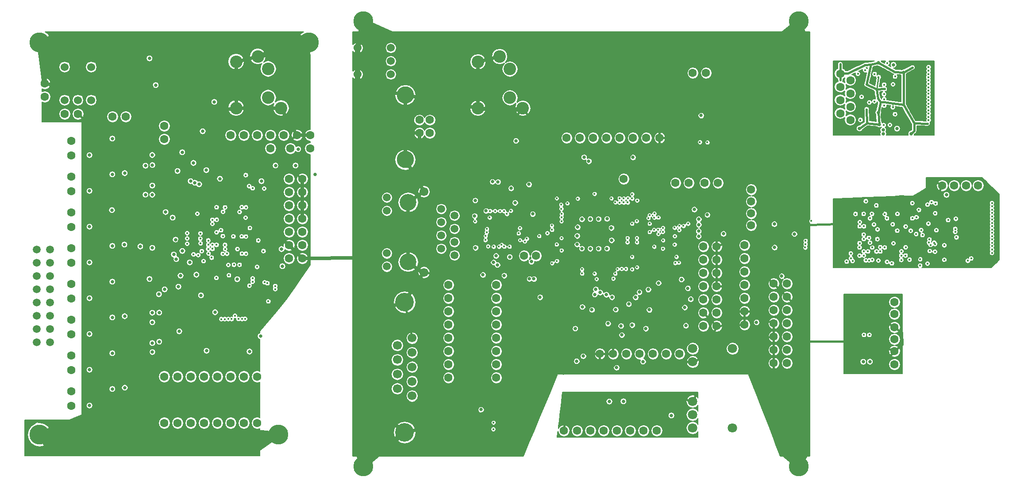
<source format=gbr>
G04 (created by PCBNEW-RS274X (2010-03-14)-final) date Thu 07 Oct 2010 02:34:06 PM EDT*
G01*
G70*
G90*
%MOIN*%
G04 Gerber Fmt 3.4, Leading zero omitted, Abs format*
%FSLAX34Y34*%
G04 APERTURE LIST*
%ADD10C,0.001000*%
%ADD11C,0.063000*%
%ADD12C,0.140000*%
%ADD13C,0.066900*%
%ADD14C,0.070900*%
%ADD15C,0.129900*%
%ADD16C,0.060000*%
%ADD17C,0.126000*%
%ADD18C,0.059100*%
%ADD19C,0.094500*%
%ADD20C,0.150000*%
%ADD21C,0.025000*%
%ADD22C,0.016000*%
%ADD23C,0.015000*%
%ADD24C,0.005000*%
%ADD25C,0.010000*%
%ADD26C,0.025000*%
%ADD27C,0.040000*%
%ADD28C,0.008000*%
%ADD29C,0.009000*%
G04 APERTURE END LIST*
G54D10*
G54D11*
X09400Y26500D03*
X08400Y26500D03*
X09300Y18200D03*
X10300Y18200D03*
X-20400Y21800D03*
X-21400Y21800D03*
X-22400Y21800D03*
X-23400Y21800D03*
X-24400Y21800D03*
X-25400Y21800D03*
X-26400Y21800D03*
X14500Y10600D03*
X15500Y10600D03*
X14500Y09600D03*
X15500Y09600D03*
X14500Y08600D03*
X15500Y08600D03*
X14500Y07600D03*
X15500Y07600D03*
X14500Y06600D03*
X15500Y06600D03*
X14500Y05600D03*
X15500Y05600D03*
X14500Y04600D03*
X15500Y04600D03*
X05700Y-00500D03*
X04700Y-00500D03*
X02700Y-00500D03*
X01700Y-00500D03*
X00700Y-00500D03*
X-00300Y-00500D03*
X-01300Y-00500D03*
X03700Y-00500D03*
X-01100Y21600D03*
X-00100Y21600D03*
X01900Y21600D03*
X02900Y21600D03*
X03900Y21600D03*
X04900Y21600D03*
X05900Y21600D03*
X00900Y21600D03*
G54D12*
X-13300Y09219D03*
G54D13*
X-12741Y06493D03*
X-12741Y05402D03*
X-12741Y04312D03*
X-12741Y03221D03*
X-12741Y02130D03*
X-13859Y05947D03*
X-13859Y04857D03*
X-13859Y03766D03*
X-13859Y02676D03*
G54D12*
X-13300Y-00620D03*
G54D14*
X08400Y05700D03*
X08400Y04700D03*
X08400Y01700D03*
X08400Y00700D03*
X08400Y-00300D03*
X11400Y-00300D03*
X11400Y05700D03*
G54D15*
X-13260Y24841D03*
X-13260Y19959D03*
G54D11*
X-12193Y22963D03*
X-11406Y22963D03*
X-11406Y21979D03*
X-12193Y21979D03*
G54D16*
X-14350Y26400D03*
X-14350Y27400D03*
X-14350Y28400D03*
X-16850Y28400D03*
X-16850Y26400D03*
G54D17*
X-13051Y16749D03*
X-13051Y12249D03*
G54D13*
X-11850Y17552D03*
X-11850Y11448D03*
G54D18*
X-14649Y17109D03*
X-14649Y11889D03*
X-14649Y16109D03*
X-14649Y12889D03*
X-10551Y16249D03*
X-09551Y15749D03*
X-10551Y15249D03*
X-09551Y14749D03*
X-10551Y14249D03*
X-09551Y13749D03*
X-10551Y13249D03*
X-09551Y12749D03*
G54D11*
X23600Y08300D03*
X28100Y18000D03*
X23600Y09200D03*
X29000Y18000D03*
X27200Y18000D03*
X29900Y18000D03*
X23600Y06400D03*
X23600Y07300D03*
X12800Y15000D03*
X12800Y15900D03*
X12800Y16800D03*
X12800Y17700D03*
X-38401Y21370D03*
X-38401Y20270D03*
X-38401Y13270D03*
X-38401Y12170D03*
X-38401Y15970D03*
X-38401Y14870D03*
X-38401Y05170D03*
X-38401Y04070D03*
X-38401Y02470D03*
X-38401Y01370D03*
X-38401Y07870D03*
X-38401Y06770D03*
X-38401Y10570D03*
X-38401Y09470D03*
X-38401Y18670D03*
X-38401Y17570D03*
X-24401Y03570D03*
X-27401Y03570D03*
X-28401Y03570D03*
X-29401Y03570D03*
X-30401Y03570D03*
X-10000Y08500D03*
X03200Y18500D03*
X-03400Y12700D03*
X-04300Y12700D03*
X12300Y07500D03*
X12300Y08500D03*
X12300Y09500D03*
X12300Y10500D03*
X12300Y11500D03*
X12300Y12500D03*
X12300Y13500D03*
X23600Y05500D03*
X23600Y04500D03*
X-21000Y12500D03*
X-22000Y12500D03*
X-21000Y13500D03*
X-22000Y13500D03*
X-21000Y14500D03*
X-22000Y14500D03*
X-21000Y15500D03*
X-22000Y15500D03*
X-21000Y16500D03*
X-22000Y16500D03*
X-21000Y17500D03*
X-22000Y17500D03*
X-21000Y18500D03*
X-22000Y18500D03*
X-40400Y24700D03*
X-40400Y25700D03*
X-31400Y21500D03*
X-31400Y22500D03*
X-35300Y23200D03*
X-34300Y23200D03*
X-26401Y03570D03*
X-25401Y03570D03*
X-31401Y03570D03*
X-24401Y00070D03*
X-25401Y00070D03*
X-26401Y00070D03*
X-27401Y00070D03*
X-28401Y00070D03*
X-29401Y00070D03*
X-30401Y00070D03*
X-31401Y00070D03*
G54D16*
X-38900Y24450D03*
X-37900Y24450D03*
X-36900Y24450D03*
X-36900Y26950D03*
X-38900Y26950D03*
G54D11*
X01400Y05300D03*
X02400Y05300D03*
X03400Y05300D03*
X04400Y05300D03*
X05400Y05300D03*
X06400Y05300D03*
X07400Y05300D03*
X10200Y07400D03*
X09200Y07400D03*
X10200Y08400D03*
X09200Y08400D03*
X10200Y09400D03*
X09200Y09400D03*
X10200Y10400D03*
X09200Y10400D03*
X10200Y11400D03*
X09200Y11400D03*
X10200Y12400D03*
X09200Y12400D03*
X10200Y13400D03*
X09200Y13400D03*
X07100Y18200D03*
X08100Y18200D03*
X-06400Y08500D03*
X-06400Y09500D03*
X-06400Y10500D03*
X-06400Y07500D03*
X-06400Y06500D03*
X-06400Y05500D03*
X-06400Y04500D03*
X-06400Y03500D03*
X-10000Y10500D03*
X-10000Y09500D03*
X-10000Y07500D03*
X-10000Y06500D03*
X-10000Y05500D03*
X-10000Y04500D03*
X-10000Y03500D03*
G54D18*
X-41001Y13170D03*
X-40001Y13170D03*
X-41001Y12170D03*
X-40001Y12170D03*
X-41001Y11170D03*
X-40001Y11170D03*
X-41001Y10170D03*
X-40001Y10170D03*
X-41001Y09170D03*
X-40001Y09170D03*
X-41001Y08170D03*
X-40001Y08170D03*
X-41001Y07170D03*
X-40001Y07170D03*
X-41001Y06170D03*
X-40001Y06170D03*
G54D11*
X20275Y22950D03*
X19525Y23450D03*
X20275Y23950D03*
X19525Y24450D03*
X20275Y24950D03*
X19525Y25450D03*
X20275Y25950D03*
X19525Y26450D03*
G54D19*
X-24359Y27749D03*
X-23572Y26804D03*
X-23572Y24639D03*
X-22607Y23851D03*
X-25993Y23851D03*
X-25993Y27355D03*
X-06159Y27749D03*
X-05372Y26804D03*
X-05372Y24639D03*
X-04407Y23851D03*
X-07793Y23851D03*
X-07793Y27355D03*
G54D20*
X-20500Y28800D03*
X-40800Y28800D03*
X-40800Y-00800D03*
X-22800Y-00800D03*
X-16400Y30400D03*
X16400Y30400D03*
X16400Y-03200D03*
X-16400Y-03200D03*
G54D11*
X-20400Y20800D03*
X-23400Y20800D03*
X-21900Y20800D03*
X-37900Y23400D03*
X-38900Y23400D03*
G54D21*
X22095Y05549D03*
X22095Y06072D03*
X-07165Y16094D03*
G54D22*
X23055Y27238D03*
X-07106Y14731D03*
G54D21*
X-03652Y15856D03*
G54D22*
X-01500Y16248D03*
X-05405Y13401D03*
X07085Y12162D03*
X04205Y11838D03*
X03828Y11685D03*
X07358Y12189D03*
X05152Y14500D03*
X03827Y12623D03*
X-07124Y14480D03*
X-05601Y15860D03*
G54D21*
X-04985Y16707D03*
G54D22*
X-06902Y15594D03*
X-06001Y13532D03*
X-08002Y15304D03*
G54D21*
X-07965Y13307D03*
X-08028Y15710D03*
G54D22*
X-04611Y13884D03*
X00057Y11695D03*
G54D21*
X04864Y07211D03*
X02312Y09578D03*
X08241Y09433D03*
X03897Y20136D03*
X02593Y08647D03*
X00571Y19842D03*
X01091Y10181D03*
X01429Y09938D03*
X01014Y09782D03*
G54D22*
X-04246Y13783D03*
X00063Y11366D03*
X-04716Y14401D03*
X-01517Y16563D03*
G54D21*
X-06316Y12018D03*
G54D22*
X01001Y11364D03*
X-06609Y00109D03*
X-01491Y15622D03*
X-07206Y14205D03*
X-01491Y14037D03*
X-06195Y13398D03*
X-02200Y14670D03*
X-06603Y13398D03*
X-02213Y14993D03*
X-07016Y13418D03*
X-01491Y15306D03*
X-07215Y13890D03*
X-05800Y13401D03*
X-01483Y13108D03*
X06157Y14820D03*
X03202Y17029D03*
X05151Y15133D03*
X02571Y16737D03*
G54D21*
X04379Y09960D03*
X01888Y09780D03*
G54D22*
X05797Y14675D03*
X02885Y16721D03*
X05481Y14669D03*
X02883Y17042D03*
X03361Y11715D03*
X02417Y10979D03*
X02561Y11358D03*
X03047Y11720D03*
X01156Y10948D03*
X-06624Y-00385D03*
X-04619Y14799D03*
X-01848Y13568D03*
G54D21*
X00083Y08849D03*
X-00347Y04752D03*
X00806Y08627D03*
X00151Y05130D03*
G54D22*
X02734Y11707D03*
G54D21*
X-32308Y20308D03*
X-32308Y17304D03*
X-32298Y08402D03*
X-31805Y09795D03*
X-32294Y05433D03*
G54D22*
X-25553Y12864D03*
G54D21*
X-30043Y13061D03*
G54D22*
X-26151Y12026D03*
G54D21*
X-30494Y12442D03*
G54D22*
X-29676Y14402D03*
G54D21*
X-21318Y20755D03*
X-28774Y18092D03*
G54D22*
X-24412Y11856D03*
X-26819Y13209D03*
X-29205Y12803D03*
X-23882Y17772D03*
X-26537Y11231D03*
X-25014Y17956D03*
X-25311Y07939D03*
X-23636Y10631D03*
X-25557Y07925D03*
X-23844Y10694D03*
X-27477Y11033D03*
X-27766Y13226D03*
X-25812Y07928D03*
X-25889Y13210D03*
X-24747Y17794D03*
X-24745Y10734D03*
X-26081Y08177D03*
X-27763Y13531D03*
X-28071Y12873D03*
X-26328Y07923D03*
X-28091Y13213D03*
X-26582Y07923D03*
X-28088Y13523D03*
X-26844Y07919D03*
X-28088Y13852D03*
X-27102Y07919D03*
X-28847Y12750D03*
G54D21*
X-30275Y06992D03*
G54D22*
X-26578Y12009D03*
G54D21*
X-30180Y11200D03*
X-29492Y12193D03*
X-30693Y12799D03*
G54D22*
X-25256Y12854D03*
X-24745Y10997D03*
X-25261Y18785D03*
X-29682Y13602D03*
G54D21*
X-29418Y18334D03*
G54D22*
X-25738Y12013D03*
G54D21*
X-30335Y10368D03*
G54D22*
X-29679Y14009D03*
G54D21*
X-29102Y18212D03*
X-35315Y21544D03*
X-35315Y18844D03*
X-35343Y16145D03*
X-35315Y13444D03*
X-35315Y10744D03*
X-35315Y08044D03*
X-35315Y05344D03*
X-35315Y02644D03*
X-32294Y19549D03*
X-32302Y06111D03*
X-30772Y15578D03*
X-37030Y20290D03*
X-37030Y17590D03*
X-37030Y14890D03*
X-37030Y12190D03*
X-37030Y09490D03*
X-37030Y06790D03*
X-37030Y04090D03*
X-37030Y01390D03*
X-32302Y07686D03*
X-32306Y18001D03*
X-30403Y19097D03*
G54D22*
X25715Y14265D03*
X22534Y13028D03*
X24824Y14585D03*
X21920Y13330D03*
G54D21*
X14558Y13336D03*
G54D22*
X16883Y13577D03*
X20447Y12304D03*
X26255Y13061D03*
X27361Y13489D03*
X21606Y13031D03*
X26157Y15127D03*
X17325Y15324D03*
X20969Y12704D03*
X25269Y15613D03*
X25532Y11966D03*
X21287Y12720D03*
X16893Y13843D03*
X19996Y12264D03*
X24949Y15529D03*
X20968Y13330D03*
X28182Y14720D03*
X20314Y12869D03*
X20985Y15237D03*
X26234Y13928D03*
X26651Y13010D03*
X21920Y12389D03*
X16868Y13328D03*
X24431Y12715D03*
X24118Y13034D03*
X24113Y12716D03*
X23043Y12241D03*
X24112Y12382D03*
X22241Y13027D03*
X25234Y14339D03*
X30947Y16676D03*
X30947Y14425D03*
X30947Y14179D03*
X30947Y13925D03*
X30947Y13679D03*
X30947Y13425D03*
X30947Y13170D03*
X30947Y12916D03*
X30947Y16430D03*
X30947Y16184D03*
X30947Y15930D03*
X30947Y15672D03*
X30947Y15425D03*
X30947Y15175D03*
X30947Y14941D03*
X30947Y14687D03*
X26591Y13687D03*
X27643Y15399D03*
X29378Y12494D03*
X29128Y12326D03*
X26651Y13580D03*
X26752Y14630D03*
X28219Y15491D03*
X28272Y14091D03*
X25609Y14634D03*
X21691Y12352D03*
X28177Y14510D03*
X20973Y13645D03*
G54D21*
X02996Y07415D03*
X04650Y04720D03*
G54D22*
X26163Y26668D03*
X26168Y24430D03*
X26168Y24172D03*
X26168Y23926D03*
X26165Y23679D03*
X26168Y23430D03*
X26165Y23180D03*
X26168Y22934D03*
X26163Y26413D03*
X26156Y26172D03*
X26165Y25931D03*
X26165Y25679D03*
X26165Y25419D03*
X26165Y25178D03*
X26165Y24929D03*
X26165Y24682D03*
X26088Y22686D03*
X25077Y22696D03*
X24955Y26914D03*
X26171Y26936D03*
X22822Y24300D03*
X22862Y25299D03*
X21397Y27097D03*
X21820Y27140D03*
G54D21*
X24860Y21912D03*
X22752Y22203D03*
X22458Y22614D03*
X20970Y22315D03*
X24288Y26544D03*
X22399Y27257D03*
G54D22*
X21502Y25628D03*
X21506Y23755D03*
G54D21*
X22374Y23522D03*
G54D22*
X23475Y23903D03*
X23485Y25638D03*
X22403Y26186D03*
G54D21*
X01680Y01698D03*
X05876Y00860D03*
X-01119Y02137D03*
X03652Y01688D03*
X06917Y02148D03*
G54D22*
X21394Y26703D03*
X21036Y22951D03*
X23649Y26232D03*
X22820Y24028D03*
X22818Y25612D03*
X23643Y23380D03*
X23252Y22574D03*
X22789Y22565D03*
X20849Y26438D03*
X22088Y24349D03*
G54D21*
X22758Y21901D03*
X02120Y01693D03*
X06795Y00645D03*
X03178Y01711D03*
G54D22*
X22098Y26411D03*
X22820Y24513D03*
X21704Y24268D03*
X21126Y24698D03*
X22808Y24900D03*
X23450Y14761D03*
X-02201Y15306D03*
G54D21*
X-07550Y00742D03*
G54D22*
X29895Y16942D03*
X30418Y16931D03*
X30941Y16937D03*
X30935Y12684D03*
X30401Y12678D03*
X29884Y12673D03*
X28795Y15675D03*
X28795Y14019D03*
X28107Y12803D03*
X28896Y12803D03*
X27496Y16930D03*
X28301Y16897D03*
X27710Y14355D03*
X27071Y15200D03*
X27047Y14435D03*
X29790Y12056D03*
X28157Y12315D03*
X26934Y12016D03*
X25256Y13993D03*
X24114Y16494D03*
X25998Y15959D03*
X28845Y16464D03*
X22896Y14787D03*
X22886Y15336D03*
X19285Y15115D03*
X19721Y16293D03*
X20652Y16499D03*
X20673Y15535D03*
X20967Y15543D03*
X20669Y15228D03*
X21286Y15551D03*
X21600Y14599D03*
X22229Y15857D03*
X22557Y15870D03*
X23492Y15543D03*
X23810Y15541D03*
X23791Y13977D03*
X23812Y13653D03*
X23488Y13349D03*
X22856Y13639D03*
X22076Y13677D03*
X21290Y13643D03*
X26891Y13663D03*
X24038Y17208D03*
X26683Y17021D03*
X25178Y16099D03*
X24047Y11904D03*
X25717Y12773D03*
X19796Y13155D03*
G54D21*
X21500Y07185D03*
X21507Y08870D03*
X22105Y05796D03*
X20865Y05805D03*
X20851Y06062D03*
X20860Y05544D03*
X20405Y04334D03*
X22593Y04329D03*
X21504Y04213D03*
X20100Y06251D03*
X22791Y05855D03*
X21506Y08529D03*
X15700Y13632D03*
X14557Y15458D03*
X13204Y05445D03*
X13192Y06450D03*
G54D22*
X07054Y13867D03*
X07041Y13229D03*
X07026Y14500D03*
X06155Y13556D03*
X06175Y14193D03*
X07858Y15954D03*
X07705Y13068D03*
X-03521Y14701D03*
X-02610Y13942D03*
X-05896Y15049D03*
X-05541Y14712D03*
X-05913Y14340D03*
X-06256Y14718D03*
G54D21*
X-11221Y-00385D03*
X-11184Y00284D03*
X09210Y19472D03*
X09221Y21146D03*
X09877Y23299D03*
X09838Y22040D03*
X09829Y22330D03*
X08614Y22035D03*
X08614Y22330D03*
X07819Y21839D03*
X10617Y22938D03*
X-07124Y16697D03*
X-07809Y10845D03*
X-07800Y03178D03*
X-04217Y03188D03*
X-04197Y10839D03*
X-36822Y19727D03*
X-35807Y21589D03*
X-35699Y20487D03*
X-34257Y19761D03*
X-34257Y17061D03*
X-35699Y17787D03*
X-35807Y18889D03*
X-36822Y17027D03*
X-34257Y14361D03*
X-35699Y15087D03*
X-35807Y16189D03*
X-36822Y14327D03*
X-34257Y11661D03*
X-35699Y12387D03*
X-35807Y13489D03*
X-36822Y11627D03*
X-34257Y08961D03*
X-35699Y09687D03*
X-35807Y10789D03*
X-36822Y08927D03*
X-34257Y06261D03*
X-35699Y06987D03*
X-35807Y08089D03*
X-36822Y06227D03*
X-34257Y03561D03*
X-35699Y04287D03*
X-35807Y05389D03*
X-36822Y03527D03*
X-34257Y00861D03*
X-35699Y01587D03*
X-35807Y02689D03*
X-36822Y00827D03*
X-32927Y12507D03*
X-32885Y13804D03*
X-32348Y10374D03*
X-30612Y11717D03*
X-30397Y10863D03*
X-31493Y15506D03*
X-32287Y16329D03*
X-31603Y13025D03*
X-30204Y13911D03*
X-30697Y18551D03*
X-30987Y16686D03*
X-24688Y07367D03*
X-25004Y08476D03*
X-24996Y09097D03*
X-24996Y07830D03*
X-24504Y07124D03*
G54D22*
X-24987Y10148D03*
X-23484Y10003D03*
X-23252Y10740D03*
X-22993Y10867D03*
X-25096Y11409D03*
X-28923Y17065D03*
X-29367Y15879D03*
G54D21*
X-23411Y18715D03*
X-26543Y20237D03*
X-29300Y20282D03*
X-28603Y19905D03*
X-30379Y21236D03*
X-27243Y20994D03*
X-27702Y21909D03*
X-27402Y23678D03*
X-30603Y22853D03*
X-32354Y23221D03*
X-32354Y23664D03*
X-32345Y25488D03*
X-31746Y26364D03*
X-31746Y26679D03*
X-32956Y26675D03*
X-32964Y26364D03*
X-32303Y28212D03*
X-33142Y28200D03*
X-31254Y27452D03*
X-33447Y27627D03*
X-34894Y24505D03*
X-35719Y25237D03*
X-34052Y25220D03*
X-03417Y16497D03*
X-02988Y17692D03*
X-04271Y17797D03*
X-03570Y09575D03*
X-05806Y11999D03*
X-05078Y18605D03*
X-07023Y18591D03*
X-06031Y21803D03*
X-12784Y28419D03*
X02605Y07202D03*
X03065Y09071D03*
X00304Y09064D03*
X-00212Y09078D03*
X-01351Y03843D03*
X01651Y03857D03*
X06400Y04263D03*
X-00795Y07187D03*
X06328Y06737D03*
X-04203Y08035D03*
X09814Y14600D03*
X10610Y25776D03*
X10158Y23885D03*
X05053Y09662D03*
X07907Y11506D03*
X00371Y13881D03*
X00991Y13886D03*
X01630Y13886D03*
X01310Y14191D03*
X00681Y14205D03*
X00376Y14525D03*
X01005Y14505D03*
X01635Y14525D03*
X00691Y14835D03*
X01301Y14830D03*
X00961Y16341D03*
X02611Y18300D03*
G54D22*
X-28410Y17303D03*
X-27771Y16049D03*
X-28081Y16044D03*
X-27462Y16049D03*
X-26518Y16364D03*
X-26193Y16369D03*
X-25259Y16054D03*
X-24935Y16049D03*
X-24944Y15110D03*
X-24935Y14465D03*
X-24930Y14147D03*
X-25564Y13846D03*
X-25908Y14166D03*
X-26513Y14161D03*
X-27457Y14151D03*
X-27452Y15091D03*
X-24004Y17290D03*
G54D21*
X-26397Y15328D03*
X-26397Y14810D03*
X-26087Y14776D03*
X-25511Y14786D03*
G54D22*
X-28099Y14794D03*
X-24940Y16351D03*
X-24765Y12832D03*
G54D21*
X-25362Y05461D03*
X-28585Y05568D03*
X-31997Y18904D03*
X-32631Y18671D03*
X-32023Y06700D03*
X-32681Y07107D03*
X-04306Y21604D03*
G54D22*
X-00107Y16678D03*
X01157Y16692D03*
X04170Y17364D03*
X04158Y11105D03*
X-02138Y11074D03*
G54D21*
X-00619Y20503D03*
X16467Y17672D03*
X14122Y11808D03*
X16992Y15163D03*
X22853Y14350D03*
G54D22*
X22050Y14522D03*
G54D21*
X03646Y03885D03*
X00382Y12348D03*
X01044Y12362D03*
X-07063Y19411D03*
X-22402Y10309D03*
X-22405Y09438D03*
X-28143Y08797D03*
X07954Y23281D03*
X-02757Y09633D03*
X-24395Y01200D03*
X-31927Y-01922D03*
X20189Y14558D03*
G54D22*
X-28161Y18359D03*
X25865Y16657D03*
G54D21*
X-22897Y11894D03*
X-23308Y11908D03*
G54D22*
X-23807Y09669D03*
G54D21*
X-08348Y-00550D03*
X-27356Y06964D03*
X-28252Y07019D03*
X-30549Y07877D03*
G54D22*
X28228Y15213D03*
X27686Y15775D03*
G54D21*
X-07266Y12751D03*
X-08044Y13809D03*
G54D22*
X-07212Y15620D03*
X-02178Y16242D03*
X-28200Y11687D03*
G54D21*
X-30895Y14252D03*
G54D22*
X-01842Y17345D03*
G54D21*
X-23105Y09167D03*
X-22272Y19495D03*
X-23773Y19486D03*
G54D22*
X26168Y16325D03*
X03503Y16723D03*
X05812Y14351D03*
X07031Y14827D03*
X02271Y17040D03*
X03829Y15136D03*
X07391Y14970D03*
X07384Y14641D03*
X01000Y17377D03*
X04179Y15323D03*
X08049Y15132D03*
X03513Y17052D03*
X07704Y14961D03*
X05061Y15553D03*
X03199Y16726D03*
X05511Y15902D03*
X04214Y16877D03*
X05505Y15586D03*
X03837Y17025D03*
X-06484Y16085D03*
X-05827Y16081D03*
X-06868Y16079D03*
X04189Y14046D03*
G54D21*
X08852Y15055D03*
G54D22*
X03483Y14043D03*
G54D21*
X08853Y15466D03*
G54D22*
X-03175Y14200D03*
X-02553Y14414D03*
X05814Y15603D03*
X03834Y17355D03*
X-01835Y12310D03*
X04193Y13727D03*
G54D21*
X08847Y14173D03*
G54D22*
X03479Y13727D03*
G54D21*
X08844Y14570D03*
X03838Y07474D03*
X04096Y09566D03*
X02018Y07589D03*
X05128Y08626D03*
X-03938Y18091D03*
X-05287Y17800D03*
X08026Y10255D03*
X05822Y10650D03*
G54D22*
X09506Y21266D03*
X08934Y21280D03*
G54D21*
X09027Y23293D03*
G54D22*
X-06113Y16085D03*
X-05299Y16105D03*
X-02196Y12142D03*
X25532Y12443D03*
X21285Y13029D03*
G54D21*
X10708Y14368D03*
G54D22*
X21442Y12358D03*
X21444Y16819D03*
X22388Y12341D03*
X24949Y16675D03*
X20663Y15854D03*
X25437Y16160D03*
X26091Y16566D03*
X26699Y16648D03*
X26394Y16746D03*
X26666Y15902D03*
X21305Y06728D03*
X21707Y06732D03*
G54D21*
X21247Y04694D03*
X21751Y04704D03*
X23797Y22291D03*
X23527Y27112D03*
G54D22*
X-27838Y12558D03*
X-27464Y13527D03*
G54D21*
X-32302Y13294D03*
G54D22*
X-23047Y10417D03*
G54D21*
X-32056Y25577D03*
X-32518Y27600D03*
G54D22*
X-24983Y10437D03*
X-23565Y09262D03*
X-23047Y10188D03*
G54D21*
X-27573Y08441D03*
G54D22*
X-28908Y15876D03*
G54D21*
X-32516Y10953D03*
X-33206Y13406D03*
G54D22*
X-26831Y13522D03*
X-28680Y14380D03*
X-26674Y12856D03*
X-28687Y13990D03*
X-26993Y12848D03*
X-28670Y13634D03*
G54D21*
X-03562Y10958D03*
X-06270Y18284D03*
X-03896Y10963D03*
X-06682Y18298D03*
X-34389Y18940D03*
X-32818Y19496D03*
X-34398Y13546D03*
X-32825Y17310D03*
X-34378Y02743D03*
X-31789Y06220D03*
X-31787Y08409D03*
X-34393Y08138D03*
G54D22*
X23521Y13635D03*
X23467Y15071D03*
X23032Y15527D03*
X21760Y15524D03*
X21673Y14048D03*
X21756Y13682D03*
X22312Y13953D03*
X22318Y14690D03*
X22053Y15056D03*
G54D21*
X-07986Y16884D03*
X-00272Y14870D03*
X00052Y15469D03*
X00681Y15488D03*
X01305Y15483D03*
X01940Y15498D03*
X02269Y14810D03*
G54D22*
X-26991Y14180D03*
X-27128Y14628D03*
X-26973Y16015D03*
X-25732Y16004D03*
X-25280Y15572D03*
X-25256Y14148D03*
G54D21*
X-07549Y01089D03*
X-28636Y09715D03*
G54D22*
X27354Y12397D03*
X21292Y13961D03*
X21282Y14297D03*
X21296Y14926D03*
X20981Y14928D03*
X21282Y15864D03*
X21904Y15861D03*
X22870Y15852D03*
X23820Y15864D03*
X23807Y14597D03*
X24442Y13339D03*
X24731Y12408D03*
X22864Y13327D03*
X22533Y13349D03*
X20326Y12510D03*
X23402Y12130D03*
X26094Y12106D03*
X22229Y16500D03*
X24442Y14901D03*
G54D21*
X16055Y14350D03*
X14543Y15103D03*
X15098Y11173D03*
X13198Y07687D03*
G54D22*
X05145Y15766D03*
X07046Y14185D03*
X07033Y13555D03*
X06154Y14509D03*
X06159Y13871D03*
X06151Y13241D03*
X05494Y13393D03*
X-04100Y13994D03*
G54D21*
X03580Y09064D03*
X-31373Y10160D03*
X-28989Y11271D03*
G54D22*
X-28580Y13045D03*
X-28439Y12295D03*
X-23932Y13051D03*
G54D21*
X-24089Y18328D03*
X-29198Y19706D03*
X-30053Y20515D03*
X-28511Y22093D03*
X-27630Y24316D03*
X-27208Y18520D03*
X-03099Y09575D03*
X-05799Y11209D03*
X07792Y08805D03*
X03057Y06725D03*
X-07409Y11270D03*
X-00452Y07214D03*
X02662Y04263D03*
X09498Y15797D03*
X07554Y10919D03*
X05049Y10158D03*
X00047Y13250D03*
X00681Y13245D03*
X01306Y13250D03*
X01935Y13254D03*
X02284Y13874D03*
X-00309Y14207D03*
X-00311Y13565D03*
G54D22*
X07172Y12632D03*
G54D21*
X08520Y16201D03*
G54D22*
X-27776Y15105D03*
X-27462Y14476D03*
X-27781Y15415D03*
X-24954Y14795D03*
X-25564Y14161D03*
X-26198Y14161D03*
X-24320Y13856D03*
X-27450Y15421D03*
X-26827Y16350D03*
X-25571Y16367D03*
X-25256Y16352D03*
X-27464Y16362D03*
G54D21*
X-25903Y10930D03*
X-22565Y13204D03*
X-24159Y06626D03*
X-24989Y05471D03*
X-28225Y05527D03*
X-30555Y13922D03*
X-31295Y16003D03*
X27510Y17296D03*
X-06608Y12205D03*
X-06415Y12699D03*
X-05391Y12619D03*
X-04916Y21387D03*
G54D22*
X-01475Y15866D03*
X-01844Y17039D03*
X-01045Y16668D03*
X-00261Y17021D03*
G54D21*
X00208Y20148D03*
X07879Y07433D03*
X-03756Y12260D03*
X-28229Y19159D03*
X-22499Y11918D03*
X-20032Y18838D03*
X-21517Y19515D03*
X-23027Y19510D03*
G54D22*
X26205Y13689D03*
X26320Y13514D03*
G54D23*
X21506Y23755D02*
X21511Y22717D01*
X21511Y22717D02*
X20970Y22315D01*
X21511Y22717D02*
X22458Y22614D01*
X22374Y23522D02*
X22458Y22614D01*
X22374Y23522D02*
X22548Y24308D01*
X22548Y24308D02*
X22822Y24300D01*
X22822Y24300D02*
X23500Y24204D01*
X24282Y24093D02*
X25077Y22696D01*
X25077Y22696D02*
X26088Y22686D01*
X24282Y24093D02*
X24288Y26544D01*
X24288Y26544D02*
X24955Y26914D01*
X22399Y27257D02*
X23637Y26580D01*
X23637Y26580D02*
X24288Y26544D01*
X22399Y27257D02*
X21820Y27140D01*
X21820Y27140D02*
X21397Y27097D01*
X21502Y25628D02*
X21820Y27140D01*
X21502Y25628D02*
X22249Y25267D01*
X22249Y25267D02*
X22862Y25299D01*
X22249Y25267D02*
X22359Y24576D01*
X22359Y24576D02*
X22548Y24308D01*
X24860Y21912D02*
X25077Y22129D01*
X25077Y22129D02*
X25077Y22696D01*
G54D24*
X23475Y23903D02*
X23500Y24204D01*
G54D23*
X23500Y24204D02*
X24282Y24093D01*
G54D25*
X22403Y26186D02*
X22249Y25267D01*
G54D23*
X19525Y26450D02*
X19519Y27157D01*
X19525Y26450D02*
X19525Y25978D01*
X19525Y26450D02*
X20094Y26466D01*
X20094Y26466D02*
X21397Y27097D01*
X-01119Y02137D02*
X01650Y02137D01*
X01650Y02137D02*
X01680Y01698D01*
X01650Y02137D02*
X03650Y02137D01*
X03650Y02137D02*
X03652Y01688D01*
X03650Y02137D02*
X06917Y02148D01*
X06917Y02148D02*
X08400Y01700D01*
X-01119Y02137D02*
X-01300Y-00500D01*
X05876Y00860D02*
X03652Y01688D01*
X08400Y01700D02*
X08695Y02321D01*
X08400Y04700D02*
X09239Y05025D01*
X09239Y05025D02*
X10200Y07400D01*
X06328Y06737D02*
X06800Y06029D01*
X06800Y06029D02*
X06920Y05296D01*
X06920Y05296D02*
X06850Y04704D01*
X06850Y04704D02*
X06400Y04263D01*
X06850Y04704D02*
X08400Y04700D01*
X10200Y07400D02*
X09200Y08400D01*
X10200Y10400D02*
X10200Y11400D01*
X10200Y11400D02*
X10200Y12400D01*
X10200Y12400D02*
X10200Y13400D01*
X10200Y07400D02*
X12300Y07500D01*
X12300Y07500D02*
X12300Y08500D01*
X12300Y08500D02*
X11498Y08498D01*
X11498Y08498D02*
X11026Y10395D01*
X11026Y10395D02*
X10200Y10400D01*
X12300Y08500D02*
X13314Y08528D01*
X13314Y08528D02*
X13756Y11248D01*
X13756Y11248D02*
X14500Y10600D01*
X14500Y10600D02*
X15500Y09600D01*
X13314Y08528D02*
X13867Y07846D01*
X13867Y07846D02*
X14500Y07600D01*
X14500Y07600D02*
X14500Y06600D01*
X14500Y06600D02*
X14500Y05600D01*
X14500Y05600D02*
X14500Y04600D01*
X13192Y06450D02*
X13746Y06541D01*
X13746Y06541D02*
X14500Y06600D01*
X13192Y06450D02*
X13204Y05445D01*
X14500Y04600D02*
X14499Y03730D01*
X15500Y09600D02*
X16286Y08839D01*
X13756Y11248D02*
X14122Y11808D01*
X14122Y11808D02*
X15700Y13632D01*
X15700Y13632D02*
X15468Y15232D01*
X15468Y15232D02*
X14557Y15458D01*
X15468Y15232D02*
X16992Y15163D01*
X16992Y15163D02*
X16467Y17672D01*
X16992Y15163D02*
X17239Y15023D01*
X17239Y15023D02*
X19285Y15115D01*
X19285Y15115D02*
X19721Y16293D01*
X19721Y16293D02*
X20369Y15574D01*
X20369Y15574D02*
X20673Y15535D01*
X20673Y15535D02*
X20669Y15228D01*
X20673Y15535D02*
X20967Y15543D01*
X20967Y15543D02*
X21286Y15551D01*
X19721Y16293D02*
X20652Y16499D01*
X20652Y16499D02*
X21922Y16194D01*
X21922Y16194D02*
X22229Y15857D01*
X22229Y15857D02*
X22557Y15870D01*
X22557Y15870D02*
X22866Y16209D01*
X22866Y16209D02*
X23355Y15928D01*
X23355Y15928D02*
X23492Y15543D01*
X23492Y15543D02*
X23810Y15541D01*
X23810Y15541D02*
X23776Y15047D01*
X23776Y15047D02*
X23450Y14761D01*
X23450Y14761D02*
X23578Y14253D01*
X23578Y14253D02*
X23791Y13977D01*
X23791Y13977D02*
X23812Y13653D01*
X23812Y13653D02*
X23694Y13406D01*
X23694Y13406D02*
X23488Y13349D01*
X23488Y13349D02*
X22856Y13639D01*
X22856Y13639D02*
X22076Y13677D01*
X21600Y14599D02*
X21821Y14345D01*
X21821Y14345D02*
X22076Y13677D01*
X23791Y13977D02*
X25256Y13993D01*
X25256Y13993D02*
X25549Y13354D01*
X25549Y13354D02*
X26523Y13296D01*
X26523Y13296D02*
X26859Y13416D01*
X26859Y13416D02*
X26891Y13663D01*
X26891Y13663D02*
X27047Y14435D01*
X27047Y14435D02*
X27071Y15200D01*
X27047Y14435D02*
X27710Y14355D01*
X27710Y14355D02*
X28008Y13748D01*
X28008Y13748D02*
X28700Y13814D01*
X28700Y13814D02*
X28795Y14019D01*
X28795Y14019D02*
X28795Y15218D01*
X28795Y15675D02*
X29895Y16942D01*
X28845Y16464D02*
X28301Y16897D01*
X27496Y16930D02*
X28301Y16897D01*
X27006Y15598D02*
X27071Y15200D01*
X25178Y16099D02*
X25402Y15814D01*
X25998Y15959D02*
X25402Y15814D01*
X24114Y16494D02*
X25178Y16099D01*
X24114Y16494D02*
X24038Y17208D01*
X24038Y17208D02*
X25802Y17096D01*
X27496Y16930D02*
X26683Y17021D01*
X06400Y04263D02*
X05012Y04003D01*
X05012Y04003D02*
X03646Y03885D01*
X03646Y03885D02*
X01651Y03857D01*
X01651Y03857D02*
X-01351Y03843D01*
X01651Y03857D02*
X01376Y04504D01*
X01376Y04504D02*
X01400Y05300D01*
X01400Y05300D02*
X02400Y05300D01*
X01400Y05300D02*
X00625Y05298D01*
X02400Y05300D02*
X02421Y06126D01*
X02421Y06126D02*
X02605Y07202D01*
X02605Y07202D02*
X-00063Y06657D01*
X-00063Y06657D02*
X-00704Y06731D01*
X-00704Y06731D02*
X-00795Y07187D01*
X-00795Y07187D02*
X-00448Y09069D01*
X-00448Y09069D02*
X-00212Y09078D01*
X-00212Y09078D02*
X00048Y09215D01*
X00048Y09215D02*
X00304Y09064D01*
X00304Y09064D02*
X03065Y09071D01*
X03065Y09071D02*
X04085Y10330D01*
X04085Y10330D02*
X04600Y10317D01*
X04600Y10317D02*
X04796Y09954D01*
X04796Y09954D02*
X05053Y09662D01*
X04085Y10330D02*
X04158Y11105D01*
X-00212Y09078D02*
X-02138Y11074D01*
X-02138Y11074D02*
X-03597Y09912D01*
X-03597Y09912D02*
X-03570Y09575D01*
X-03597Y09912D02*
X-04197Y10839D01*
X-04197Y10839D02*
X-05806Y11999D01*
X-05806Y11999D02*
X-06693Y11104D01*
X-06693Y11104D02*
X-07153Y10839D01*
X-07153Y10839D02*
X-07809Y10845D01*
X-07800Y03178D02*
X-06539Y02913D01*
X-06539Y02913D02*
X-04217Y03188D01*
X-04203Y08035D02*
X-03570Y09575D01*
X-02138Y11074D02*
X00382Y12348D01*
X00382Y12348D02*
X01044Y12362D01*
X01044Y12362D02*
X00991Y13886D01*
X00691Y14835D02*
X00361Y15346D01*
X00361Y15346D02*
X00285Y16196D01*
X00285Y16196D02*
X00961Y16341D01*
X00991Y13886D02*
X00691Y14835D01*
X00961Y16341D02*
X01157Y16692D01*
X01157Y16692D02*
X02611Y18300D01*
X02611Y18300D02*
X-00161Y19061D01*
X-00161Y19061D02*
X-00619Y20503D01*
X05900Y21600D02*
X05889Y22916D01*
X05900Y21600D02*
X05861Y19835D01*
X05900Y21600D02*
X06907Y21592D01*
X06907Y21592D02*
X07819Y21839D01*
X05861Y19835D02*
X03192Y19270D01*
X03192Y19270D02*
X02474Y18727D01*
X02474Y18727D02*
X02611Y18300D01*
X07819Y21839D02*
X08614Y22035D01*
X09221Y21146D02*
X09215Y21773D01*
X09215Y21773D02*
X08614Y22035D01*
X09215Y21773D02*
X09367Y22354D01*
X09367Y22354D02*
X09877Y23299D01*
X09838Y22040D02*
X09215Y21773D01*
X09829Y22330D02*
X10617Y22938D01*
X09829Y22330D02*
X09838Y22040D01*
X-00619Y20503D02*
X-02320Y20869D01*
X-04274Y23662D02*
X-02320Y20869D01*
X-04274Y23662D02*
X-06747Y23662D01*
X-04407Y23851D02*
X-06031Y21803D01*
X-06031Y21803D02*
X-04729Y21933D01*
X-04729Y21933D02*
X-04306Y21604D01*
X-06031Y21803D02*
X-07063Y19411D01*
X-07063Y19411D02*
X-07023Y18591D01*
X-07023Y18591D02*
X-05078Y18605D01*
X-05078Y18605D02*
X-04271Y17797D01*
X-04271Y17797D02*
X-02988Y17692D01*
X-03417Y16497D02*
X-02988Y17692D01*
X-03417Y16497D02*
X-05896Y15049D01*
X-05896Y15049D02*
X-05541Y14712D01*
X-05541Y14712D02*
X-05029Y13529D01*
X-05029Y13529D02*
X-04918Y12857D01*
X-04918Y12857D02*
X-05029Y12275D01*
X-05029Y12275D02*
X-05806Y11999D01*
X-02988Y17692D02*
X-00161Y19061D01*
X-07809Y10845D02*
X-10144Y11328D01*
X-10144Y11328D02*
X-11850Y11448D01*
X-11850Y11448D02*
X-13051Y12249D01*
X-11850Y11448D02*
X-13300Y09219D01*
X-13300Y09219D02*
X-12741Y06493D01*
G54D26*
X-13300Y-00620D02*
X-15486Y01215D01*
X-15486Y01215D02*
X-15642Y08448D01*
X-15642Y08448D02*
X-13300Y09219D01*
X-13300Y09219D02*
X-11895Y11379D01*
X-11895Y11379D02*
X-13051Y12249D01*
X-13051Y12249D02*
X-13051Y13852D01*
X-13051Y16749D02*
X-11850Y17552D01*
X-11850Y17552D02*
X-13260Y19959D01*
X-13260Y19959D02*
X-13260Y21955D01*
X-06747Y23662D02*
X-13260Y24841D01*
X-07950Y23879D02*
X-05973Y23662D01*
X-07793Y23851D02*
X-07793Y27355D01*
X-07793Y27355D02*
X-06159Y27749D01*
X-13260Y24841D02*
X-16891Y25517D01*
X-21000Y12500D02*
X-22000Y13500D01*
X-21000Y15500D02*
X-21000Y16500D01*
X-21000Y16356D02*
X-21000Y17500D01*
X-21000Y17500D02*
X-21000Y18500D01*
X-21400Y21800D02*
X-20400Y21800D01*
X-22607Y23851D02*
X-25993Y23851D01*
X-25993Y23851D02*
X-25993Y27355D01*
X-25993Y27355D02*
X-24359Y27749D01*
X-22607Y23851D02*
X-21400Y21800D01*
X-25993Y23851D02*
X-27402Y23678D01*
X-27402Y23678D02*
X-30603Y22853D01*
X-30603Y22853D02*
X-31490Y23496D01*
X-31490Y23496D02*
X-32354Y23221D01*
X-32354Y23221D02*
X-33967Y23996D01*
X-33967Y23996D02*
X-34894Y24505D01*
X-34894Y24505D02*
X-35719Y25237D01*
X-39795Y25598D02*
X-40400Y25700D01*
X-35719Y25237D02*
X-39795Y25598D01*
X-35719Y25237D02*
X-33495Y26514D01*
X-33495Y26514D02*
X-32964Y26364D01*
X-32964Y26364D02*
X-31254Y27452D01*
X-31254Y27452D02*
X-32303Y28212D01*
X-32303Y28212D02*
X-33447Y27627D01*
X-33447Y27627D02*
X-33495Y26514D01*
X-32354Y23221D02*
X-34257Y19761D01*
X-34257Y19761D02*
X-35699Y20487D01*
X-35699Y20487D02*
X-35807Y21589D01*
X-35699Y20487D02*
X-35807Y18889D01*
X-35807Y18889D02*
X-35699Y17787D01*
X-35699Y17787D02*
X-35807Y16189D01*
X-35807Y16189D02*
X-35699Y15087D01*
X-35699Y15087D02*
X-35807Y13489D01*
X-35807Y13489D02*
X-35699Y12387D01*
X-35699Y12387D02*
X-35807Y10789D01*
X-35807Y10789D02*
X-35699Y09687D01*
X-35699Y09687D02*
X-35807Y08089D01*
X-35807Y08089D02*
X-35699Y06987D01*
X-35699Y06987D02*
X-35807Y05389D01*
X-35807Y05389D02*
X-35699Y04287D01*
X-35699Y04287D02*
X-35807Y02689D01*
X-35807Y02689D02*
X-35699Y01587D01*
X-35699Y01587D02*
X-34257Y00861D01*
X-34257Y00861D02*
X-36822Y00827D01*
X-36822Y03527D02*
X-35699Y04287D01*
X-36822Y06227D02*
X-35699Y06987D01*
X-36822Y08927D02*
X-35699Y09687D01*
X-36822Y11627D02*
X-35699Y12387D01*
X-36822Y14327D02*
X-35699Y15087D01*
X-36822Y17027D02*
X-35699Y17787D01*
X-36822Y19727D02*
X-35699Y20487D01*
X-34257Y19761D02*
X-32631Y18671D01*
X-32631Y18671D02*
X-31997Y18904D01*
X-31997Y18904D02*
X-30697Y18551D01*
X-30697Y18551D02*
X-30987Y16686D01*
X-30987Y16686D02*
X-32287Y16329D01*
X-32287Y16329D02*
X-31493Y15506D01*
X-31493Y15506D02*
X-31603Y13025D01*
X-32885Y13804D02*
X-31569Y13785D01*
X-32885Y13804D02*
X-32927Y12507D01*
X-32927Y12507D02*
X-34257Y11661D01*
X-34257Y11661D02*
X-34042Y13717D01*
X-34042Y13717D02*
X-34257Y14361D01*
X-34257Y14361D02*
X-34257Y17061D01*
X-34257Y11661D02*
X-34257Y08961D01*
X-34257Y06261D02*
X-34257Y03561D01*
X-34257Y03561D02*
X-35699Y04287D01*
X-34257Y06261D02*
X-32681Y07107D01*
X-32681Y07107D02*
X-32023Y06700D01*
X-32681Y07107D02*
X-34257Y08961D01*
X-34257Y08961D02*
X-32348Y10374D01*
X-32348Y10374D02*
X-31332Y10789D01*
X-31332Y10789D02*
X-30397Y10863D01*
X-30612Y11717D02*
X-31332Y10789D01*
X-30612Y11717D02*
X-31603Y13025D01*
X-31603Y13025D02*
X-30380Y13512D01*
X-30380Y13512D02*
X-30204Y13911D01*
X-30204Y13911D02*
X-29826Y15523D01*
X-29826Y15523D02*
X-29367Y15879D01*
X-29367Y15879D02*
X-28923Y17065D01*
X-28923Y17065D02*
X-28410Y17303D01*
X-28410Y17303D02*
X-28161Y18359D01*
X-26543Y20237D02*
X-27243Y20994D01*
X-27243Y20994D02*
X-27702Y21909D01*
X-27702Y21909D02*
X-27402Y23678D01*
X-23773Y19486D02*
X-23411Y18715D01*
G54D25*
X-24765Y12832D02*
X-25564Y13846D01*
X-25564Y13846D02*
X-25908Y14166D01*
X-25908Y14166D02*
X-26087Y14776D01*
X-26087Y14776D02*
X-26397Y14810D01*
X-26397Y14810D02*
X-26397Y15328D01*
X-26087Y14776D02*
X-25511Y14786D01*
X-26397Y15328D02*
X-26193Y16369D01*
X-25511Y14786D02*
X-25517Y15753D01*
X-25517Y15753D02*
X-25259Y16054D01*
X-25259Y16054D02*
X-24935Y16049D01*
X-24935Y16049D02*
X-24940Y16351D01*
X-24940Y16351D02*
X-24004Y17290D01*
X-24004Y17290D02*
X-23579Y17391D01*
X-23579Y17391D02*
X-23468Y17711D01*
X-23468Y17711D02*
X-23411Y18715D01*
X-26397Y15328D02*
X-27452Y15091D01*
X-27452Y15091D02*
X-27664Y14805D01*
X-27664Y14805D02*
X-28099Y14794D01*
X-28099Y14794D02*
X-28081Y16044D01*
X-28081Y16044D02*
X-27771Y16049D01*
X-27771Y16049D02*
X-27462Y16049D01*
X-27462Y16049D02*
X-26397Y15328D01*
X-28099Y14794D02*
X-27971Y14254D01*
X-27971Y14254D02*
X-27457Y14151D01*
X-27457Y14151D02*
X-27114Y13905D01*
X-27114Y13905D02*
X-26737Y13884D01*
X-26737Y13884D02*
X-26513Y14161D01*
X-26513Y14161D02*
X-26397Y14810D01*
G54D23*
X04158Y11105D02*
X05800Y12395D01*
X05800Y12395D02*
X07041Y13229D01*
X07041Y13229D02*
X06155Y13556D01*
X06155Y13556D02*
X07054Y13867D01*
X07054Y13867D02*
X06175Y14193D01*
X06175Y14193D02*
X07026Y14500D01*
X07026Y14500D02*
X07439Y14353D01*
X07439Y14353D02*
X07992Y14462D01*
X07992Y14462D02*
X08410Y14980D01*
X08410Y14980D02*
X08351Y15541D01*
X08351Y15541D02*
X07858Y15954D01*
X10200Y13400D02*
X10225Y14621D01*
X10225Y14621D02*
X09814Y14600D01*
X07858Y15954D02*
X08694Y17900D01*
X08694Y17900D02*
X08769Y18912D01*
X08769Y18912D02*
X09210Y19472D01*
X08351Y15541D02*
X09271Y16282D01*
X09271Y16282D02*
X10108Y16115D01*
X10108Y16115D02*
X10225Y14621D01*
X10200Y13400D02*
X12459Y14308D01*
X12459Y14308D02*
X13354Y14483D01*
X13354Y14483D02*
X14131Y15404D01*
X14131Y15404D02*
X14557Y15458D01*
G54D26*
X-13410Y-00528D02*
X-11221Y-00385D01*
X-11221Y-00385D02*
X-11184Y00284D01*
X-11184Y00284D02*
X-07550Y00742D01*
X-07550Y00742D02*
X-05552Y01350D01*
X-05552Y01350D02*
X-04217Y03188D01*
X-04217Y03188D02*
X-04203Y08035D01*
X-21000Y12500D02*
X-16751Y12551D01*
X-16751Y12551D02*
X-15728Y13782D01*
X-15728Y13782D02*
X-13051Y13852D01*
X-13051Y13852D02*
X-13051Y16749D01*
X-22000Y13500D02*
X-22680Y14097D01*
X-22680Y14097D02*
X-22738Y18338D01*
X-22738Y18338D02*
X-23411Y18715D01*
X-30379Y21236D02*
X-30603Y22853D01*
X-29300Y20282D02*
X-29459Y20859D01*
X-29459Y20859D02*
X-30379Y21236D01*
G54D25*
X-24765Y12832D02*
X-25096Y11409D01*
X-25096Y11409D02*
X-23570Y11269D01*
X-23570Y11269D02*
X-23252Y10740D01*
X-23252Y10740D02*
X-23484Y10003D01*
X-22405Y09438D02*
X-23484Y10003D01*
X-22405Y09438D02*
X-22402Y10309D01*
X-23484Y10003D02*
X-24118Y10001D01*
X-24996Y09097D02*
X-24987Y10148D01*
X-24996Y09097D02*
X-25004Y08476D01*
X-25004Y08476D02*
X-24996Y07830D01*
X-24996Y07830D02*
X-24688Y07367D01*
X-24688Y07367D02*
X-24504Y07124D01*
X-28143Y08797D02*
X-27183Y09157D01*
X-27183Y09157D02*
X-24996Y09097D01*
X-28143Y08797D02*
X-29750Y10406D01*
X-29750Y10406D02*
X-30397Y10863D01*
X-25564Y13846D02*
X-25006Y13952D01*
X-25006Y13952D02*
X-24930Y14147D01*
X-24930Y14147D02*
X-24935Y14465D01*
X-24935Y14465D02*
X-25511Y14786D01*
X07907Y11506D02*
X05800Y12395D01*
G54D26*
X-28603Y19905D02*
X-29300Y20282D01*
X25549Y13354D02*
X25717Y12773D01*
X25717Y12773D02*
X26934Y12016D01*
X26934Y12016D02*
X28157Y12315D01*
X28157Y12315D02*
X28990Y12006D01*
X28990Y12006D02*
X29790Y12056D01*
X29790Y12056D02*
X29884Y12673D01*
G54D23*
X05889Y22916D02*
X07954Y23281D01*
X-02757Y09633D02*
X-02878Y09952D01*
X-02878Y09952D02*
X-03597Y09912D01*
X-03521Y14701D02*
X-02982Y14610D01*
X-02982Y14610D02*
X-02610Y13942D01*
X-03521Y14701D02*
X-04656Y15283D01*
X-04656Y15283D02*
X-05896Y15049D01*
G54D25*
X-24504Y07124D02*
X-25397Y05800D01*
X-25397Y05800D02*
X-25362Y05461D01*
X-25362Y05461D02*
X-27756Y05111D01*
X-27756Y05111D02*
X-28624Y05285D01*
X-28624Y05285D02*
X-28585Y05568D01*
X-27756Y05111D02*
X-27930Y03666D01*
X-27930Y03666D02*
X-27742Y01468D01*
X-27742Y01468D02*
X-24395Y01200D01*
X-27742Y01468D02*
X-32021Y00500D01*
X-32021Y00500D02*
X-32252Y-01119D01*
X-32252Y-01119D02*
X-31927Y-01922D01*
X-32021Y00500D02*
X-34257Y00861D01*
G54D23*
X21600Y14599D02*
X20189Y14558D01*
X20189Y14558D02*
X19285Y15115D01*
G54D26*
X24047Y11904D02*
X25091Y12174D01*
X25393Y12720D02*
X25717Y12773D01*
X25393Y12720D02*
X25091Y12174D01*
G54D23*
X19796Y13155D02*
X20189Y14558D01*
G54D26*
X-28161Y18359D02*
X-26543Y20237D01*
G54D23*
X16286Y08839D02*
X16928Y06241D01*
X16928Y06241D02*
X20100Y06251D01*
X20100Y06251D02*
X20851Y06062D01*
X20851Y06062D02*
X21038Y07098D01*
X21038Y07098D02*
X21500Y07185D01*
X20851Y06062D02*
X22105Y05796D01*
X22105Y05796D02*
X22791Y05855D01*
X22791Y05855D02*
X23600Y05500D01*
X23600Y05500D02*
X24180Y06004D01*
X24180Y06004D02*
X24150Y06898D01*
X24150Y06898D02*
X23600Y07300D01*
X23667Y07251D02*
X22995Y07721D01*
X22995Y07721D02*
X21506Y08529D01*
X20851Y06062D02*
X20865Y05805D01*
X20865Y05805D02*
X20860Y05544D01*
X20860Y05544D02*
X20405Y04334D01*
X20405Y04334D02*
X21504Y04213D01*
X21504Y04213D02*
X22593Y04329D01*
X22593Y04329D02*
X23600Y05500D01*
G54D24*
X09210Y19472D02*
X09221Y21146D01*
G54D25*
X-23570Y11269D02*
X-23308Y11908D01*
X-23308Y11908D02*
X-22897Y11894D01*
X-24118Y10001D02*
X-24996Y09097D01*
X-23807Y09669D02*
X-23484Y10003D01*
G54D26*
X-11221Y-00385D02*
X-08348Y-00550D01*
G54D25*
X-28585Y05568D02*
X-28252Y07019D01*
X-28252Y07019D02*
X-27356Y06964D01*
X-27356Y06964D02*
X-28143Y08797D01*
G54D26*
X-32023Y06700D02*
X-30549Y07877D01*
G54D25*
X07705Y13068D02*
X07907Y11506D01*
G54D23*
X02611Y18300D02*
X03049Y17750D01*
X03049Y17750D02*
X04031Y17634D01*
X04031Y17634D02*
X04170Y17364D01*
G54D24*
X28228Y15213D02*
X28795Y15218D01*
G54D23*
X28795Y15218D02*
X28795Y15675D01*
G54D25*
X22050Y14522D02*
X21821Y14345D01*
X22050Y14522D02*
X22600Y14347D01*
X22600Y14347D02*
X22853Y14350D01*
X22896Y14787D02*
X22853Y14350D01*
X22896Y14787D02*
X22886Y15336D01*
X22896Y14787D02*
X23450Y14761D01*
G54D23*
X-08044Y13809D02*
X-07494Y13518D01*
X-07494Y13518D02*
X-07266Y12751D01*
X-07266Y12751D02*
X-06421Y12991D01*
X-06421Y12991D02*
X-05800Y12803D01*
X-05800Y12803D02*
X-05806Y11999D01*
X-07124Y16697D02*
X-05805Y16967D01*
X-05805Y16967D02*
X-04271Y17797D01*
G54D26*
X-13260Y21955D02*
X-13260Y24841D01*
X-13260Y21955D02*
X-12193Y21979D01*
X-12193Y21979D02*
X-12190Y20973D01*
G54D25*
X21290Y13643D02*
X21593Y13389D01*
X21593Y13389D02*
X21985Y13563D01*
X21985Y13563D02*
X22076Y13677D01*
G54D23*
X-07212Y15620D02*
X-07534Y16069D01*
X-07534Y16069D02*
X-07400Y16695D01*
X-07400Y16695D02*
X-07124Y16697D01*
X-05896Y15049D02*
X-06256Y14718D01*
X-06256Y14718D02*
X-05913Y14340D01*
X-07212Y15620D02*
X-07086Y15114D01*
X-07086Y15114D02*
X-06256Y14718D01*
X-02982Y14610D02*
X-02418Y15275D01*
X-02418Y15275D02*
X-02201Y15306D01*
G54D24*
X-02178Y16242D02*
X-02201Y15306D01*
X-00107Y16678D02*
X00285Y16196D01*
G54D25*
X-30895Y14252D02*
X-31568Y13824D01*
X-31568Y13824D02*
X-31568Y13810D01*
G54D24*
X-02988Y17692D02*
X-01842Y17345D01*
G54D25*
X-24944Y15110D02*
X-24935Y16049D01*
G54D24*
X-28200Y11687D02*
X-30612Y11717D01*
X-23105Y09167D02*
X-22405Y09438D01*
X-23105Y09167D02*
X-23807Y09669D01*
G54D27*
X-16850Y28400D02*
X-16850Y26400D01*
X-16850Y28400D02*
X-16400Y30400D01*
X-16850Y26400D02*
X-16891Y25517D01*
X10610Y25776D02*
X16400Y30400D01*
X-16400Y-03200D02*
X-13300Y-00620D01*
X-16891Y25517D02*
X-16850Y26400D01*
X-16850Y26400D02*
X-16850Y28400D01*
X-16850Y28400D02*
X-16400Y30400D01*
X-22800Y-00800D02*
X-31927Y-01922D01*
X-40800Y-00800D02*
X-36822Y00827D01*
X-40800Y28800D02*
X-40400Y25700D01*
X-24359Y27749D02*
X-20500Y28800D01*
G54D26*
X-05973Y23662D02*
X-04407Y23851D01*
G54D27*
X16400Y30400D02*
X16451Y28442D01*
G54D23*
X26683Y17021D02*
X27200Y18000D01*
X27200Y18000D02*
X26697Y18300D01*
G54D27*
X-16400Y30400D02*
X-13134Y28949D01*
X-13134Y28949D02*
X-12784Y28419D01*
G54D23*
X-22738Y18338D02*
X-22272Y19495D01*
X-22272Y19495D02*
X-21000Y18500D01*
X-22272Y19495D02*
X-22631Y21045D01*
X-22631Y21045D02*
X-22125Y21329D01*
X-22125Y21329D02*
X-21400Y21800D01*
X-37900Y23400D02*
X-35807Y21589D01*
G54D24*
X25865Y16657D02*
X25766Y16454D01*
X25766Y16454D02*
X25998Y15959D01*
X25998Y15959D02*
X26168Y16325D01*
X27006Y15598D02*
X27686Y15775D01*
X26168Y16325D02*
X27603Y15971D01*
X27603Y15971D02*
X27686Y15775D01*
X25865Y16657D02*
X25802Y17096D01*
G54D23*
X25802Y17096D02*
X26683Y17021D01*
G54D27*
X14499Y03730D02*
X16400Y-03200D01*
X-40800Y28800D02*
X-40312Y27816D01*
X-40800Y28800D02*
X-40019Y28084D01*
X-40800Y28800D02*
X-39776Y28443D01*
X-40800Y28800D02*
X-39793Y28828D01*
X-40800Y28800D02*
X-39860Y29163D01*
X-20500Y28800D02*
X-21356Y28159D01*
X-20500Y28800D02*
X-21063Y27866D01*
X-20500Y28800D02*
X-20637Y27682D01*
X-20500Y28800D02*
X-21557Y28945D01*
X-20500Y28800D02*
X-21373Y29271D01*
X-16400Y30400D02*
X-16270Y29397D01*
X-16400Y30400D02*
X-15835Y29347D01*
X-16400Y30400D02*
X-15551Y29489D01*
X-16400Y30400D02*
X-15141Y29489D01*
X16400Y30400D02*
X15633Y29286D01*
X16400Y30400D02*
X16024Y29181D01*
X16400Y30400D02*
X16811Y29230D01*
X16400Y-03200D02*
X16529Y-02081D01*
X16400Y-03200D02*
X16947Y-02189D01*
X16400Y-03200D02*
X15759Y-02290D01*
X16400Y-03200D02*
X15224Y-02231D01*
X-16400Y-03200D02*
X-15695Y-02250D01*
X-16400Y-03200D02*
X-16107Y-02149D01*
X-16400Y-03200D02*
X-16448Y-02129D01*
X-16400Y-03200D02*
X-16819Y-02199D01*
X-22800Y-00800D02*
X-24391Y-01256D01*
X-22800Y-00800D02*
X-24391Y-01617D01*
X-22800Y-00800D02*
X-24343Y-00617D01*
X-22800Y-00800D02*
X-24401Y-01927D01*
X-40800Y-00800D02*
X-39644Y-00782D01*
X-40800Y-00800D02*
X-39774Y-01144D01*
X-40800Y-00800D02*
X-39875Y-01476D01*
X-40800Y-00800D02*
X-40193Y-01708D01*
G54D10*
G36*
X-20581Y12674D02*
X-20400Y12829D01*
X-20400Y12418D01*
X-20581Y12674D01*
X-20581Y12674D01*
G37*
G54D28*
X-20581Y12674D02*
X-20400Y12829D01*
X-20400Y12418D01*
X-20581Y12674D01*
G54D10*
G36*
X-21296Y11916D02*
X-21000Y12046D01*
X-21296Y10706D01*
X-21296Y11916D01*
X-21296Y11916D01*
G37*
G54D28*
X-21296Y11916D02*
X-21000Y12046D01*
X-21296Y10706D01*
X-21296Y11916D01*
G54D10*
G36*
X-21296Y25389D02*
X-20400Y26232D01*
X-20400Y25389D01*
X-21296Y25389D01*
X-21296Y25389D01*
G37*
G54D28*
X-21296Y25389D02*
X-20400Y26232D01*
X-20400Y25389D01*
X-21296Y25389D01*
G54D10*
G36*
X-20400Y27074D02*
X-20850Y27955D01*
X-20400Y27804D01*
X-20400Y27074D01*
X-20400Y27074D01*
G37*
G54D28*
X-20400Y27074D02*
X-20850Y27955D01*
X-20400Y27804D01*
X-20400Y27074D01*
G54D10*
G36*
X-20400Y12000D02*
X-20581Y12326D01*
X-20400Y12418D01*
X-20400Y12000D01*
X-20400Y12000D01*
G37*
G54D28*
X-20400Y12000D02*
X-20581Y12326D01*
X-20400Y12418D01*
X-20400Y12000D01*
G54D10*
G36*
X-20400Y25389D02*
X-20400Y24547D01*
X-21296Y25389D01*
X-20400Y25389D01*
X-20400Y25389D01*
G37*
G54D28*
X-20400Y25389D02*
X-20400Y24547D01*
X-21296Y25389D01*
X-20400Y25389D01*
G54D10*
G36*
X-20400Y27074D02*
X-20400Y26232D01*
X-21296Y27074D01*
X-20400Y27074D01*
X-20400Y27074D01*
G37*
G54D28*
X-20400Y27074D02*
X-20400Y26232D01*
X-21296Y27074D01*
X-20400Y27074D01*
G54D10*
G36*
X-23088Y25389D02*
X-22998Y26566D01*
X-21296Y25389D01*
X-23088Y25389D01*
X-23088Y25389D01*
G37*
G54D28*
X-23088Y25389D02*
X-22998Y26566D01*
X-21296Y25389D01*
X-23088Y25389D01*
G54D10*
G36*
X-24947Y00070D02*
X-24982Y00244D01*
X-24879Y00126D01*
X-24947Y00070D01*
X-24947Y00070D01*
G37*
G54D28*
X-24947Y00070D02*
X-24982Y00244D01*
X-24879Y00126D01*
X-24947Y00070D01*
G54D10*
G36*
X-23088Y08547D02*
X-23376Y09184D01*
X-22911Y08547D01*
X-23088Y08547D01*
X-23088Y08547D01*
G37*
G54D28*
X-23088Y08547D02*
X-23376Y09184D01*
X-22911Y08547D01*
X-23088Y08547D01*
G54D10*
G36*
X-22858Y10339D02*
X-22842Y10417D01*
X-22858Y10266D01*
X-22858Y10339D01*
X-22858Y10339D01*
G37*
G54D28*
X-22858Y10339D02*
X-22842Y10417D01*
X-22858Y10266D01*
X-22858Y10339D01*
G54D10*
G36*
X-24879Y08547D02*
X-23643Y09073D01*
X-23088Y08335D01*
X-24879Y08547D01*
X-24879Y08547D01*
G37*
G54D28*
X-24879Y08547D02*
X-23643Y09073D01*
X-23088Y08335D01*
X-24879Y08547D01*
G54D10*
G36*
X-24242Y14045D02*
X-24320Y14061D01*
X-24749Y14795D01*
X-24242Y14045D01*
X-24242Y14045D01*
G37*
G54D28*
X-24242Y14045D02*
X-24320Y14061D01*
X-24749Y14795D01*
X-24242Y14045D01*
G54D10*
G36*
X-25075Y15572D02*
X-25091Y15650D01*
X-24879Y15284D01*
X-25075Y15572D01*
X-25075Y15572D01*
G37*
G54D28*
X-25075Y15572D02*
X-25091Y15650D01*
X-24879Y15284D01*
X-25075Y15572D01*
G54D10*
G36*
X-24400Y21346D02*
X-23854Y20800D01*
X-24879Y20337D01*
X-24400Y21346D01*
X-24400Y21346D01*
G37*
G54D28*
X-24400Y21346D02*
X-23854Y20800D01*
X-24879Y20337D01*
X-24400Y21346D01*
G54D10*
G36*
X-22369Y23277D02*
X-22168Y23412D01*
X-22226Y22219D01*
X-22369Y23277D01*
X-22369Y23277D01*
G37*
G54D28*
X-22369Y23277D02*
X-22168Y23412D01*
X-22226Y22219D01*
X-22369Y23277D01*
G54D10*
G36*
X-21296Y23705D02*
X-22033Y24089D01*
X-21296Y25389D01*
X-21296Y23705D01*
X-21296Y23705D01*
G37*
G54D28*
X-21296Y23705D02*
X-22033Y24089D01*
X-21296Y25389D01*
X-21296Y23705D01*
G54D10*
G36*
X-23046Y23412D02*
X-23574Y22219D01*
X-23181Y23613D01*
X-23046Y23412D01*
X-23046Y23412D01*
G37*
G54D28*
X-23046Y23412D02*
X-23574Y22219D01*
X-23181Y23613D01*
X-23046Y23412D01*
G54D10*
G36*
X-21296Y25389D02*
X-22998Y26566D01*
X-21296Y27074D01*
X-21296Y25389D01*
X-21296Y25389D01*
G37*
G54D28*
X-21296Y25389D02*
X-22998Y26566D01*
X-21296Y27074D01*
X-21296Y25389D01*
G54D10*
G36*
X-23133Y27243D02*
X-23088Y28758D01*
X-21345Y28450D01*
X-23133Y27243D01*
X-23133Y27243D01*
G37*
G54D28*
X-23133Y27243D02*
X-23088Y28758D01*
X-21345Y28450D01*
X-23133Y27243D01*
G54D10*
G36*
X-24879Y10232D02*
X-24879Y08547D01*
X-24983Y10232D01*
X-24879Y10232D01*
X-24879Y10232D01*
G37*
G54D28*
X-24879Y10232D02*
X-24879Y08547D01*
X-24983Y10232D01*
X-24879Y10232D01*
G54D10*
G36*
X-24879Y-01558D02*
X-24879Y-02400D01*
X-26671Y-01558D01*
X-24879Y-01558D01*
X-24879Y-01558D01*
G37*
G54D28*
X-24879Y-01558D02*
X-24879Y-02400D01*
X-26671Y-01558D01*
X-24879Y-01558D01*
G54D10*
G36*
X-24879Y01811D02*
X-24401Y03116D01*
X-24200Y01811D01*
X-24879Y01811D01*
X-24879Y01811D01*
G37*
G54D28*
X-24879Y01811D02*
X-24401Y03116D01*
X-24200Y01811D01*
X-24879Y01811D01*
G54D10*
G36*
X-24879Y00126D02*
X-24855Y00070D01*
X-24947Y00070D01*
X-24879Y00126D01*
X-24879Y00126D01*
G37*
G54D28*
X-24879Y00126D02*
X-24855Y00070D01*
X-24947Y00070D01*
X-24879Y00126D01*
G54D10*
G36*
X-24879Y01811D02*
X-25575Y00489D01*
X-26671Y01811D01*
X-24879Y01811D01*
X-24879Y01811D01*
G37*
G54D28*
X-24879Y01811D02*
X-25575Y00489D01*
X-26671Y01811D01*
X-24879Y01811D01*
G54D10*
G36*
X-24820Y03396D02*
X-24722Y03249D01*
X-24982Y03396D01*
X-24820Y03396D01*
X-24820Y03396D01*
G37*
G54D28*
X-24820Y03396D02*
X-24722Y03249D01*
X-24982Y03396D01*
X-24820Y03396D01*
G54D10*
G36*
X-23088Y08547D02*
X-22911Y08547D01*
X-23088Y08335D01*
X-23088Y08547D01*
X-23088Y08547D01*
G37*
G54D28*
X-23088Y08547D02*
X-22911Y08547D01*
X-23088Y08335D01*
X-23088Y08547D01*
G54D10*
G36*
X-23088Y13600D02*
X-23854Y13240D01*
X-24131Y13778D01*
X-23088Y13600D01*
X-23088Y13600D01*
G37*
G54D28*
X-23088Y13600D02*
X-23854Y13240D01*
X-24131Y13778D01*
X-23088Y13600D01*
G54D10*
G36*
X-24934Y10812D02*
X-24934Y10919D01*
X-24899Y10865D01*
X-24934Y10812D01*
X-24934Y10812D01*
G37*
G54D28*
X-24934Y10812D02*
X-24934Y10919D01*
X-24899Y10865D01*
X-24934Y10812D01*
G54D10*
G36*
X-25091Y15650D02*
X-25067Y16274D01*
X-24879Y15284D01*
X-25091Y15650D01*
X-25091Y15650D01*
G37*
G54D28*
X-25091Y15650D02*
X-25067Y16274D01*
X-24879Y15284D01*
X-25091Y15650D01*
G54D10*
G36*
X-23677Y17772D02*
X-23693Y17850D01*
X-22419Y17674D01*
X-23677Y17772D01*
X-23677Y17772D01*
G37*
G54D28*
X-23677Y17772D02*
X-23693Y17850D01*
X-22419Y17674D01*
X-23677Y17772D01*
G54D10*
G36*
X-26671Y15284D02*
X-27050Y14817D01*
X-27261Y15343D01*
X-26671Y15284D01*
X-26671Y15284D01*
G37*
G54D28*
X-26671Y15284D02*
X-27050Y14817D01*
X-27261Y15343D01*
X-26671Y15284D01*
G54D10*
G36*
X-23088Y29600D02*
X-23088Y28758D01*
X-23983Y29600D01*
X-23088Y29600D01*
X-23088Y29600D01*
G37*
G54D28*
X-23088Y29600D02*
X-23088Y28758D01*
X-23983Y29600D01*
X-23088Y29600D01*
G54D10*
G36*
X-24359Y28370D02*
X-23983Y29600D01*
X-24121Y28323D01*
X-24359Y28370D01*
X-24359Y28370D01*
G37*
G54D28*
X-24359Y28370D02*
X-23983Y29600D01*
X-24121Y28323D01*
X-24359Y28370D01*
G54D10*
G36*
X-24879Y00126D02*
X-24820Y00244D01*
X-24855Y00070D01*
X-24879Y00126D01*
X-24879Y00126D01*
G37*
G54D28*
X-24879Y00126D02*
X-24820Y00244D01*
X-24855Y00070D01*
X-24879Y00126D01*
G54D10*
G36*
X-26671Y-01558D02*
X-27567Y-02400D01*
X-28463Y-01558D01*
X-26671Y-01558D01*
X-26671Y-01558D01*
G37*
G54D28*
X-26671Y-01558D02*
X-27567Y-02400D01*
X-28463Y-01558D01*
X-26671Y-01558D01*
G54D10*
G36*
X-24879Y03495D02*
X-24855Y03570D01*
X-24820Y03396D01*
X-24879Y03495D01*
X-24879Y03495D01*
G37*
G54D28*
X-24879Y03495D02*
X-24855Y03570D01*
X-24820Y03396D01*
X-24879Y03495D01*
G54D10*
G36*
X-26575Y00489D02*
X-27227Y00489D01*
X-26671Y01811D01*
X-26575Y00489D01*
X-26575Y00489D01*
G37*
G54D28*
X-26575Y00489D02*
X-27227Y00489D01*
X-26671Y01811D01*
X-26575Y00489D01*
G54D10*
G36*
X-26003Y08366D02*
X-25061Y10248D01*
X-24879Y08547D01*
X-26003Y08366D01*
X-26003Y08366D01*
G37*
G54D28*
X-26003Y08366D02*
X-25061Y10248D01*
X-24879Y08547D01*
X-26003Y08366D01*
G54D10*
G36*
X-26630Y13131D02*
X-26596Y13045D01*
X-26674Y13064D01*
X-26630Y13131D01*
X-26630Y13131D01*
G37*
G54D28*
X-26630Y13131D02*
X-26596Y13045D01*
X-26674Y13064D01*
X-26630Y13131D01*
G54D10*
G36*
X-26671Y16968D02*
X-25760Y16445D01*
X-26638Y16428D01*
X-26671Y16968D01*
X-26671Y16968D01*
G37*
G54D28*
X-26671Y16968D02*
X-25760Y16445D01*
X-26638Y16428D01*
X-26671Y16968D01*
G54D10*
G36*
X-26671Y20337D02*
X-26671Y18653D01*
X-27111Y18753D01*
X-26671Y20337D01*
X-26671Y20337D01*
G37*
G54D28*
X-26671Y20337D02*
X-26671Y18653D01*
X-27111Y18753D01*
X-26671Y20337D01*
G54D10*
G36*
X-26671Y27074D02*
X-26432Y26916D01*
X-26671Y25389D01*
X-26671Y27074D01*
X-26671Y27074D01*
G37*
G54D28*
X-26671Y27074D02*
X-26432Y26916D01*
X-26671Y25389D01*
X-26671Y27074D01*
G54D10*
G36*
X-24879Y29600D02*
X-24879Y28758D01*
X-25775Y29600D01*
X-24879Y29600D01*
X-24879Y29600D01*
G37*
G54D28*
X-24879Y29600D02*
X-24879Y28758D01*
X-25775Y29600D01*
X-24879Y29600D01*
G54D10*
G36*
X-28463Y25389D02*
X-28463Y27074D01*
X-26671Y27074D01*
X-28463Y25389D01*
X-28463Y25389D01*
G37*
G54D28*
X-28463Y25389D02*
X-28463Y27074D01*
X-26671Y27074D01*
X-28463Y25389D01*
G54D10*
G36*
X-26671Y28758D02*
X-26567Y27593D01*
X-28463Y28758D01*
X-26671Y28758D01*
X-26671Y28758D01*
G37*
G54D28*
X-26671Y28758D02*
X-26567Y27593D01*
X-28463Y28758D01*
X-26671Y28758D01*
G54D10*
G36*
X-26671Y06863D02*
X-28128Y05760D01*
X-28463Y06863D01*
X-26671Y06863D01*
X-26671Y06863D01*
G37*
G54D28*
X-26671Y06863D02*
X-28128Y05760D01*
X-28463Y06863D01*
X-26671Y06863D01*
G54D10*
G36*
X-26671Y-01558D02*
X-26671Y-02400D01*
X-27567Y-02400D01*
X-26671Y-01558D01*
X-26671Y-01558D01*
G37*
G54D28*
X-26671Y-01558D02*
X-26671Y-02400D01*
X-27567Y-02400D01*
X-26671Y-01558D01*
G54D10*
G36*
X-28463Y-01558D02*
X-29358Y-02400D01*
X-30254Y-01558D01*
X-28463Y-01558D01*
X-28463Y-01558D01*
G37*
G54D28*
X-28463Y-01558D02*
X-29358Y-02400D01*
X-30254Y-01558D01*
X-28463Y-01558D01*
G54D10*
G36*
X-27575Y00489D02*
X-28227Y00489D01*
X-28463Y01811D01*
X-27575Y00489D01*
X-27575Y00489D01*
G37*
G54D28*
X-27575Y00489D02*
X-28227Y00489D01*
X-28463Y01811D01*
X-27575Y00489D01*
G54D10*
G36*
X-28463Y05179D02*
X-28322Y05294D01*
X-28225Y05274D01*
X-28463Y05179D01*
X-28463Y05179D01*
G37*
G54D28*
X-28463Y05179D02*
X-28322Y05294D01*
X-28225Y05274D01*
X-28463Y05179D01*
G54D10*
G36*
X-30946Y12799D02*
X-30926Y12702D01*
X-32123Y13115D01*
X-30946Y12799D01*
X-30946Y12799D01*
G37*
G54D28*
X-30946Y12799D02*
X-30926Y12702D01*
X-32123Y13115D01*
X-30946Y12799D01*
G54D10*
G36*
X-30022Y06992D02*
X-30042Y07089D01*
X-28463Y06863D01*
X-30022Y06992D01*
X-30022Y06992D01*
G37*
G54D28*
X-30022Y06992D02*
X-30042Y07089D01*
X-28463Y06863D01*
X-30022Y06992D01*
G54D10*
G36*
X-27612Y13667D02*
X-27618Y13676D01*
X-27609Y13672D01*
X-27612Y13667D01*
X-27612Y13667D01*
G37*
G54D28*
X-27612Y13667D02*
X-27618Y13676D01*
X-27609Y13672D01*
X-27612Y13667D01*
G54D10*
G36*
X-30372Y07225D02*
X-30454Y07171D01*
X-31554Y08312D01*
X-30372Y07225D01*
X-30372Y07225D01*
G37*
G54D28*
X-30372Y07225D02*
X-30454Y07171D01*
X-31554Y08312D01*
X-30372Y07225D01*
G54D10*
G36*
X-29865Y14324D02*
X-29868Y14087D01*
X-30322Y14019D01*
X-29865Y14324D01*
X-29865Y14324D01*
G37*
G54D28*
X-29865Y14324D02*
X-29868Y14087D01*
X-30322Y14019D01*
X-29865Y14324D01*
G54D10*
G36*
X-26671Y27074D02*
X-26671Y25389D01*
X-28463Y25389D01*
X-26671Y27074D01*
X-26671Y27074D01*
G37*
G54D28*
X-26671Y27074D02*
X-26671Y25389D01*
X-28463Y25389D01*
X-26671Y27074D01*
G54D10*
G36*
X-28463Y25389D02*
X-27863Y24413D01*
X-28463Y23705D01*
X-28463Y25389D01*
X-28463Y25389D01*
G37*
G54D28*
X-28463Y25389D02*
X-27863Y24413D01*
X-28463Y23705D01*
X-28463Y25389D01*
G54D10*
G36*
X-28463Y27074D02*
X-28463Y28758D01*
X-26567Y27593D01*
X-28463Y27074D01*
X-28463Y27074D01*
G37*
G54D28*
X-28463Y27074D02*
X-28463Y28758D01*
X-26567Y27593D01*
X-28463Y27074D01*
G54D10*
G36*
X-30254Y23705D02*
X-30254Y25389D01*
X-28463Y25389D01*
X-30254Y23705D01*
X-30254Y23705D01*
G37*
G54D28*
X-30254Y23705D02*
X-30254Y25389D01*
X-28463Y25389D01*
X-30254Y23705D01*
G54D10*
G36*
X-26671Y29600D02*
X-26671Y28758D01*
X-27567Y29600D01*
X-26671Y29600D01*
X-26671Y29600D01*
G37*
G54D28*
X-26671Y29600D02*
X-26671Y28758D01*
X-27567Y29600D01*
X-26671Y29600D01*
G54D10*
G36*
X-30254Y25389D02*
X-30254Y27074D01*
X-28463Y27074D01*
X-30254Y25389D01*
X-30254Y25389D01*
G37*
G54D28*
X-30254Y25389D02*
X-30254Y27074D01*
X-28463Y27074D01*
X-30254Y25389D01*
G54D10*
G36*
X-30254Y27074D02*
X-30254Y28758D01*
X-28463Y28758D01*
X-30254Y27074D01*
X-30254Y27074D01*
G37*
G54D28*
X-30254Y27074D02*
X-30254Y28758D01*
X-28463Y28758D01*
X-30254Y27074D01*
G54D10*
G36*
X-28463Y-01558D02*
X-28463Y-02400D01*
X-29358Y-02400D01*
X-28463Y-01558D01*
X-28463Y-01558D01*
G37*
G54D28*
X-28463Y-01558D02*
X-28463Y-02400D01*
X-29358Y-02400D01*
X-28463Y-01558D01*
G54D10*
G36*
X-30254Y-01558D02*
X-31150Y-02400D01*
X-32046Y-01558D01*
X-30254Y-01558D01*
X-30254Y-01558D01*
G37*
G54D28*
X-30254Y-01558D02*
X-31150Y-02400D01*
X-32046Y-01558D01*
X-30254Y-01558D01*
G54D10*
G36*
X-29575Y00489D02*
X-30227Y00489D01*
X-30254Y01811D01*
X-29575Y00489D01*
X-29575Y00489D01*
G37*
G54D28*
X-29575Y00489D02*
X-30227Y00489D01*
X-30254Y01811D01*
X-29575Y00489D01*
G54D10*
G36*
X-31610Y06041D02*
X-30254Y05179D01*
X-32046Y05179D01*
X-31610Y06041D01*
X-31610Y06041D01*
G37*
G54D28*
X-31610Y06041D02*
X-30254Y05179D01*
X-32046Y05179D01*
X-31610Y06041D01*
G54D10*
G36*
X-32053Y18001D02*
X-30500Y18864D01*
X-30254Y18653D01*
X-32053Y18001D01*
X-32053Y18001D01*
G37*
G54D28*
X-32053Y18001D02*
X-30500Y18864D01*
X-30254Y18653D01*
X-32053Y18001D01*
G54D10*
G36*
X-32055Y17304D02*
X-32075Y17401D01*
X-30254Y16968D01*
X-32055Y17304D01*
X-32055Y17304D01*
G37*
G54D28*
X-32055Y17304D02*
X-32075Y17401D01*
X-30254Y16968D01*
X-32055Y17304D01*
G54D10*
G36*
X-28463Y25389D02*
X-28463Y23705D01*
X-30254Y23705D01*
X-28463Y25389D01*
X-28463Y25389D01*
G37*
G54D28*
X-28463Y25389D02*
X-28463Y23705D01*
X-30254Y23705D01*
X-28463Y25389D01*
G54D10*
G36*
X-28463Y27074D02*
X-28463Y25389D01*
X-30254Y25389D01*
X-28463Y27074D01*
X-28463Y27074D01*
G37*
G54D28*
X-28463Y27074D02*
X-28463Y25389D01*
X-30254Y25389D01*
X-28463Y27074D01*
G54D10*
G36*
X-28463Y28758D02*
X-28463Y27074D01*
X-30254Y27074D01*
X-28463Y28758D01*
X-28463Y28758D01*
G37*
G54D28*
X-28463Y28758D02*
X-28463Y27074D01*
X-30254Y27074D01*
X-28463Y28758D01*
G54D10*
G36*
X-28463Y29600D02*
X-28463Y28758D01*
X-29358Y29600D01*
X-28463Y29600D01*
X-28463Y29600D01*
G37*
G54D28*
X-28463Y29600D02*
X-28463Y28758D01*
X-29358Y29600D01*
X-28463Y29600D01*
G54D10*
G36*
X-32265Y27600D02*
X-32285Y27697D01*
X-30254Y27074D01*
X-32265Y27600D01*
X-32265Y27600D01*
G37*
G54D28*
X-32265Y27600D02*
X-32285Y27697D01*
X-30254Y27074D01*
X-32265Y27600D01*
G54D10*
G36*
X-32046Y03495D02*
X-32046Y01811D01*
X-34125Y02743D01*
X-32046Y03495D01*
X-32046Y03495D01*
G37*
G54D28*
X-32046Y03495D02*
X-32046Y01811D01*
X-34125Y02743D01*
X-32046Y03495D01*
G54D10*
G36*
X-30254Y-01558D02*
X-30254Y-02400D01*
X-31150Y-02400D01*
X-30254Y-01558D01*
X-30254Y-01558D01*
G37*
G54D28*
X-30254Y-01558D02*
X-30254Y-02400D01*
X-31150Y-02400D01*
X-30254Y-01558D01*
G54D10*
G36*
X-33838Y-01558D02*
X-33838Y00126D01*
X-32046Y00126D01*
X-33838Y-01558D01*
X-33838Y-01558D01*
G37*
G54D28*
X-33838Y-01558D02*
X-33838Y00126D01*
X-32046Y00126D01*
X-33838Y-01558D01*
G54D10*
G36*
X-33838Y00126D02*
X-33838Y01811D01*
X-32046Y01811D01*
X-33838Y00126D01*
X-33838Y00126D01*
G37*
G54D28*
X-33838Y00126D02*
X-33838Y01811D01*
X-32046Y01811D01*
X-33838Y00126D01*
G54D10*
G36*
X-32046Y13600D02*
X-30872Y12978D01*
X-32049Y13294D01*
X-32046Y13600D01*
X-32046Y13600D01*
G37*
G54D28*
X-32046Y13600D02*
X-30872Y12978D01*
X-32049Y13294D01*
X-32046Y13600D01*
G54D10*
G36*
X-31690Y08176D02*
X-31608Y08230D01*
X-30508Y07089D01*
X-31690Y08176D01*
X-31690Y08176D01*
G37*
G54D28*
X-31690Y08176D02*
X-31608Y08230D01*
X-30508Y07089D01*
X-31690Y08176D01*
G54D10*
G36*
X-33838Y03495D02*
X-32391Y05200D01*
X-32046Y03495D01*
X-33838Y03495D01*
X-33838Y03495D01*
G37*
G54D28*
X-33838Y03495D02*
X-32391Y05200D01*
X-32046Y03495D01*
X-33838Y03495D01*
G54D10*
G36*
X-29205Y12598D02*
X-29127Y12614D01*
X-29259Y12290D01*
X-29205Y12598D01*
X-29205Y12598D01*
G37*
G54D28*
X-29205Y12598D02*
X-29127Y12614D01*
X-29259Y12290D01*
X-29205Y12598D01*
G54D10*
G36*
X-32046Y16968D02*
X-32055Y17304D01*
X-30254Y16968D01*
X-32046Y16968D01*
X-32046Y16968D01*
G37*
G54D28*
X-32046Y16968D02*
X-32055Y17304D01*
X-30254Y16968D01*
X-32046Y16968D01*
G54D10*
G36*
X-32399Y13527D02*
X-33109Y13639D01*
X-32046Y15284D01*
X-32399Y13527D01*
X-32399Y13527D01*
G37*
G54D28*
X-32399Y13527D02*
X-33109Y13639D01*
X-32046Y15284D01*
X-32399Y13527D01*
G54D10*
G36*
X-30254Y22021D02*
X-30946Y21500D01*
X-30981Y21674D01*
X-30254Y22021D01*
X-30254Y22021D01*
G37*
G54D28*
X-30254Y22021D02*
X-30946Y21500D01*
X-30981Y21674D01*
X-30254Y22021D01*
G54D10*
G36*
X-32046Y23705D02*
X-31877Y25398D01*
X-30254Y23705D01*
X-32046Y23705D01*
X-32046Y23705D01*
G37*
G54D28*
X-32046Y23705D02*
X-31877Y25398D01*
X-30254Y23705D01*
X-32046Y23705D01*
G54D10*
G36*
X-31854Y21500D02*
X-32405Y20541D01*
X-32046Y22021D01*
X-31854Y21500D01*
X-31854Y21500D01*
G37*
G54D28*
X-31854Y21500D02*
X-32405Y20541D01*
X-32046Y22021D01*
X-31854Y21500D01*
G54D10*
G36*
X-33881Y23026D02*
X-33846Y23200D01*
X-31819Y22674D01*
X-33881Y23026D01*
X-33881Y23026D01*
G37*
G54D28*
X-33881Y23026D02*
X-33846Y23200D01*
X-31819Y22674D01*
X-33881Y23026D01*
G54D10*
G36*
X-32046Y27074D02*
X-32265Y27600D01*
X-30254Y27074D01*
X-32046Y27074D01*
X-32046Y27074D01*
G37*
G54D28*
X-32046Y27074D02*
X-32265Y27600D01*
X-30254Y27074D01*
X-32046Y27074D01*
G54D10*
G36*
X-30254Y29600D02*
X-30254Y28758D01*
X-31150Y29600D01*
X-30254Y29600D01*
X-30254Y29600D01*
G37*
G54D28*
X-30254Y29600D02*
X-30254Y28758D01*
X-31150Y29600D01*
X-30254Y29600D01*
G54D10*
G36*
X-32046Y28758D02*
X-32046Y29600D01*
X-31150Y29600D01*
X-32046Y28758D01*
X-32046Y28758D01*
G37*
G54D28*
X-32046Y28758D02*
X-32046Y29600D01*
X-31150Y29600D01*
X-32046Y28758D01*
G54D10*
G36*
X-35629Y00126D02*
X-35629Y01811D01*
X-33838Y01811D01*
X-35629Y00126D01*
X-35629Y00126D01*
G37*
G54D28*
X-35629Y00126D02*
X-35629Y01811D01*
X-33838Y01811D01*
X-35629Y00126D01*
G54D10*
G36*
X-32046Y00126D02*
X-32046Y-01558D01*
X-33838Y-01558D01*
X-32046Y00126D01*
X-32046Y00126D01*
G37*
G54D28*
X-32046Y00126D02*
X-32046Y-01558D01*
X-33838Y-01558D01*
X-32046Y00126D01*
G54D10*
G36*
X-32046Y01811D02*
X-32046Y00126D01*
X-33838Y00126D01*
X-32046Y01811D01*
X-32046Y01811D01*
G37*
G54D28*
X-32046Y01811D02*
X-32046Y00126D01*
X-33838Y00126D01*
X-32046Y01811D01*
G54D10*
G36*
X-33838Y01811D02*
X-34125Y02743D01*
X-32046Y01811D01*
X-33838Y01811D01*
X-33838Y01811D01*
G37*
G54D28*
X-33838Y01811D02*
X-34125Y02743D01*
X-32046Y01811D01*
X-33838Y01811D01*
G54D10*
G36*
X-35629Y-01558D02*
X-35629Y00126D01*
X-33838Y00126D01*
X-35629Y-01558D01*
X-35629Y-01558D01*
G37*
G54D28*
X-35629Y-01558D02*
X-35629Y00126D01*
X-33838Y00126D01*
X-35629Y-01558D01*
G54D10*
G36*
X-36797Y12287D02*
X-36851Y12369D01*
X-35494Y13265D01*
X-36797Y12287D01*
X-36797Y12287D01*
G37*
G54D28*
X-36797Y12287D02*
X-36851Y12369D01*
X-35494Y13265D01*
X-36797Y12287D01*
G54D10*
G36*
X-32049Y06111D02*
X-32069Y06208D01*
X-32022Y06123D01*
X-32049Y06111D01*
X-32049Y06111D01*
G37*
G54D28*
X-32049Y06111D02*
X-32069Y06208D01*
X-32022Y06123D01*
X-32049Y06111D01*
G54D10*
G36*
X-32119Y08581D02*
X-32201Y08635D01*
X-31966Y08588D01*
X-32119Y08581D01*
X-32119Y08581D01*
G37*
G54D28*
X-32119Y08581D02*
X-32201Y08635D01*
X-31966Y08588D01*
X-32119Y08581D01*
G54D10*
G36*
X-32283Y11050D02*
X-32046Y11916D01*
X-31373Y10412D01*
X-32283Y11050D01*
X-32283Y11050D01*
G37*
G54D28*
X-32283Y11050D02*
X-32046Y11916D01*
X-31373Y10412D01*
X-32283Y11050D01*
G54D10*
G36*
X-35629Y05179D02*
X-36933Y04323D01*
X-37421Y05179D01*
X-35629Y05179D01*
X-35629Y05179D01*
G37*
G54D28*
X-35629Y05179D02*
X-36933Y04323D01*
X-37421Y05179D01*
X-35629Y05179D01*
G54D10*
G36*
X-33838Y15284D02*
X-32825Y17057D01*
X-32046Y15284D01*
X-33838Y15284D01*
X-33838Y15284D01*
G37*
G54D28*
X-33838Y15284D02*
X-32825Y17057D01*
X-32046Y15284D01*
X-33838Y15284D01*
G54D10*
G36*
X-32073Y18098D02*
X-30582Y18918D01*
X-32053Y18001D01*
X-32073Y18098D01*
X-32073Y18098D01*
G37*
G54D28*
X-32073Y18098D02*
X-30582Y18918D01*
X-32053Y18001D01*
X-32073Y18098D01*
G54D10*
G36*
X-33838Y15284D02*
X-34495Y13779D01*
X-35629Y15284D01*
X-33838Y15284D01*
X-33838Y15284D01*
G37*
G54D28*
X-33838Y15284D02*
X-34495Y13779D01*
X-35629Y15284D01*
X-33838Y15284D01*
G54D10*
G36*
X-31819Y22674D02*
X-31854Y22500D01*
X-33881Y23026D01*
X-31819Y22674D01*
X-31819Y22674D01*
G37*
G54D28*
X-31819Y22674D02*
X-31854Y22500D01*
X-33881Y23026D01*
X-31819Y22674D01*
G54D10*
G36*
X-30254Y28758D02*
X-30254Y27074D01*
X-32285Y27697D01*
X-30254Y28758D01*
X-30254Y28758D01*
G37*
G54D28*
X-30254Y28758D02*
X-30254Y27074D01*
X-32285Y27697D01*
X-30254Y28758D01*
G54D10*
G36*
X-33838Y25389D02*
X-34474Y23619D01*
X-35629Y25389D01*
X-33838Y25389D01*
X-33838Y25389D01*
G37*
G54D28*
X-33838Y25389D02*
X-34474Y23619D01*
X-35629Y25389D01*
X-33838Y25389D01*
G54D10*
G36*
X-33838Y28758D02*
X-32942Y29600D01*
X-32046Y28758D01*
X-33838Y28758D01*
X-33838Y28758D01*
G37*
G54D28*
X-33838Y28758D02*
X-32942Y29600D01*
X-32046Y28758D01*
X-33838Y28758D01*
G54D10*
G36*
X-35629Y25389D02*
X-35629Y27074D01*
X-33838Y27074D01*
X-35629Y25389D01*
X-35629Y25389D01*
G37*
G54D28*
X-35629Y25389D02*
X-35629Y27074D01*
X-33838Y27074D01*
X-35629Y25389D01*
G54D10*
G36*
X-33838Y28758D02*
X-33838Y29600D01*
X-32942Y29600D01*
X-33838Y28758D01*
X-33838Y28758D01*
G37*
G54D28*
X-33838Y28758D02*
X-33838Y29600D01*
X-32942Y29600D01*
X-33838Y28758D01*
G54D10*
G36*
X-35629Y27074D02*
X-35629Y28758D01*
X-33838Y28758D01*
X-35629Y27074D01*
X-35629Y27074D01*
G37*
G54D28*
X-35629Y27074D02*
X-35629Y28758D01*
X-33838Y28758D01*
X-35629Y27074D01*
G54D10*
G36*
X-37421Y-01558D02*
X-37421Y00126D01*
X-35629Y00126D01*
X-37421Y-01558D01*
X-37421Y-01558D01*
G37*
G54D28*
X-37421Y-01558D02*
X-37421Y00126D01*
X-35629Y00126D01*
X-37421Y-01558D01*
G54D10*
G36*
X-33838Y00126D02*
X-33838Y-01558D01*
X-35629Y-01558D01*
X-33838Y00126D01*
X-33838Y00126D01*
G37*
G54D28*
X-33838Y00126D02*
X-33838Y-01558D01*
X-35629Y-01558D01*
X-33838Y00126D01*
G54D10*
G36*
X-33838Y01811D02*
X-33838Y00126D01*
X-35629Y00126D01*
X-33838Y01811D01*
X-33838Y01811D01*
G37*
G54D28*
X-33838Y01811D02*
X-33838Y00126D01*
X-35629Y00126D01*
X-33838Y01811D01*
G54D10*
G36*
X-35629Y03495D02*
X-35629Y05179D01*
X-35412Y05111D01*
X-35629Y03495D01*
X-35629Y03495D01*
G37*
G54D28*
X-35629Y03495D02*
X-35629Y05179D01*
X-35412Y05111D01*
X-35629Y03495D01*
G54D10*
G36*
X-37421Y00126D02*
X-36933Y01157D01*
X-35629Y00126D01*
X-37421Y00126D01*
X-37421Y00126D01*
G37*
G54D28*
X-37421Y00126D02*
X-36933Y01157D01*
X-35629Y00126D01*
X-37421Y00126D01*
G54D10*
G36*
X-36851Y06969D02*
X-35494Y07865D01*
X-35629Y06863D01*
X-36851Y06969D01*
X-36851Y06969D01*
G37*
G54D28*
X-36851Y06969D02*
X-35494Y07865D01*
X-35629Y06863D01*
X-36851Y06969D01*
G54D10*
G36*
X-35218Y10511D02*
X-34490Y08371D01*
X-35629Y10232D01*
X-35218Y10511D01*
X-35218Y10511D01*
G37*
G54D28*
X-35218Y10511D02*
X-34490Y08371D01*
X-35629Y10232D01*
X-35218Y10511D01*
G54D10*
G36*
X-35629Y16968D02*
X-35218Y18611D01*
X-33838Y16968D01*
X-35629Y16968D01*
X-35629Y16968D01*
G37*
G54D28*
X-35629Y16968D02*
X-35218Y18611D01*
X-33838Y16968D01*
X-35629Y16968D01*
G54D10*
G36*
X-36851Y20469D02*
X-35494Y21365D01*
X-35629Y20337D01*
X-36851Y20469D01*
X-36851Y20469D01*
G37*
G54D28*
X-36851Y20469D02*
X-35494Y21365D01*
X-35629Y20337D01*
X-36851Y20469D01*
G54D10*
G36*
X-33838Y27074D02*
X-33838Y25389D01*
X-35629Y25389D01*
X-33838Y27074D01*
X-33838Y27074D01*
G37*
G54D28*
X-33838Y27074D02*
X-33838Y25389D01*
X-35629Y25389D01*
X-33838Y27074D01*
G54D10*
G36*
X-33838Y28758D02*
X-33838Y27074D01*
X-35629Y27074D01*
X-33838Y28758D01*
X-33838Y28758D01*
G37*
G54D28*
X-33838Y28758D02*
X-33838Y27074D01*
X-35629Y27074D01*
X-33838Y28758D01*
G54D10*
G36*
X-35629Y28758D02*
X-34733Y29600D01*
X-33838Y28758D01*
X-35629Y28758D01*
X-35629Y28758D01*
G37*
G54D28*
X-35629Y28758D02*
X-34733Y29600D01*
X-33838Y28758D01*
X-35629Y28758D01*
G54D10*
G36*
X-35629Y28758D02*
X-35629Y29600D01*
X-34733Y29600D01*
X-35629Y28758D01*
X-35629Y28758D01*
G37*
G54D28*
X-35629Y28758D02*
X-35629Y29600D01*
X-34733Y29600D01*
X-35629Y28758D01*
G54D10*
G36*
X-35629Y00126D02*
X-35629Y-01558D01*
X-37421Y-01558D01*
X-35629Y00126D01*
X-35629Y00126D01*
G37*
G54D28*
X-35629Y00126D02*
X-35629Y-01558D01*
X-37421Y-01558D01*
X-35629Y00126D01*
G54D10*
G36*
X-37600Y08379D02*
X-37209Y06969D01*
X-37600Y06863D01*
X-37600Y08379D01*
X-37600Y08379D01*
G37*
G54D28*
X-37600Y08379D02*
X-37209Y06969D01*
X-37600Y06863D01*
X-37600Y08379D01*
G54D10*
G36*
X-37600Y00300D02*
X-37030Y01138D01*
X-37421Y00126D01*
X-37600Y00300D01*
X-37600Y00300D01*
G37*
G54D28*
X-37600Y00300D02*
X-37030Y01138D01*
X-37421Y00126D01*
X-37600Y00300D01*
G54D10*
G36*
X-36933Y03857D02*
X-35567Y02644D01*
X-37421Y03495D01*
X-36933Y03857D01*
X-36933Y03857D01*
G37*
G54D28*
X-36933Y03857D02*
X-35567Y02644D01*
X-37421Y03495D01*
X-36933Y03857D01*
G54D10*
G36*
X-39213Y-01558D02*
X-38947Y00300D01*
X-37421Y-01558D01*
X-39213Y-01558D01*
X-39213Y-01558D01*
G37*
G54D28*
X-39213Y-01558D02*
X-38947Y00300D01*
X-37421Y-01558D01*
X-39213Y-01558D01*
G54D10*
G36*
X-37600Y05179D02*
X-37600Y06695D01*
X-37127Y06557D01*
X-37600Y05179D01*
X-37600Y05179D01*
G37*
G54D28*
X-37600Y05179D02*
X-37600Y06695D01*
X-37127Y06557D01*
X-37600Y05179D01*
G54D10*
G36*
X-37600Y01811D02*
X-37600Y03326D01*
X-37421Y01811D01*
X-37600Y01811D01*
X-37600Y01811D01*
G37*
G54D28*
X-37600Y01811D02*
X-37600Y03326D01*
X-37421Y01811D01*
X-37600Y01811D01*
G54D10*
G36*
X-37263Y04187D02*
X-37282Y04090D01*
X-37600Y04358D01*
X-37263Y04187D01*
X-37263Y04187D01*
G37*
G54D28*
X-37263Y04187D02*
X-37282Y04090D01*
X-37600Y04358D01*
X-37263Y04187D01*
G54D10*
G36*
X-37263Y06693D02*
X-37209Y06611D01*
X-37600Y06695D01*
X-37263Y06693D01*
X-37263Y06693D01*
G37*
G54D28*
X-37263Y06693D02*
X-37209Y06611D01*
X-37600Y06695D01*
X-37263Y06693D01*
G54D10*
G36*
X-37421Y10232D02*
X-37209Y09669D01*
X-37600Y09612D01*
X-37421Y10232D01*
X-37421Y10232D01*
G37*
G54D28*
X-37421Y10232D02*
X-37209Y09669D01*
X-37600Y09612D01*
X-37421Y10232D01*
G54D10*
G36*
X-35576Y16242D02*
X-36933Y17357D01*
X-35629Y16968D01*
X-35576Y16242D01*
X-35576Y16242D01*
G37*
G54D28*
X-35576Y16242D02*
X-36933Y17357D01*
X-35629Y16968D01*
X-35576Y16242D01*
G54D10*
G36*
X-37263Y12287D02*
X-37282Y12190D01*
X-37600Y12514D01*
X-37263Y12287D01*
X-37263Y12287D01*
G37*
G54D28*
X-37263Y12287D02*
X-37282Y12190D01*
X-37600Y12514D01*
X-37263Y12287D01*
G54D10*
G36*
X-37600Y18653D02*
X-37600Y20168D01*
X-37127Y20057D01*
X-37600Y18653D01*
X-37600Y18653D01*
G37*
G54D28*
X-37600Y18653D02*
X-37600Y20168D01*
X-37127Y20057D01*
X-37600Y18653D01*
G54D10*
G36*
X-37481Y23226D02*
X-37446Y23400D01*
X-35754Y23200D01*
X-37481Y23226D01*
X-37481Y23226D01*
G37*
G54D28*
X-37481Y23226D02*
X-37446Y23400D01*
X-35754Y23200D01*
X-37481Y23226D01*
G54D10*
G36*
X-37421Y20337D02*
X-37263Y20193D01*
X-37600Y20168D01*
X-37421Y20337D01*
X-37421Y20337D01*
G37*
G54D28*
X-37421Y20337D02*
X-37263Y20193D01*
X-37600Y20168D01*
X-37421Y20337D01*
G54D10*
G36*
X-37421Y22021D02*
X-37030Y20542D01*
X-37600Y21853D01*
X-37421Y22021D01*
X-37421Y22021D01*
G37*
G54D28*
X-37421Y22021D02*
X-37030Y20542D01*
X-37600Y21853D01*
X-37421Y22021D01*
G54D10*
G36*
X-35629Y27074D02*
X-36590Y27260D01*
X-35629Y28758D01*
X-35629Y27074D01*
X-35629Y27074D01*
G37*
G54D28*
X-35629Y27074D02*
X-36590Y27260D01*
X-35629Y28758D01*
X-35629Y27074D01*
G54D10*
G36*
X-37421Y28758D02*
X-36525Y29600D01*
X-35629Y28758D01*
X-37421Y28758D01*
X-37421Y28758D01*
G37*
G54D28*
X-37421Y28758D02*
X-36525Y29600D01*
X-35629Y28758D01*
X-37421Y28758D01*
G54D10*
G36*
X-37421Y28758D02*
X-37421Y29600D01*
X-36525Y29600D01*
X-37421Y28758D01*
X-37421Y28758D01*
G37*
G54D28*
X-37421Y28758D02*
X-37421Y29600D01*
X-36525Y29600D01*
X-37421Y28758D01*
G54D10*
G36*
X-37600Y01095D02*
X-37600Y01811D01*
X-37282Y01390D01*
X-37600Y01095D01*
X-37600Y01095D01*
G37*
G54D28*
X-37600Y01095D02*
X-37600Y01811D01*
X-37282Y01390D01*
X-37600Y01095D01*
G54D10*
G36*
X-37421Y05179D02*
X-37127Y04323D01*
X-37600Y04358D01*
X-37421Y05179D01*
X-37421Y05179D01*
G37*
G54D28*
X-37421Y05179D02*
X-37127Y04323D01*
X-37600Y04358D01*
X-37421Y05179D01*
G54D10*
G36*
X-37282Y09490D02*
X-37600Y09247D01*
X-37600Y09612D01*
X-37282Y09490D01*
X-37282Y09490D01*
G37*
G54D28*
X-37282Y09490D02*
X-37600Y09247D01*
X-37600Y09612D01*
X-37282Y09490D01*
G54D10*
G36*
X-37421Y10232D02*
X-37600Y10232D01*
X-37421Y11916D01*
X-37421Y10232D01*
X-37421Y10232D01*
G37*
G54D28*
X-37421Y10232D02*
X-37600Y10232D01*
X-37421Y11916D01*
X-37421Y10232D01*
G54D10*
G36*
X-37600Y13600D02*
X-37209Y12369D01*
X-37600Y12514D01*
X-37600Y13600D01*
X-37600Y13600D01*
G37*
G54D28*
X-37600Y13600D02*
X-37209Y12369D01*
X-37600Y12514D01*
X-37600Y13600D01*
G54D10*
G36*
X-37600Y18653D02*
X-37421Y18653D01*
X-37600Y17854D01*
X-37600Y18653D01*
X-37600Y18653D01*
G37*
G54D28*
X-37600Y18653D02*
X-37421Y18653D01*
X-37600Y17854D01*
X-37600Y18653D01*
G54D10*
G36*
X-39981Y25874D02*
X-39068Y26545D01*
X-39213Y25389D01*
X-39981Y25874D01*
X-39981Y25874D01*
G37*
G54D28*
X-39981Y25874D02*
X-39068Y26545D01*
X-39213Y25389D01*
X-39981Y25874D01*
G54D10*
G36*
X-39213Y28758D02*
X-39213Y29600D01*
X-37421Y28758D01*
X-39213Y28758D01*
X-39213Y28758D01*
G37*
G54D28*
X-39213Y28758D02*
X-39213Y29600D01*
X-37421Y28758D01*
X-39213Y28758D01*
G54D10*
G36*
X-40400Y25154D02*
X-40226Y25281D01*
X-40226Y25119D01*
X-40400Y25154D01*
X-40400Y25154D01*
G37*
G54D28*
X-40400Y25154D02*
X-40226Y25281D01*
X-40226Y25119D01*
X-40400Y25154D01*
G54D10*
G36*
X-41900Y-02400D02*
X-41150Y-01645D01*
X-40892Y-02400D01*
X-41900Y-02400D01*
X-41900Y-02400D01*
G37*
G54D28*
X-41900Y-02400D02*
X-41150Y-01645D01*
X-40892Y-02400D01*
X-41900Y-02400D01*
G54D10*
G36*
X-40450Y00045D02*
X-40530Y00300D01*
X-40271Y00300D01*
X-40450Y00045D01*
X-40450Y00045D01*
G37*
G54D28*
X-40450Y00045D02*
X-40530Y00300D01*
X-40271Y00300D01*
X-40450Y00045D01*
G54D10*
G36*
X-40800Y-01715D02*
X-40892Y-02400D01*
X-41150Y-01645D01*
X-40800Y-01715D01*
X-40800Y-01715D01*
G37*
G54D28*
X-40800Y-01715D02*
X-40892Y-02400D01*
X-41150Y-01645D01*
X-40800Y-01715D01*
G54D10*
G36*
X-39213Y00126D02*
X-38947Y00300D01*
X-39213Y-01558D01*
X-39213Y00126D01*
X-39213Y00126D01*
G37*
G54D28*
X-39213Y00126D02*
X-38947Y00300D01*
X-39213Y-01558D01*
X-39213Y00126D01*
G54D10*
G36*
X-37421Y00126D02*
X-37421Y-01558D01*
X-38947Y00300D01*
X-37421Y00126D01*
X-37421Y00126D01*
G37*
G54D28*
X-37421Y00126D02*
X-37421Y-01558D01*
X-38947Y00300D01*
X-37421Y00126D01*
G54D10*
G36*
X-41900Y00300D02*
X-41447Y-00153D01*
X-41900Y-00322D01*
X-41900Y00300D01*
X-41900Y00300D01*
G37*
G54D28*
X-41900Y00300D02*
X-41447Y-00153D01*
X-41900Y-00322D01*
X-41900Y00300D01*
G54D10*
G36*
X-24879Y-01558D02*
X-24401Y-00384D01*
X-24200Y-01558D01*
X-24879Y-01558D01*
X-24879Y-01558D01*
G37*
G54D28*
X-24879Y-01558D02*
X-24401Y-00384D01*
X-24200Y-01558D01*
X-24879Y-01558D01*
G54D10*
G36*
X-24879Y06863D02*
X-25166Y07794D01*
X-24200Y07000D01*
X-24879Y06863D01*
X-24879Y06863D01*
G37*
G54D28*
X-24879Y06863D02*
X-25166Y07794D01*
X-24200Y07000D01*
X-24879Y06863D01*
G54D10*
G36*
X-20574Y21381D02*
X-20574Y21219D01*
X-20721Y21479D01*
X-20574Y21381D01*
X-20574Y21381D01*
G37*
G54D28*
X-20574Y21381D02*
X-20574Y21219D01*
X-20721Y21479D01*
X-20574Y21381D01*
G54D10*
G36*
X-20819Y21626D02*
X-20981Y21626D01*
X-20946Y21800D01*
X-20819Y21626D01*
X-20819Y21626D01*
G37*
G54D28*
X-20819Y21626D02*
X-20981Y21626D01*
X-20946Y21800D01*
X-20819Y21626D01*
G54D10*
G36*
X-20946Y21800D02*
X-20981Y21974D01*
X-20854Y21800D01*
X-20946Y21800D01*
X-20946Y21800D01*
G37*
G54D28*
X-20946Y21800D02*
X-20981Y21974D01*
X-20854Y21800D01*
X-20946Y21800D01*
G54D10*
G36*
X-20400Y22254D02*
X-20574Y22219D01*
X-20400Y23705D01*
X-20400Y22254D01*
X-20400Y22254D01*
G37*
G54D28*
X-20400Y22254D02*
X-20574Y22219D01*
X-20400Y23705D01*
X-20400Y22254D01*
G54D10*
G36*
X-20721Y22121D02*
X-21226Y22219D01*
X-20574Y22219D01*
X-20721Y22121D01*
X-20721Y22121D01*
G37*
G54D28*
X-20721Y22121D02*
X-21226Y22219D01*
X-20574Y22219D01*
X-20721Y22121D01*
G54D10*
G36*
X-21296Y23705D02*
X-20400Y23705D01*
X-20574Y22219D01*
X-21296Y23705D01*
X-21296Y23705D01*
G37*
G54D28*
X-21296Y23705D02*
X-20400Y23705D01*
X-20574Y22219D01*
X-21296Y23705D01*
G54D10*
G36*
X-20854Y21800D02*
X-20819Y21626D01*
X-20946Y21800D01*
X-20854Y21800D01*
X-20854Y21800D01*
G37*
G54D28*
X-20854Y21800D02*
X-20819Y21626D01*
X-20946Y21800D01*
X-20854Y21800D01*
G54D10*
G36*
X-20819Y21626D02*
X-20721Y21479D01*
X-20981Y21626D01*
X-20819Y21626D01*
X-20819Y21626D01*
G37*
G54D28*
X-20819Y21626D02*
X-20721Y21479D01*
X-20981Y21626D01*
X-20819Y21626D01*
G54D10*
G36*
X-20981Y21626D02*
X-20721Y21479D01*
X-21079Y21479D01*
X-20981Y21626D01*
X-20981Y21626D01*
G37*
G54D28*
X-20981Y21626D02*
X-20721Y21479D01*
X-21079Y21479D01*
X-20981Y21626D01*
G54D10*
G36*
X-20721Y21479D02*
X-20721Y21121D01*
X-21079Y21479D01*
X-20721Y21479D01*
X-20721Y21479D01*
G37*
G54D28*
X-20721Y21479D02*
X-20721Y21121D01*
X-21079Y21479D01*
X-20721Y21479D01*
G54D10*
G36*
X-21819Y21974D02*
X-21854Y21800D01*
X-21981Y21974D01*
X-21819Y21974D01*
X-21819Y21974D01*
G37*
G54D28*
X-21819Y21974D02*
X-21854Y21800D01*
X-21981Y21974D01*
X-21819Y21974D01*
G54D10*
G36*
X-21400Y21346D02*
X-21226Y21381D01*
X-21318Y21007D01*
X-21400Y21346D01*
X-21400Y21346D01*
G37*
G54D28*
X-21400Y21346D02*
X-21226Y21381D01*
X-21318Y21007D01*
X-21400Y21346D01*
G54D10*
G36*
X-21819Y21626D02*
X-21721Y21479D01*
X-21981Y21626D01*
X-21819Y21626D01*
X-21819Y21626D01*
G37*
G54D28*
X-21819Y21626D02*
X-21721Y21479D01*
X-21981Y21626D01*
X-21819Y21626D01*
G54D10*
G36*
X-20574Y22219D02*
X-21226Y22219D01*
X-21296Y23705D01*
X-20574Y22219D01*
X-20574Y22219D01*
G37*
G54D28*
X-20574Y22219D02*
X-21226Y22219D01*
X-21296Y23705D01*
X-20574Y22219D01*
G54D10*
G36*
X-21946Y21800D02*
X-21981Y21974D01*
X-21854Y21800D01*
X-21946Y21800D01*
X-21946Y21800D01*
G37*
G54D28*
X-21946Y21800D02*
X-21981Y21974D01*
X-21854Y21800D01*
X-21946Y21800D01*
G54D10*
G36*
X-20819Y21974D02*
X-21079Y22121D01*
X-20721Y22121D01*
X-20819Y21974D01*
X-20819Y21974D01*
G37*
G54D28*
X-20819Y21974D02*
X-21079Y22121D01*
X-20721Y22121D01*
X-20819Y21974D01*
G54D10*
G36*
X-21574Y22219D02*
X-22168Y23412D01*
X-21400Y22254D01*
X-21574Y22219D01*
X-21574Y22219D01*
G37*
G54D28*
X-21574Y22219D02*
X-22168Y23412D01*
X-21400Y22254D01*
X-21574Y22219D01*
G54D10*
G36*
X-21400Y22254D02*
X-21296Y23705D01*
X-21226Y22219D01*
X-21400Y22254D01*
X-21400Y22254D01*
G37*
G54D28*
X-21400Y22254D02*
X-21296Y23705D01*
X-21226Y22219D01*
X-21400Y22254D01*
G54D10*
G36*
X-21226Y22219D02*
X-20721Y22121D01*
X-21079Y22121D01*
X-21226Y22219D01*
X-21226Y22219D01*
G37*
G54D28*
X-21226Y22219D02*
X-20721Y22121D01*
X-21079Y22121D01*
X-21226Y22219D01*
G54D10*
G36*
X-20819Y21974D02*
X-20854Y21800D01*
X-20981Y21974D01*
X-20819Y21974D01*
X-20819Y21974D01*
G37*
G54D28*
X-20819Y21974D02*
X-20854Y21800D01*
X-20981Y21974D01*
X-20819Y21974D01*
G54D10*
G36*
X-21079Y22121D02*
X-20819Y21974D01*
X-20981Y21974D01*
X-21079Y22121D01*
X-21079Y22121D01*
G37*
G54D28*
X-21079Y22121D02*
X-20819Y21974D01*
X-20981Y21974D01*
X-21079Y22121D01*
G54D10*
G36*
X-21854Y21800D02*
X-21819Y21626D01*
X-21946Y21800D01*
X-21854Y21800D01*
X-21854Y21800D01*
G37*
G54D28*
X-21854Y21800D02*
X-21819Y21626D01*
X-21946Y21800D01*
X-21854Y21800D01*
G54D10*
G36*
X-21946Y21800D02*
X-21819Y21626D01*
X-21981Y21626D01*
X-21946Y21800D01*
X-21946Y21800D01*
G37*
G54D28*
X-21946Y21800D02*
X-21819Y21626D01*
X-21981Y21626D01*
X-21946Y21800D01*
G54D10*
G36*
X-21981Y21626D02*
X-21721Y21479D01*
X-22079Y21479D01*
X-21981Y21626D01*
X-21981Y21626D01*
G37*
G54D28*
X-21981Y21626D02*
X-21721Y21479D01*
X-22079Y21479D01*
X-21981Y21626D01*
G54D10*
G36*
X-21574Y21381D02*
X-21726Y21219D01*
X-21721Y21479D01*
X-21574Y21381D01*
X-21574Y21381D01*
G37*
G54D28*
X-21574Y21381D02*
X-21726Y21219D01*
X-21721Y21479D01*
X-21574Y21381D01*
G54D10*
G36*
X-22079Y21479D02*
X-21721Y21479D01*
X-21900Y21254D01*
X-22079Y21479D01*
X-22079Y21479D01*
G37*
G54D28*
X-22079Y21479D02*
X-21721Y21479D01*
X-21900Y21254D01*
X-22079Y21479D01*
G54D10*
G36*
X-23088Y20337D02*
X-23226Y20381D01*
X-23079Y20479D01*
X-23088Y20337D01*
X-23088Y20337D01*
G37*
G54D28*
X-23088Y20337D02*
X-23226Y20381D01*
X-23079Y20479D01*
X-23088Y20337D01*
G54D10*
G36*
X-22574Y21381D02*
X-22319Y20974D01*
X-22981Y20974D01*
X-22574Y21381D01*
X-22574Y21381D01*
G37*
G54D28*
X-22574Y21381D02*
X-22319Y20974D01*
X-22981Y20974D01*
X-22574Y21381D01*
G54D10*
G36*
X-22819Y21626D02*
X-22946Y21800D01*
X-22854Y21800D01*
X-22819Y21626D01*
X-22819Y21626D01*
G37*
G54D28*
X-22819Y21626D02*
X-22946Y21800D01*
X-22854Y21800D01*
X-22819Y21626D01*
G54D10*
G36*
X-22854Y21800D02*
X-22946Y21800D01*
X-22981Y21974D01*
X-22854Y21800D01*
X-22854Y21800D01*
G37*
G54D28*
X-22854Y21800D02*
X-22946Y21800D01*
X-22981Y21974D01*
X-22854Y21800D01*
G54D10*
G36*
X-22819Y21974D02*
X-22981Y21974D01*
X-23079Y22121D01*
X-22819Y21974D01*
X-22819Y21974D01*
G37*
G54D28*
X-22819Y21974D02*
X-22981Y21974D01*
X-23079Y22121D01*
X-22819Y21974D01*
G54D10*
G36*
X-22721Y22121D02*
X-23226Y22219D01*
X-22574Y22219D01*
X-22721Y22121D01*
X-22721Y22121D01*
G37*
G54D28*
X-22721Y22121D02*
X-23226Y22219D01*
X-22574Y22219D01*
X-22721Y22121D01*
G54D10*
G36*
X-21721Y22121D02*
X-22226Y22219D01*
X-21574Y22219D01*
X-21721Y22121D01*
X-21721Y22121D01*
G37*
G54D28*
X-21721Y22121D02*
X-22226Y22219D01*
X-21574Y22219D01*
X-21721Y22121D01*
G54D10*
G36*
X-22400Y22254D02*
X-22369Y23277D01*
X-22226Y22219D01*
X-22400Y22254D01*
X-22400Y22254D01*
G37*
G54D28*
X-22400Y22254D02*
X-22369Y23277D01*
X-22226Y22219D01*
X-22400Y22254D01*
G54D10*
G36*
X-21819Y21974D02*
X-22079Y22121D01*
X-21721Y22121D01*
X-21819Y21974D01*
X-21819Y21974D01*
G37*
G54D28*
X-21819Y21974D02*
X-22079Y22121D01*
X-21721Y22121D01*
X-21819Y21974D01*
G54D10*
G36*
X-22226Y22219D02*
X-21721Y22121D01*
X-22079Y22121D01*
X-22226Y22219D01*
X-22226Y22219D01*
G37*
G54D28*
X-22226Y22219D02*
X-21721Y22121D01*
X-22079Y22121D01*
X-22226Y22219D01*
G54D10*
G36*
X-21819Y21974D02*
X-21981Y21974D01*
X-22079Y22121D01*
X-21819Y21974D01*
X-21819Y21974D01*
G37*
G54D28*
X-21819Y21974D02*
X-21981Y21974D01*
X-22079Y22121D01*
X-21819Y21974D01*
G54D10*
G36*
X-22981Y20974D02*
X-23079Y21121D01*
X-22721Y21479D01*
X-22981Y20974D01*
X-22981Y20974D01*
G37*
G54D28*
X-22981Y20974D02*
X-23079Y21121D01*
X-22721Y21479D01*
X-22981Y20974D01*
G54D10*
G36*
X-22946Y21800D02*
X-22819Y21626D01*
X-22981Y21626D01*
X-22946Y21800D01*
X-22946Y21800D01*
G37*
G54D28*
X-22946Y21800D02*
X-22819Y21626D01*
X-22981Y21626D01*
X-22946Y21800D01*
G54D10*
G36*
X-22819Y21626D02*
X-22721Y21479D01*
X-22981Y21626D01*
X-22819Y21626D01*
X-22819Y21626D01*
G37*
G54D28*
X-22819Y21626D02*
X-22721Y21479D01*
X-22981Y21626D01*
X-22819Y21626D01*
G54D10*
G36*
X-23079Y21121D02*
X-23079Y21479D01*
X-22721Y21479D01*
X-23079Y21121D01*
X-23079Y21121D01*
G37*
G54D28*
X-23079Y21121D02*
X-23079Y21479D01*
X-22721Y21479D01*
X-23079Y21121D01*
G54D10*
G36*
X-23226Y21381D02*
X-23079Y21121D01*
X-23226Y21219D01*
X-23226Y21381D01*
X-23226Y21381D01*
G37*
G54D28*
X-23226Y21381D02*
X-23079Y21121D01*
X-23226Y21219D01*
X-23226Y21381D01*
G54D10*
G36*
X-23400Y21346D02*
X-23400Y21254D01*
X-23574Y21381D01*
X-23400Y21346D01*
X-23400Y21346D01*
G37*
G54D28*
X-23400Y21346D02*
X-23400Y21254D01*
X-23574Y21381D01*
X-23400Y21346D01*
G54D10*
G36*
X-26671Y20337D02*
X-25574Y21381D01*
X-24879Y20337D01*
X-26671Y20337D01*
X-26671Y20337D01*
G37*
G54D28*
X-26671Y20337D02*
X-25574Y21381D01*
X-24879Y20337D01*
X-26671Y20337D01*
G54D10*
G36*
X-23819Y21626D02*
X-23981Y21626D01*
X-23946Y21800D01*
X-23819Y21626D01*
X-23819Y21626D01*
G37*
G54D28*
X-23819Y21626D02*
X-23981Y21626D01*
X-23946Y21800D01*
X-23819Y21626D01*
G54D10*
G36*
X-23946Y21800D02*
X-23981Y21974D01*
X-23854Y21800D01*
X-23946Y21800D01*
X-23946Y21800D01*
G37*
G54D28*
X-23946Y21800D02*
X-23981Y21974D01*
X-23854Y21800D01*
X-23946Y21800D01*
G54D10*
G36*
X-22721Y22121D02*
X-22819Y21974D01*
X-23079Y22121D01*
X-22721Y22121D01*
X-22721Y22121D01*
G37*
G54D28*
X-22721Y22121D02*
X-22819Y21974D01*
X-23079Y22121D01*
X-22721Y22121D01*
G54D10*
G36*
X-23400Y22254D02*
X-22845Y23277D01*
X-23226Y22219D01*
X-23400Y22254D01*
X-23400Y22254D01*
G37*
G54D28*
X-23400Y22254D02*
X-22845Y23277D01*
X-23226Y22219D01*
X-23400Y22254D01*
G54D10*
G36*
X-23226Y22219D02*
X-22721Y22121D01*
X-23079Y22121D01*
X-23226Y22219D01*
X-23226Y22219D01*
G37*
G54D28*
X-23226Y22219D02*
X-22721Y22121D01*
X-23079Y22121D01*
X-23226Y22219D01*
G54D10*
G36*
X-22819Y21974D02*
X-22854Y21800D01*
X-22981Y21974D01*
X-22819Y21974D01*
X-22819Y21974D01*
G37*
G54D28*
X-22819Y21974D02*
X-22854Y21800D01*
X-22981Y21974D01*
X-22819Y21974D01*
G54D10*
G36*
X-23854Y21800D02*
X-23819Y21626D01*
X-23946Y21800D01*
X-23854Y21800D01*
X-23854Y21800D01*
G37*
G54D28*
X-23854Y21800D02*
X-23819Y21626D01*
X-23946Y21800D01*
X-23854Y21800D01*
G54D10*
G36*
X-23819Y21626D02*
X-23721Y21479D01*
X-23981Y21626D01*
X-23819Y21626D01*
X-23819Y21626D01*
G37*
G54D28*
X-23819Y21626D02*
X-23721Y21479D01*
X-23981Y21626D01*
X-23819Y21626D01*
G54D10*
G36*
X-23981Y21626D02*
X-23721Y21479D01*
X-24079Y21479D01*
X-23981Y21626D01*
X-23981Y21626D01*
G37*
G54D28*
X-23981Y21626D02*
X-23721Y21479D01*
X-24079Y21479D01*
X-23981Y21626D01*
G54D10*
G36*
X-23574Y21381D02*
X-23574Y21219D01*
X-23721Y21479D01*
X-23574Y21381D01*
X-23574Y21381D01*
G37*
G54D28*
X-23574Y21381D02*
X-23574Y21219D01*
X-23721Y21479D01*
X-23574Y21381D01*
G54D10*
G36*
X-24079Y21479D02*
X-23721Y21479D01*
X-23721Y21121D01*
X-24079Y21479D01*
X-24079Y21479D01*
G37*
G54D28*
X-24079Y21479D02*
X-23721Y21479D01*
X-23721Y21121D01*
X-24079Y21479D01*
G54D10*
G36*
X-24400Y21346D02*
X-24879Y20337D01*
X-24574Y21381D01*
X-24400Y21346D01*
X-24400Y21346D01*
G37*
G54D28*
X-24400Y21346D02*
X-24879Y20337D01*
X-24574Y21381D01*
X-24400Y21346D01*
G54D10*
G36*
X-24879Y20337D02*
X-25226Y21381D01*
X-24574Y21381D01*
X-24879Y20337D01*
X-24879Y20337D01*
G37*
G54D28*
X-24879Y20337D02*
X-25226Y21381D01*
X-24574Y21381D01*
X-24879Y20337D01*
G54D10*
G36*
X-24946Y21800D02*
X-24981Y21974D01*
X-24854Y21800D01*
X-24946Y21800D01*
X-24946Y21800D01*
G37*
G54D28*
X-24946Y21800D02*
X-24981Y21974D01*
X-24854Y21800D01*
X-24946Y21800D01*
G54D10*
G36*
X-24879Y22021D02*
X-24721Y22121D01*
X-24819Y21974D01*
X-24879Y22021D01*
X-24879Y22021D01*
G37*
G54D28*
X-24879Y22021D02*
X-24721Y22121D01*
X-24819Y21974D01*
X-24879Y22021D01*
G54D10*
G36*
X-24819Y21626D02*
X-24721Y21479D01*
X-24981Y21626D01*
X-24819Y21626D01*
X-24819Y21626D01*
G37*
G54D28*
X-24819Y21626D02*
X-24721Y21479D01*
X-24981Y21626D01*
X-24819Y21626D01*
G54D10*
G36*
X-24854Y21800D02*
X-24981Y21974D01*
X-24819Y21974D01*
X-24854Y21800D01*
X-24854Y21800D01*
G37*
G54D28*
X-24854Y21800D02*
X-24981Y21974D01*
X-24819Y21974D01*
X-24854Y21800D01*
G54D10*
G36*
X-23181Y23613D02*
X-24226Y22219D01*
X-23810Y24065D01*
X-23181Y23613D01*
X-23181Y23613D01*
G37*
G54D28*
X-23181Y23613D02*
X-24226Y22219D01*
X-23810Y24065D01*
X-23181Y23613D01*
G54D10*
G36*
X-23819Y21974D02*
X-23854Y21800D01*
X-23981Y21974D01*
X-23819Y21974D01*
X-23819Y21974D01*
G37*
G54D28*
X-23819Y21974D02*
X-23854Y21800D01*
X-23981Y21974D01*
X-23819Y21974D01*
G54D10*
G36*
X-23721Y22121D02*
X-24226Y22219D01*
X-23574Y22219D01*
X-23721Y22121D01*
X-23721Y22121D01*
G37*
G54D28*
X-23721Y22121D02*
X-24226Y22219D01*
X-23574Y22219D01*
X-23721Y22121D01*
G54D10*
G36*
X-24574Y22219D02*
X-24879Y23705D01*
X-24400Y22254D01*
X-24574Y22219D01*
X-24574Y22219D01*
G37*
G54D28*
X-24574Y22219D02*
X-24879Y23705D01*
X-24400Y22254D01*
X-24574Y22219D01*
G54D10*
G36*
X-24400Y22254D02*
X-24879Y23705D01*
X-24226Y22219D01*
X-24400Y22254D01*
X-24400Y22254D01*
G37*
G54D28*
X-24400Y22254D02*
X-24879Y23705D01*
X-24226Y22219D01*
X-24400Y22254D01*
G54D10*
G36*
X-23819Y21974D02*
X-24079Y22121D01*
X-23721Y22121D01*
X-23819Y21974D01*
X-23819Y21974D01*
G37*
G54D28*
X-23819Y21974D02*
X-24079Y22121D01*
X-23721Y22121D01*
X-23819Y21974D01*
G54D10*
G36*
X-24226Y22219D02*
X-23721Y22121D01*
X-24079Y22121D01*
X-24226Y22219D01*
X-24226Y22219D01*
G37*
G54D28*
X-24226Y22219D02*
X-23721Y22121D01*
X-24079Y22121D01*
X-24226Y22219D01*
G54D10*
G36*
X-23819Y21974D02*
X-23981Y21974D01*
X-24079Y22121D01*
X-23819Y21974D01*
X-23819Y21974D01*
G37*
G54D28*
X-23819Y21974D02*
X-23981Y21974D01*
X-24079Y22121D01*
X-23819Y21974D01*
G54D10*
G36*
X-24854Y21800D02*
X-24819Y21626D01*
X-24946Y21800D01*
X-24854Y21800D01*
X-24854Y21800D01*
G37*
G54D28*
X-24854Y21800D02*
X-24819Y21626D01*
X-24946Y21800D01*
X-24854Y21800D01*
G54D10*
G36*
X-24946Y21800D02*
X-24819Y21626D01*
X-24981Y21626D01*
X-24946Y21800D01*
X-24946Y21800D01*
G37*
G54D28*
X-24946Y21800D02*
X-24819Y21626D01*
X-24981Y21626D01*
X-24946Y21800D01*
G54D10*
G36*
X-24981Y21626D02*
X-24721Y21479D01*
X-25079Y21479D01*
X-24981Y21626D01*
X-24981Y21626D01*
G37*
G54D28*
X-24981Y21626D02*
X-24721Y21479D01*
X-25079Y21479D01*
X-24981Y21626D01*
G54D10*
G36*
X-24721Y21479D02*
X-24574Y21381D01*
X-25079Y21479D01*
X-24721Y21479D01*
X-24721Y21479D01*
G37*
G54D28*
X-24721Y21479D02*
X-24574Y21381D01*
X-25079Y21479D01*
X-24721Y21479D01*
G54D10*
G36*
X-25079Y21479D02*
X-24574Y21381D01*
X-25226Y21381D01*
X-25079Y21479D01*
X-25079Y21479D01*
G37*
G54D28*
X-25079Y21479D02*
X-24574Y21381D01*
X-25226Y21381D01*
X-25079Y21479D01*
G54D10*
G36*
X-25226Y21381D02*
X-24879Y20337D01*
X-25400Y21346D01*
X-25226Y21381D01*
X-25226Y21381D01*
G37*
G54D28*
X-25226Y21381D02*
X-24879Y20337D01*
X-25400Y21346D01*
X-25226Y21381D01*
G54D10*
G36*
X-25400Y21346D02*
X-24879Y20337D01*
X-25574Y21381D01*
X-25400Y21346D01*
X-25400Y21346D01*
G37*
G54D28*
X-25400Y21346D02*
X-24879Y20337D01*
X-25574Y21381D01*
X-25400Y21346D01*
G54D10*
G36*
X-26671Y20337D02*
X-26226Y21381D01*
X-25574Y21381D01*
X-26671Y20337D01*
X-26671Y20337D01*
G37*
G54D28*
X-26671Y20337D02*
X-26226Y21381D01*
X-25574Y21381D01*
X-26671Y20337D01*
G54D10*
G36*
X-26226Y21381D02*
X-26079Y21479D01*
X-25574Y21381D01*
X-26226Y21381D01*
X-26226Y21381D01*
G37*
G54D28*
X-26226Y21381D02*
X-26079Y21479D01*
X-25574Y21381D01*
X-26226Y21381D01*
G54D10*
G36*
X-24879Y22021D02*
X-24819Y21974D01*
X-24981Y21974D01*
X-24879Y22021D01*
X-24879Y22021D01*
G37*
G54D28*
X-24879Y22021D02*
X-24819Y21974D01*
X-24981Y21974D01*
X-24879Y22021D01*
G54D10*
G36*
X-25819Y21626D02*
X-25981Y21626D01*
X-25946Y21800D01*
X-25819Y21626D01*
X-25819Y21626D01*
G37*
G54D28*
X-25819Y21626D02*
X-25981Y21626D01*
X-25946Y21800D01*
X-25819Y21626D01*
G54D10*
G36*
X-24574Y22219D02*
X-25226Y22219D01*
X-24879Y23705D01*
X-24574Y22219D01*
X-24574Y22219D01*
G37*
G54D28*
X-24574Y22219D02*
X-25226Y22219D01*
X-24879Y23705D01*
X-24574Y22219D01*
G54D10*
G36*
X-25946Y21800D02*
X-25981Y21974D01*
X-25854Y21800D01*
X-25946Y21800D01*
X-25946Y21800D01*
G37*
G54D28*
X-25946Y21800D02*
X-25981Y21974D01*
X-25854Y21800D01*
X-25946Y21800D01*
G54D10*
G36*
X-25721Y22121D02*
X-26226Y22219D01*
X-25574Y22219D01*
X-25721Y22121D01*
X-25721Y22121D01*
G37*
G54D28*
X-25721Y22121D02*
X-26226Y22219D01*
X-25574Y22219D01*
X-25721Y22121D01*
G54D10*
G36*
X-24721Y22121D02*
X-25226Y22219D01*
X-24574Y22219D01*
X-24721Y22121D01*
X-24721Y22121D01*
G37*
G54D28*
X-24721Y22121D02*
X-25226Y22219D01*
X-24574Y22219D01*
X-24721Y22121D01*
G54D10*
G36*
X-25574Y22219D02*
X-25755Y23277D01*
X-25400Y22254D01*
X-25574Y22219D01*
X-25574Y22219D01*
G37*
G54D28*
X-25574Y22219D02*
X-25755Y23277D01*
X-25400Y22254D01*
X-25574Y22219D01*
G54D10*
G36*
X-25400Y22254D02*
X-25554Y23412D01*
X-25226Y22219D01*
X-25400Y22254D01*
X-25400Y22254D01*
G37*
G54D28*
X-25400Y22254D02*
X-25554Y23412D01*
X-25226Y22219D01*
X-25400Y22254D01*
G54D10*
G36*
X-24879Y22021D02*
X-25079Y22121D01*
X-24721Y22121D01*
X-24879Y22021D01*
X-24879Y22021D01*
G37*
G54D28*
X-24879Y22021D02*
X-25079Y22121D01*
X-24721Y22121D01*
X-24879Y22021D01*
G54D10*
G36*
X-25226Y22219D02*
X-24721Y22121D01*
X-25079Y22121D01*
X-25226Y22219D01*
X-25226Y22219D01*
G37*
G54D28*
X-25226Y22219D02*
X-24721Y22121D01*
X-25079Y22121D01*
X-25226Y22219D01*
G54D10*
G36*
X-24879Y22021D02*
X-24981Y21974D01*
X-25079Y22121D01*
X-24879Y22021D01*
X-24879Y22021D01*
G37*
G54D28*
X-24879Y22021D02*
X-24981Y21974D01*
X-25079Y22121D01*
X-24879Y22021D01*
G54D10*
G36*
X-25854Y21800D02*
X-25819Y21626D01*
X-25946Y21800D01*
X-25854Y21800D01*
X-25854Y21800D01*
G37*
G54D28*
X-25854Y21800D02*
X-25819Y21626D01*
X-25946Y21800D01*
X-25854Y21800D01*
G54D10*
G36*
X-25819Y21626D02*
X-25721Y21479D01*
X-25981Y21626D01*
X-25819Y21626D01*
X-25819Y21626D01*
G37*
G54D28*
X-25819Y21626D02*
X-25721Y21479D01*
X-25981Y21626D01*
X-25819Y21626D01*
G54D10*
G36*
X-28463Y20337D02*
X-26721Y21479D01*
X-26671Y20337D01*
X-28463Y20337D01*
X-28463Y20337D01*
G37*
G54D28*
X-28463Y20337D02*
X-26721Y21479D01*
X-26671Y20337D01*
X-28463Y20337D01*
G54D10*
G36*
X-25981Y21626D02*
X-25721Y21479D01*
X-26079Y21479D01*
X-25981Y21626D01*
X-25981Y21626D01*
G37*
G54D28*
X-25981Y21626D02*
X-25721Y21479D01*
X-26079Y21479D01*
X-25981Y21626D01*
G54D10*
G36*
X-25721Y21479D02*
X-25574Y21381D01*
X-26079Y21479D01*
X-25721Y21479D01*
X-25721Y21479D01*
G37*
G54D28*
X-25721Y21479D02*
X-25574Y21381D01*
X-26079Y21479D01*
X-25721Y21479D01*
G54D10*
G36*
X-26226Y21381D02*
X-26671Y20337D01*
X-26400Y21346D01*
X-26226Y21381D01*
X-26226Y21381D01*
G37*
G54D28*
X-26226Y21381D02*
X-26671Y20337D01*
X-26400Y21346D01*
X-26226Y21381D01*
G54D10*
G36*
X-26400Y21346D02*
X-26671Y20337D01*
X-26574Y21381D01*
X-26400Y21346D01*
X-26400Y21346D01*
G37*
G54D28*
X-26400Y21346D02*
X-26671Y20337D01*
X-26574Y21381D01*
X-26400Y21346D01*
G54D10*
G36*
X-26574Y21381D02*
X-26671Y20337D01*
X-26721Y21479D01*
X-26574Y21381D01*
X-26574Y21381D01*
G37*
G54D28*
X-26574Y21381D02*
X-26671Y20337D01*
X-26721Y21479D01*
X-26574Y21381D01*
G54D10*
G36*
X-26721Y21479D02*
X-28463Y20337D01*
X-26819Y21626D01*
X-26721Y21479D01*
X-26721Y21479D01*
G37*
G54D28*
X-26721Y21479D02*
X-28463Y20337D01*
X-26819Y21626D01*
X-26721Y21479D01*
G54D10*
G36*
X-26819Y21626D02*
X-28332Y21914D01*
X-28278Y21996D01*
X-26819Y21626D01*
X-26819Y21626D01*
G37*
G54D28*
X-26819Y21626D02*
X-28332Y21914D01*
X-28278Y21996D01*
X-26819Y21626D01*
G54D10*
G36*
X-26854Y21800D02*
X-26819Y21626D01*
X-28278Y21996D01*
X-26854Y21800D01*
X-26854Y21800D01*
G37*
G54D28*
X-26854Y21800D02*
X-26819Y21626D01*
X-28278Y21996D01*
X-26854Y21800D01*
G54D10*
G36*
X-26819Y21974D02*
X-26854Y21800D01*
X-28258Y22093D01*
X-26819Y21974D01*
X-26819Y21974D01*
G37*
G54D28*
X-26819Y21974D02*
X-26854Y21800D01*
X-28258Y22093D01*
X-26819Y21974D01*
G54D10*
G36*
X-26671Y23705D02*
X-26432Y23412D01*
X-26721Y22121D01*
X-26671Y23705D01*
X-26671Y23705D01*
G37*
G54D28*
X-26671Y23705D02*
X-26432Y23412D01*
X-26721Y22121D01*
X-26671Y23705D01*
G54D10*
G36*
X-25819Y21974D02*
X-26079Y22121D01*
X-25721Y22121D01*
X-25819Y21974D01*
X-25819Y21974D01*
G37*
G54D28*
X-25819Y21974D02*
X-26079Y22121D01*
X-25721Y22121D01*
X-25819Y21974D01*
G54D10*
G36*
X-25819Y21974D02*
X-25981Y21974D01*
X-26079Y22121D01*
X-25819Y21974D01*
X-25819Y21974D01*
G37*
G54D28*
X-25819Y21974D02*
X-25981Y21974D01*
X-26079Y22121D01*
X-25819Y21974D01*
G54D10*
G36*
X-26400Y22254D02*
X-25993Y23230D01*
X-26226Y22219D01*
X-26400Y22254D01*
X-26400Y22254D01*
G37*
G54D28*
X-26400Y22254D02*
X-25993Y23230D01*
X-26226Y22219D01*
X-26400Y22254D01*
G54D10*
G36*
X-26226Y22219D02*
X-25721Y22121D01*
X-26079Y22121D01*
X-26226Y22219D01*
X-26226Y22219D01*
G37*
G54D28*
X-26226Y22219D02*
X-25721Y22121D01*
X-26079Y22121D01*
X-26226Y22219D01*
G54D10*
G36*
X-25819Y21974D02*
X-25854Y21800D01*
X-25981Y21974D01*
X-25819Y21974D01*
X-25819Y21974D01*
G37*
G54D28*
X-25819Y21974D02*
X-25854Y21800D01*
X-25981Y21974D01*
X-25819Y21974D01*
G54D10*
G36*
X-25855Y03570D02*
X-25982Y03396D01*
X-25947Y03570D01*
X-25855Y03570D01*
X-25855Y03570D01*
G37*
G54D28*
X-25855Y03570D02*
X-25982Y03396D01*
X-25947Y03570D01*
X-25855Y03570D01*
G54D10*
G36*
X-26671Y01811D02*
X-25575Y03151D01*
X-24879Y01811D01*
X-26671Y01811D01*
X-26671Y01811D01*
G37*
G54D28*
X-26671Y01811D02*
X-25575Y03151D01*
X-24879Y01811D01*
X-26671Y01811D01*
G54D10*
G36*
X-24227Y03151D02*
X-24200Y01811D01*
X-24401Y03116D01*
X-24227Y03151D01*
X-24227Y03151D01*
G37*
G54D28*
X-24227Y03151D02*
X-24200Y01811D01*
X-24401Y03116D01*
X-24227Y03151D01*
G54D10*
G36*
X-24401Y03116D02*
X-24879Y01811D01*
X-24575Y03151D01*
X-24401Y03116D01*
X-24401Y03116D01*
G37*
G54D28*
X-24401Y03116D02*
X-24879Y01811D01*
X-24575Y03151D01*
X-24401Y03116D01*
G54D10*
G36*
X-24879Y01811D02*
X-25227Y03151D01*
X-24575Y03151D01*
X-24879Y01811D01*
X-24879Y01811D01*
G37*
G54D28*
X-24879Y01811D02*
X-25227Y03151D01*
X-24575Y03151D01*
X-24879Y01811D01*
G54D10*
G36*
X-27227Y03151D02*
X-26575Y03151D01*
X-26671Y01811D01*
X-27227Y03151D01*
X-27227Y03151D01*
G37*
G54D28*
X-27227Y03151D02*
X-26575Y03151D01*
X-26671Y01811D01*
X-27227Y03151D01*
G54D10*
G36*
X-24810Y05292D02*
X-24200Y05376D01*
X-24879Y05179D01*
X-24810Y05292D01*
X-24810Y05292D01*
G37*
G54D28*
X-24810Y05292D02*
X-24200Y05376D01*
X-24879Y05179D01*
X-24810Y05292D01*
G54D10*
G36*
X-25947Y03570D02*
X-25982Y03744D01*
X-25855Y03570D01*
X-25947Y03570D01*
X-25947Y03570D01*
G37*
G54D28*
X-25947Y03570D02*
X-25982Y03744D01*
X-25855Y03570D01*
X-25947Y03570D01*
G54D10*
G36*
X-24722Y03891D02*
X-25227Y03989D01*
X-24575Y03989D01*
X-24722Y03891D01*
X-24722Y03891D01*
G37*
G54D28*
X-24722Y03891D02*
X-25227Y03989D01*
X-24575Y03989D01*
X-24722Y03891D01*
G54D10*
G36*
X-24575Y03989D02*
X-24879Y05179D01*
X-24401Y04024D01*
X-24575Y03989D01*
X-24575Y03989D01*
G37*
G54D28*
X-24575Y03989D02*
X-24879Y05179D01*
X-24401Y04024D01*
X-24575Y03989D01*
G54D10*
G36*
X-24879Y05179D02*
X-24200Y05376D01*
X-24401Y04024D01*
X-24879Y05179D01*
X-24879Y05179D01*
G37*
G54D28*
X-24879Y05179D02*
X-24200Y05376D01*
X-24401Y04024D01*
X-24879Y05179D01*
G54D10*
G36*
X-24227Y03989D02*
X-24200Y04018D01*
X-24200Y03971D01*
X-24227Y03989D01*
X-24227Y03989D01*
G37*
G54D28*
X-24227Y03989D02*
X-24200Y04018D01*
X-24200Y03971D01*
X-24227Y03989D01*
G54D10*
G36*
X-26947Y03570D02*
X-26855Y03570D01*
X-26820Y03396D01*
X-26947Y03570D01*
X-26947Y03570D01*
G37*
G54D28*
X-26947Y03570D02*
X-26855Y03570D01*
X-26820Y03396D01*
X-26947Y03570D01*
G54D10*
G36*
X-28463Y01811D02*
X-27401Y03116D01*
X-26671Y01811D01*
X-28463Y01811D01*
X-28463Y01811D01*
G37*
G54D28*
X-28463Y01811D02*
X-27401Y03116D01*
X-26671Y01811D01*
X-28463Y01811D01*
G54D10*
G36*
X-27080Y03249D02*
X-26575Y03151D01*
X-27227Y03151D01*
X-27080Y03249D01*
X-27080Y03249D01*
G37*
G54D28*
X-27080Y03249D02*
X-26575Y03151D01*
X-27227Y03151D01*
X-27080Y03249D01*
G54D10*
G36*
X-27227Y03151D02*
X-26671Y01811D01*
X-27401Y03116D01*
X-27227Y03151D01*
X-27227Y03151D01*
G37*
G54D28*
X-27227Y03151D02*
X-26671Y01811D01*
X-27401Y03116D01*
X-27227Y03151D01*
G54D10*
G36*
X-27401Y03116D02*
X-28463Y01811D01*
X-27575Y03151D01*
X-27401Y03116D01*
X-27401Y03116D01*
G37*
G54D28*
X-27401Y03116D02*
X-28463Y01811D01*
X-27575Y03151D01*
X-27401Y03116D01*
G54D10*
G36*
X-28463Y01811D02*
X-28227Y03151D01*
X-27575Y03151D01*
X-28463Y01811D01*
X-28463Y01811D01*
G37*
G54D28*
X-28463Y01811D02*
X-28227Y03151D01*
X-27575Y03151D01*
X-28463Y01811D01*
G54D10*
G36*
X-27722Y03249D02*
X-27575Y03151D01*
X-28227Y03151D01*
X-27722Y03249D01*
X-27722Y03249D01*
G37*
G54D28*
X-27722Y03249D02*
X-27575Y03151D01*
X-28227Y03151D01*
X-27722Y03249D01*
G54D10*
G36*
X-27820Y03396D02*
X-27982Y03396D01*
X-27947Y03570D01*
X-27820Y03396D01*
X-27820Y03396D01*
G37*
G54D28*
X-27820Y03396D02*
X-27982Y03396D01*
X-27947Y03570D01*
X-27820Y03396D01*
G54D10*
G36*
X-27855Y03570D02*
X-27820Y03396D01*
X-27947Y03570D01*
X-27855Y03570D01*
X-27855Y03570D01*
G37*
G54D28*
X-27855Y03570D02*
X-27820Y03396D01*
X-27947Y03570D01*
X-27855Y03570D01*
G54D10*
G36*
X-27722Y03891D02*
X-28227Y03989D01*
X-27575Y03989D01*
X-27722Y03891D01*
X-27722Y03891D01*
G37*
G54D28*
X-27722Y03891D02*
X-28227Y03989D01*
X-27575Y03989D01*
X-27722Y03891D01*
G54D10*
G36*
X-27401Y04024D02*
X-26671Y05179D01*
X-27227Y03989D01*
X-27401Y04024D01*
X-27401Y04024D01*
G37*
G54D28*
X-27401Y04024D02*
X-26671Y05179D01*
X-27227Y03989D01*
X-27401Y04024D01*
G54D10*
G36*
X-26671Y05179D02*
X-26575Y03989D01*
X-27227Y03989D01*
X-26671Y05179D01*
X-26671Y05179D01*
G37*
G54D28*
X-26671Y05179D02*
X-26575Y03989D01*
X-27227Y03989D01*
X-26671Y05179D01*
G54D10*
G36*
X-27080Y03891D02*
X-27227Y03989D01*
X-26575Y03989D01*
X-27080Y03891D01*
X-27080Y03891D01*
G37*
G54D28*
X-27080Y03891D02*
X-27227Y03989D01*
X-26575Y03989D01*
X-27080Y03891D01*
G54D10*
G36*
X-27947Y03570D02*
X-27982Y03744D01*
X-27855Y03570D01*
X-27947Y03570D01*
X-27947Y03570D01*
G37*
G54D28*
X-27947Y03570D02*
X-27982Y03744D01*
X-27855Y03570D01*
X-27947Y03570D01*
G54D10*
G36*
X-27820Y03396D02*
X-27722Y03249D01*
X-27982Y03396D01*
X-27820Y03396D01*
X-27820Y03396D01*
G37*
G54D28*
X-27820Y03396D02*
X-27722Y03249D01*
X-27982Y03396D01*
X-27820Y03396D01*
G54D10*
G36*
X-27982Y03396D02*
X-27722Y03249D01*
X-28080Y03249D01*
X-27982Y03396D01*
X-27982Y03396D01*
G37*
G54D28*
X-27982Y03396D02*
X-27722Y03249D01*
X-28080Y03249D01*
X-27982Y03396D01*
G54D10*
G36*
X-30254Y01811D02*
X-29401Y03116D01*
X-28463Y01811D01*
X-30254Y01811D01*
X-30254Y01811D01*
G37*
G54D28*
X-30254Y01811D02*
X-29401Y03116D01*
X-28463Y01811D01*
X-30254Y01811D01*
G54D10*
G36*
X-28080Y03249D02*
X-27722Y03249D01*
X-28227Y03151D01*
X-28080Y03249D01*
X-28080Y03249D01*
G37*
G54D28*
X-28080Y03249D02*
X-27722Y03249D01*
X-28227Y03151D01*
X-28080Y03249D01*
G54D10*
G36*
X-28227Y03151D02*
X-28463Y01811D01*
X-28401Y03116D01*
X-28227Y03151D01*
X-28227Y03151D01*
G37*
G54D28*
X-28227Y03151D02*
X-28463Y01811D01*
X-28401Y03116D01*
X-28227Y03151D01*
G54D10*
G36*
X-28401Y03116D02*
X-28463Y01811D01*
X-28575Y03151D01*
X-28401Y03116D01*
X-28401Y03116D01*
G37*
G54D28*
X-28401Y03116D02*
X-28463Y01811D01*
X-28575Y03151D01*
X-28401Y03116D01*
G54D10*
G36*
X-28575Y03151D02*
X-28463Y01811D01*
X-29227Y03151D01*
X-28575Y03151D01*
X-28575Y03151D01*
G37*
G54D28*
X-28575Y03151D02*
X-28463Y01811D01*
X-29227Y03151D01*
X-28575Y03151D01*
G54D10*
G36*
X-28463Y05179D02*
X-29401Y04024D01*
X-30254Y05179D01*
X-28463Y05179D01*
X-28463Y05179D01*
G37*
G54D28*
X-28463Y05179D02*
X-29401Y04024D01*
X-30254Y05179D01*
X-28463Y05179D01*
G54D10*
G36*
X-28722Y03249D02*
X-28575Y03151D01*
X-29080Y03249D01*
X-28722Y03249D01*
X-28722Y03249D01*
G37*
G54D28*
X-28722Y03249D02*
X-28575Y03151D01*
X-29080Y03249D01*
X-28722Y03249D01*
G54D10*
G36*
X-28820Y03396D02*
X-28982Y03396D01*
X-28947Y03570D01*
X-28820Y03396D01*
X-28820Y03396D01*
G37*
G54D28*
X-28820Y03396D02*
X-28982Y03396D01*
X-28947Y03570D01*
X-28820Y03396D01*
G54D10*
G36*
X-28855Y03570D02*
X-28820Y03396D01*
X-28947Y03570D01*
X-28855Y03570D01*
X-28855Y03570D01*
G37*
G54D28*
X-28855Y03570D02*
X-28820Y03396D01*
X-28947Y03570D01*
X-28855Y03570D01*
G54D10*
G36*
X-27820Y03744D02*
X-28080Y03891D01*
X-27722Y03891D01*
X-27820Y03744D01*
X-27820Y03744D01*
G37*
G54D28*
X-27820Y03744D02*
X-28080Y03891D01*
X-27722Y03891D01*
X-27820Y03744D01*
G54D10*
G36*
X-28575Y03989D02*
X-28463Y05179D01*
X-28401Y04024D01*
X-28575Y03989D01*
X-28575Y03989D01*
G37*
G54D28*
X-28575Y03989D02*
X-28463Y05179D01*
X-28401Y04024D01*
X-28575Y03989D01*
G54D10*
G36*
X-28401Y04024D02*
X-28463Y05179D01*
X-28227Y03989D01*
X-28401Y04024D01*
X-28401Y04024D01*
G37*
G54D28*
X-28401Y04024D02*
X-28463Y05179D01*
X-28227Y03989D01*
X-28401Y04024D01*
G54D10*
G36*
X-28227Y03989D02*
X-27722Y03891D01*
X-28080Y03891D01*
X-28227Y03989D01*
X-28227Y03989D01*
G37*
G54D28*
X-28227Y03989D02*
X-27722Y03891D01*
X-28080Y03891D01*
X-28227Y03989D01*
G54D10*
G36*
X-27820Y03744D02*
X-27855Y03570D01*
X-27982Y03744D01*
X-27820Y03744D01*
X-27820Y03744D01*
G37*
G54D28*
X-27820Y03744D02*
X-27855Y03570D01*
X-27982Y03744D01*
X-27820Y03744D01*
G54D10*
G36*
X-28080Y03891D02*
X-27820Y03744D01*
X-27982Y03744D01*
X-28080Y03891D01*
X-28080Y03891D01*
G37*
G54D28*
X-28080Y03891D02*
X-27820Y03744D01*
X-27982Y03744D01*
X-28080Y03891D01*
G54D10*
G36*
X-28947Y03570D02*
X-28982Y03744D01*
X-28855Y03570D01*
X-28947Y03570D01*
X-28947Y03570D01*
G37*
G54D28*
X-28947Y03570D02*
X-28982Y03744D01*
X-28855Y03570D01*
X-28947Y03570D01*
G54D10*
G36*
X-28820Y03396D02*
X-28722Y03249D01*
X-28982Y03396D01*
X-28820Y03396D01*
X-28820Y03396D01*
G37*
G54D28*
X-28820Y03396D02*
X-28722Y03249D01*
X-28982Y03396D01*
X-28820Y03396D01*
G54D10*
G36*
X-28982Y03396D02*
X-28722Y03249D01*
X-29080Y03249D01*
X-28982Y03396D01*
X-28982Y03396D01*
G37*
G54D28*
X-28982Y03396D02*
X-28722Y03249D01*
X-29080Y03249D01*
X-28982Y03396D01*
G54D10*
G36*
X-29080Y03249D02*
X-28575Y03151D01*
X-29227Y03151D01*
X-29080Y03249D01*
X-29080Y03249D01*
G37*
G54D28*
X-29080Y03249D02*
X-28575Y03151D01*
X-29227Y03151D01*
X-29080Y03249D01*
G54D10*
G36*
X-29227Y03151D02*
X-28463Y01811D01*
X-29401Y03116D01*
X-29227Y03151D01*
X-29227Y03151D01*
G37*
G54D28*
X-29227Y03151D02*
X-28463Y01811D01*
X-29401Y03116D01*
X-29227Y03151D01*
G54D10*
G36*
X-29820Y03396D02*
X-29982Y03396D01*
X-29947Y03570D01*
X-29820Y03396D01*
X-29820Y03396D01*
G37*
G54D28*
X-29820Y03396D02*
X-29982Y03396D01*
X-29947Y03570D01*
X-29820Y03396D01*
G54D10*
G36*
X-29401Y03116D02*
X-30254Y01811D01*
X-29575Y03151D01*
X-29401Y03116D01*
X-29401Y03116D01*
G37*
G54D28*
X-29401Y03116D02*
X-30254Y01811D01*
X-29575Y03151D01*
X-29401Y03116D01*
G54D10*
G36*
X-30254Y01811D02*
X-30227Y03151D01*
X-29575Y03151D01*
X-30254Y01811D01*
X-30254Y01811D01*
G37*
G54D28*
X-30254Y01811D02*
X-30227Y03151D01*
X-29575Y03151D01*
X-30254Y01811D01*
G54D10*
G36*
X-29722Y03249D02*
X-29575Y03151D01*
X-30227Y03151D01*
X-29722Y03249D01*
X-29722Y03249D01*
G37*
G54D28*
X-29722Y03249D02*
X-29575Y03151D01*
X-30227Y03151D01*
X-29722Y03249D01*
G54D10*
G36*
X-29855Y03570D02*
X-29820Y03396D01*
X-29947Y03570D01*
X-29855Y03570D01*
X-29855Y03570D01*
G37*
G54D28*
X-29855Y03570D02*
X-29820Y03396D01*
X-29947Y03570D01*
X-29855Y03570D01*
G54D10*
G36*
X-29722Y03891D02*
X-30227Y03989D01*
X-29575Y03989D01*
X-29722Y03891D01*
X-29722Y03891D01*
G37*
G54D28*
X-29722Y03891D02*
X-30227Y03989D01*
X-29575Y03989D01*
X-29722Y03891D01*
G54D10*
G36*
X-28575Y03989D02*
X-29227Y03989D01*
X-28463Y05179D01*
X-28575Y03989D01*
X-28575Y03989D01*
G37*
G54D28*
X-28575Y03989D02*
X-29227Y03989D01*
X-28463Y05179D01*
X-28575Y03989D01*
G54D10*
G36*
X-28722Y03891D02*
X-29227Y03989D01*
X-28575Y03989D01*
X-28722Y03891D01*
X-28722Y03891D01*
G37*
G54D28*
X-28722Y03891D02*
X-29227Y03989D01*
X-28575Y03989D01*
X-28722Y03891D01*
G54D10*
G36*
X-29575Y03989D02*
X-30254Y05179D01*
X-29401Y04024D01*
X-29575Y03989D01*
X-29575Y03989D01*
G37*
G54D28*
X-29575Y03989D02*
X-30254Y05179D01*
X-29401Y04024D01*
X-29575Y03989D01*
G54D10*
G36*
X-29401Y04024D02*
X-28463Y05179D01*
X-29227Y03989D01*
X-29401Y04024D01*
X-29401Y04024D01*
G37*
G54D28*
X-29401Y04024D02*
X-28463Y05179D01*
X-29227Y03989D01*
X-29401Y04024D01*
G54D10*
G36*
X-28820Y03744D02*
X-29080Y03891D01*
X-28722Y03891D01*
X-28820Y03744D01*
X-28820Y03744D01*
G37*
G54D28*
X-28820Y03744D02*
X-29080Y03891D01*
X-28722Y03891D01*
X-28820Y03744D01*
G54D10*
G36*
X-29227Y03989D02*
X-28722Y03891D01*
X-29080Y03891D01*
X-29227Y03989D01*
X-29227Y03989D01*
G37*
G54D28*
X-29227Y03989D02*
X-28722Y03891D01*
X-29080Y03891D01*
X-29227Y03989D01*
G54D10*
G36*
X-28820Y03744D02*
X-28982Y03744D01*
X-29080Y03891D01*
X-28820Y03744D01*
X-28820Y03744D01*
G37*
G54D28*
X-28820Y03744D02*
X-28982Y03744D01*
X-29080Y03891D01*
X-28820Y03744D01*
G54D10*
G36*
X-28820Y03744D02*
X-28855Y03570D01*
X-28982Y03744D01*
X-28820Y03744D01*
X-28820Y03744D01*
G37*
G54D28*
X-28820Y03744D02*
X-28855Y03570D01*
X-28982Y03744D01*
X-28820Y03744D01*
G54D10*
G36*
X-29947Y03570D02*
X-29982Y03744D01*
X-29855Y03570D01*
X-29947Y03570D01*
X-29947Y03570D01*
G37*
G54D28*
X-29947Y03570D02*
X-29982Y03744D01*
X-29855Y03570D01*
X-29947Y03570D01*
G54D10*
G36*
X-29820Y03396D02*
X-29722Y03249D01*
X-29982Y03396D01*
X-29820Y03396D01*
X-29820Y03396D01*
G37*
G54D28*
X-29820Y03396D02*
X-29722Y03249D01*
X-29982Y03396D01*
X-29820Y03396D01*
G54D10*
G36*
X-29982Y03396D02*
X-29722Y03249D01*
X-30080Y03249D01*
X-29982Y03396D01*
X-29982Y03396D01*
G37*
G54D28*
X-29982Y03396D02*
X-29722Y03249D01*
X-30080Y03249D01*
X-29982Y03396D01*
G54D10*
G36*
X-32046Y01811D02*
X-31401Y03116D01*
X-30254Y01811D01*
X-32046Y01811D01*
X-32046Y01811D01*
G37*
G54D28*
X-32046Y01811D02*
X-31401Y03116D01*
X-30254Y01811D01*
X-32046Y01811D01*
G54D10*
G36*
X-30080Y03249D02*
X-29722Y03249D01*
X-30227Y03151D01*
X-30080Y03249D01*
X-30080Y03249D01*
G37*
G54D28*
X-30080Y03249D02*
X-29722Y03249D01*
X-30227Y03151D01*
X-30080Y03249D01*
G54D10*
G36*
X-30227Y03151D02*
X-30254Y01811D01*
X-30401Y03116D01*
X-30227Y03151D01*
X-30227Y03151D01*
G37*
G54D28*
X-30227Y03151D02*
X-30254Y01811D01*
X-30401Y03116D01*
X-30227Y03151D01*
G54D10*
G36*
X-30401Y03116D02*
X-30254Y01811D01*
X-30575Y03151D01*
X-30401Y03116D01*
X-30401Y03116D01*
G37*
G54D28*
X-30401Y03116D02*
X-30254Y01811D01*
X-30575Y03151D01*
X-30401Y03116D01*
G54D10*
G36*
X-30575Y03151D02*
X-30254Y01811D01*
X-31227Y03151D01*
X-30575Y03151D01*
X-30575Y03151D01*
G37*
G54D28*
X-30575Y03151D02*
X-30254Y01811D01*
X-31227Y03151D01*
X-30575Y03151D01*
G54D10*
G36*
X-30722Y03249D02*
X-30575Y03151D01*
X-31080Y03249D01*
X-30722Y03249D01*
X-30722Y03249D01*
G37*
G54D28*
X-30722Y03249D02*
X-30575Y03151D01*
X-31080Y03249D01*
X-30722Y03249D01*
G54D10*
G36*
X-30820Y03396D02*
X-30982Y03396D01*
X-30947Y03570D01*
X-30820Y03396D01*
X-30820Y03396D01*
G37*
G54D28*
X-30820Y03396D02*
X-30982Y03396D01*
X-30947Y03570D01*
X-30820Y03396D01*
G54D10*
G36*
X-29575Y03989D02*
X-30227Y03989D01*
X-30254Y05179D01*
X-29575Y03989D01*
X-29575Y03989D01*
G37*
G54D28*
X-29575Y03989D02*
X-30227Y03989D01*
X-30254Y05179D01*
X-29575Y03989D01*
G54D10*
G36*
X-30855Y03570D02*
X-30820Y03396D01*
X-30947Y03570D01*
X-30855Y03570D01*
X-30855Y03570D01*
G37*
G54D28*
X-30855Y03570D02*
X-30820Y03396D01*
X-30947Y03570D01*
X-30855Y03570D01*
G54D10*
G36*
X-30722Y03891D02*
X-31227Y03989D01*
X-30575Y03989D01*
X-30722Y03891D01*
X-30722Y03891D01*
G37*
G54D28*
X-30722Y03891D02*
X-31227Y03989D01*
X-30575Y03989D01*
X-30722Y03891D01*
G54D10*
G36*
X-29820Y03744D02*
X-30080Y03891D01*
X-29722Y03891D01*
X-29820Y03744D01*
X-29820Y03744D01*
G37*
G54D28*
X-29820Y03744D02*
X-30080Y03891D01*
X-29722Y03891D01*
X-29820Y03744D01*
G54D10*
G36*
X-30575Y03989D02*
X-30254Y05179D01*
X-30401Y04024D01*
X-30575Y03989D01*
X-30575Y03989D01*
G37*
G54D28*
X-30575Y03989D02*
X-30254Y05179D01*
X-30401Y04024D01*
X-30575Y03989D01*
G54D10*
G36*
X-30401Y04024D02*
X-30254Y05179D01*
X-30227Y03989D01*
X-30401Y04024D01*
X-30401Y04024D01*
G37*
G54D28*
X-30401Y04024D02*
X-30254Y05179D01*
X-30227Y03989D01*
X-30401Y04024D01*
G54D10*
G36*
X-30227Y03989D02*
X-29722Y03891D01*
X-30080Y03891D01*
X-30227Y03989D01*
X-30227Y03989D01*
G37*
G54D28*
X-30227Y03989D02*
X-29722Y03891D01*
X-30080Y03891D01*
X-30227Y03989D01*
G54D10*
G36*
X-29820Y03744D02*
X-29855Y03570D01*
X-29982Y03744D01*
X-29820Y03744D01*
X-29820Y03744D01*
G37*
G54D28*
X-29820Y03744D02*
X-29855Y03570D01*
X-29982Y03744D01*
X-29820Y03744D01*
G54D10*
G36*
X-30080Y03891D02*
X-29820Y03744D01*
X-29982Y03744D01*
X-30080Y03891D01*
X-30080Y03891D01*
G37*
G54D28*
X-30080Y03891D02*
X-29820Y03744D01*
X-29982Y03744D01*
X-30080Y03891D01*
G54D10*
G36*
X-21000Y12046D02*
X-20826Y12081D01*
X-21296Y10706D01*
X-21000Y12046D01*
X-21000Y12046D01*
G37*
G54D28*
X-21000Y12046D02*
X-20826Y12081D01*
X-21296Y10706D01*
X-21000Y12046D01*
G54D10*
G36*
X-20546Y12500D02*
X-20400Y12418D01*
X-20581Y12326D01*
X-20546Y12500D01*
X-20546Y12500D01*
G37*
G54D28*
X-20546Y12500D02*
X-20400Y12418D01*
X-20581Y12326D01*
X-20546Y12500D01*
G54D10*
G36*
X-20581Y12326D02*
X-20400Y12000D01*
X-20679Y12179D01*
X-20581Y12326D01*
X-20581Y12326D01*
G37*
G54D28*
X-20581Y12326D02*
X-20400Y12000D01*
X-20679Y12179D01*
X-20581Y12326D01*
G54D10*
G36*
X-20679Y12179D02*
X-20400Y12000D01*
X-20826Y12081D01*
X-20679Y12179D01*
X-20679Y12179D01*
G37*
G54D28*
X-20679Y12179D02*
X-20400Y12000D01*
X-20826Y12081D01*
X-20679Y12179D01*
G54D10*
G36*
X-20400Y12000D02*
X-21296Y10706D01*
X-20826Y12081D01*
X-20400Y12000D01*
X-20400Y12000D01*
G37*
G54D28*
X-20400Y12000D02*
X-21296Y10706D01*
X-20826Y12081D01*
X-20400Y12000D01*
G54D10*
G36*
X-21000Y12046D02*
X-21296Y11916D01*
X-21174Y12081D01*
X-21000Y12046D01*
X-21000Y12046D01*
G37*
G54D28*
X-21000Y12046D02*
X-21296Y11916D01*
X-21174Y12081D01*
X-21000Y12046D01*
G54D10*
G36*
X-21174Y12081D02*
X-21296Y11916D01*
X-21321Y12179D01*
X-21174Y12081D01*
X-21174Y12081D01*
G37*
G54D28*
X-21174Y12081D02*
X-21296Y11916D01*
X-21321Y12179D01*
X-21174Y12081D01*
G54D10*
G36*
X-21546Y12500D02*
X-21581Y12674D01*
X-21454Y12500D01*
X-21546Y12500D01*
X-21546Y12500D01*
G37*
G54D28*
X-21546Y12500D02*
X-21581Y12674D01*
X-21454Y12500D01*
X-21546Y12500D01*
G54D10*
G36*
X-21321Y12821D02*
X-21321Y13179D01*
X-21174Y13081D01*
X-21321Y12821D01*
X-21321Y12821D01*
G37*
G54D28*
X-21321Y12821D02*
X-21321Y13179D01*
X-21174Y13081D01*
X-21321Y12821D01*
G54D10*
G36*
X-21000Y12954D02*
X-20826Y13081D01*
X-20826Y12919D01*
X-21000Y12954D01*
X-21000Y12954D01*
G37*
G54D28*
X-21000Y12954D02*
X-20826Y13081D01*
X-20826Y12919D01*
X-21000Y12954D01*
G54D10*
G36*
X-20679Y12821D02*
X-20679Y13179D01*
X-20400Y12829D01*
X-20679Y12821D01*
X-20679Y12821D01*
G37*
G54D28*
X-20679Y12821D02*
X-20679Y13179D01*
X-20400Y12829D01*
X-20679Y12821D01*
G54D10*
G36*
X-21454Y12500D02*
X-21419Y12326D01*
X-21546Y12500D01*
X-21454Y12500D01*
X-21454Y12500D01*
G37*
G54D28*
X-21454Y12500D02*
X-21419Y12326D01*
X-21546Y12500D01*
X-21454Y12500D01*
G54D10*
G36*
X-21546Y12500D02*
X-21419Y12326D01*
X-21581Y12326D01*
X-21546Y12500D01*
X-21546Y12500D01*
G37*
G54D28*
X-21546Y12500D02*
X-21419Y12326D01*
X-21581Y12326D01*
X-21546Y12500D01*
G54D10*
G36*
X-21419Y12326D02*
X-21321Y12179D01*
X-21581Y12326D01*
X-21419Y12326D01*
X-21419Y12326D01*
G37*
G54D28*
X-21419Y12326D02*
X-21321Y12179D01*
X-21581Y12326D01*
X-21419Y12326D01*
G54D10*
G36*
X-21581Y12326D02*
X-21321Y12179D01*
X-21679Y12179D01*
X-21581Y12326D01*
X-21581Y12326D01*
G37*
G54D28*
X-21581Y12326D02*
X-21321Y12179D01*
X-21679Y12179D01*
X-21581Y12326D01*
G54D10*
G36*
X-21321Y12179D02*
X-21296Y11916D01*
X-21679Y12179D01*
X-21321Y12179D01*
X-21321Y12179D01*
G37*
G54D28*
X-21321Y12179D02*
X-21296Y11916D01*
X-21679Y12179D01*
X-21321Y12179D01*
G54D10*
G36*
X-21679Y12179D02*
X-21296Y11916D01*
X-21826Y12081D01*
X-21679Y12179D01*
X-21679Y12179D01*
G37*
G54D28*
X-21679Y12179D02*
X-21296Y11916D01*
X-21826Y12081D01*
X-21679Y12179D01*
G54D10*
G36*
X-21296Y11916D02*
X-22266Y11821D01*
X-21826Y12081D01*
X-21296Y11916D01*
X-21296Y11916D01*
G37*
G54D28*
X-21296Y11916D02*
X-22266Y11821D01*
X-21826Y12081D01*
X-21296Y11916D01*
G54D10*
G36*
X-22174Y12081D02*
X-22246Y11918D01*
X-22266Y12015D01*
X-22174Y12081D01*
X-22174Y12081D01*
G37*
G54D28*
X-22174Y12081D02*
X-22246Y11918D01*
X-22266Y12015D01*
X-22174Y12081D01*
G54D10*
G36*
X-21419Y12674D02*
X-21454Y12500D01*
X-21581Y12674D01*
X-21419Y12674D01*
X-21419Y12674D01*
G37*
G54D28*
X-21419Y12674D02*
X-21454Y12500D01*
X-21581Y12674D01*
X-21419Y12674D01*
G54D10*
G36*
X-22454Y12500D02*
X-22678Y12097D01*
X-22662Y12971D01*
X-22454Y12500D01*
X-22454Y12500D01*
G37*
G54D28*
X-22454Y12500D02*
X-22678Y12097D01*
X-22662Y12971D01*
X-22454Y12500D01*
G54D10*
G36*
X-21321Y12821D02*
X-21679Y12821D01*
X-21321Y13179D01*
X-21321Y12821D01*
X-21321Y12821D01*
G37*
G54D28*
X-21321Y12821D02*
X-21679Y12821D01*
X-21321Y13179D01*
X-21321Y12821D01*
G54D10*
G36*
X-21419Y12674D02*
X-21679Y12821D01*
X-21321Y12821D01*
X-21419Y12674D01*
X-21419Y12674D01*
G37*
G54D28*
X-21419Y12674D02*
X-21679Y12821D01*
X-21321Y12821D01*
X-21419Y12674D01*
G54D10*
G36*
X-23088Y15284D02*
X-22454Y14500D01*
X-23088Y13600D01*
X-23088Y15284D01*
X-23088Y15284D01*
G37*
G54D28*
X-23088Y15284D02*
X-22454Y14500D01*
X-23088Y13600D01*
X-23088Y15284D01*
G54D10*
G36*
X-21419Y12674D02*
X-21581Y12674D01*
X-21679Y12821D01*
X-21419Y12674D01*
X-21419Y12674D01*
G37*
G54D28*
X-21419Y12674D02*
X-21581Y12674D01*
X-21679Y12821D01*
X-21419Y12674D01*
G54D10*
G36*
X-21826Y12919D02*
X-21679Y13179D01*
X-21679Y12821D01*
X-21826Y12919D01*
X-21826Y12919D01*
G37*
G54D28*
X-21826Y12919D02*
X-21679Y13179D01*
X-21679Y12821D01*
X-21826Y12919D01*
G54D10*
G36*
X-20546Y13500D02*
X-20400Y13514D01*
X-20400Y13372D01*
X-20546Y13500D01*
X-20546Y13500D01*
G37*
G54D28*
X-20546Y13500D02*
X-20400Y13514D01*
X-20400Y13372D01*
X-20546Y13500D01*
G54D10*
G36*
X-20826Y12919D02*
X-20679Y13179D01*
X-20679Y12821D01*
X-20826Y12919D01*
X-20826Y12919D01*
G37*
G54D28*
X-20826Y12919D02*
X-20679Y13179D01*
X-20679Y12821D01*
X-20826Y12919D01*
G54D10*
G36*
X-21000Y12954D02*
X-21174Y12919D01*
X-21000Y13046D01*
X-21000Y12954D01*
X-21000Y12954D01*
G37*
G54D28*
X-21000Y12954D02*
X-21174Y12919D01*
X-21000Y13046D01*
X-21000Y12954D01*
G54D10*
G36*
X-20581Y13326D02*
X-20400Y13372D01*
X-20679Y13179D01*
X-20581Y13326D01*
X-20581Y13326D01*
G37*
G54D28*
X-20581Y13326D02*
X-20400Y13372D01*
X-20679Y13179D01*
X-20581Y13326D01*
G54D10*
G36*
X-20679Y13179D02*
X-20826Y12919D01*
X-20826Y13081D01*
X-20679Y13179D01*
X-20679Y13179D01*
G37*
G54D28*
X-20679Y13179D02*
X-20826Y12919D01*
X-20826Y13081D01*
X-20679Y13179D01*
G54D10*
G36*
X-20826Y13081D02*
X-21000Y12954D01*
X-21000Y13046D01*
X-20826Y13081D01*
X-20826Y13081D01*
G37*
G54D28*
X-20826Y13081D02*
X-21000Y12954D01*
X-21000Y13046D01*
X-20826Y13081D01*
G54D10*
G36*
X-21000Y13046D02*
X-21174Y12919D01*
X-21174Y13081D01*
X-21000Y13046D01*
X-21000Y13046D01*
G37*
G54D28*
X-21000Y13046D02*
X-21174Y12919D01*
X-21174Y13081D01*
X-21000Y13046D01*
G54D10*
G36*
X-21174Y12919D02*
X-21321Y12821D01*
X-21174Y13081D01*
X-21174Y12919D01*
X-21174Y12919D01*
G37*
G54D28*
X-21174Y12919D02*
X-21321Y12821D01*
X-21174Y13081D01*
X-21174Y12919D01*
G54D10*
G36*
X-22174Y13081D02*
X-22000Y13046D01*
X-22174Y12919D01*
X-22174Y13081D01*
X-22174Y13081D01*
G37*
G54D28*
X-22174Y13081D02*
X-22000Y13046D01*
X-22174Y12919D01*
X-22174Y13081D01*
G54D10*
G36*
X-21321Y13179D02*
X-21679Y12821D01*
X-21679Y13179D01*
X-21321Y13179D01*
X-21321Y13179D01*
G37*
G54D28*
X-21321Y13179D02*
X-21679Y12821D01*
X-21679Y13179D01*
X-21321Y13179D01*
G54D10*
G36*
X-22174Y12919D02*
X-22386Y13025D01*
X-22174Y13081D01*
X-22174Y12919D01*
X-22174Y12919D01*
G37*
G54D28*
X-22174Y12919D02*
X-22386Y13025D01*
X-22174Y13081D01*
X-22174Y12919D01*
G54D10*
G36*
X-21454Y13500D02*
X-21419Y13326D01*
X-21546Y13500D01*
X-21454Y13500D01*
X-21454Y13500D01*
G37*
G54D28*
X-21454Y13500D02*
X-21419Y13326D01*
X-21546Y13500D01*
X-21454Y13500D01*
G54D10*
G36*
X-21000Y13954D02*
X-20826Y14081D01*
X-20826Y13919D01*
X-21000Y13954D01*
X-21000Y13954D01*
G37*
G54D28*
X-21000Y13954D02*
X-20826Y14081D01*
X-20826Y13919D01*
X-21000Y13954D01*
G54D10*
G36*
X-20679Y13821D02*
X-20679Y14179D01*
X-20400Y14204D01*
X-20679Y13821D01*
X-20679Y13821D01*
G37*
G54D28*
X-20679Y13821D02*
X-20679Y14179D01*
X-20400Y14204D01*
X-20679Y13821D01*
G54D10*
G36*
X-22321Y12821D02*
X-22386Y13025D01*
X-22174Y12919D01*
X-22321Y12821D01*
X-22321Y12821D01*
G37*
G54D28*
X-22321Y12821D02*
X-22386Y13025D01*
X-22174Y12919D01*
X-22321Y12821D01*
G54D10*
G36*
X-21546Y13500D02*
X-21581Y13674D01*
X-21454Y13500D01*
X-21546Y13500D01*
X-21546Y13500D01*
G37*
G54D28*
X-21546Y13500D02*
X-21581Y13674D01*
X-21454Y13500D01*
X-21546Y13500D01*
G54D10*
G36*
X-21581Y13326D02*
X-21546Y13500D01*
X-21419Y13326D01*
X-21581Y13326D01*
X-21581Y13326D01*
G37*
G54D28*
X-21581Y13326D02*
X-21546Y13500D01*
X-21419Y13326D01*
X-21581Y13326D01*
G54D10*
G36*
X-21679Y13179D02*
X-21581Y13326D01*
X-21321Y13179D01*
X-21679Y13179D01*
X-21679Y13179D01*
G37*
G54D28*
X-21679Y13179D02*
X-21581Y13326D01*
X-21321Y13179D01*
X-21679Y13179D01*
G54D10*
G36*
X-21419Y13326D02*
X-21321Y13179D01*
X-21581Y13326D01*
X-21419Y13326D01*
X-21419Y13326D01*
G37*
G54D28*
X-21419Y13326D02*
X-21321Y13179D01*
X-21581Y13326D01*
X-21419Y13326D01*
G54D10*
G36*
X-22000Y12954D02*
X-21826Y13081D01*
X-21826Y12919D01*
X-22000Y12954D01*
X-22000Y12954D01*
G37*
G54D28*
X-22000Y12954D02*
X-21826Y13081D01*
X-21826Y12919D01*
X-22000Y12954D01*
G54D10*
G36*
X-21679Y13179D02*
X-21826Y12919D01*
X-21826Y13081D01*
X-21679Y13179D01*
X-21679Y13179D01*
G37*
G54D28*
X-21679Y13179D02*
X-21826Y12919D01*
X-21826Y13081D01*
X-21679Y13179D01*
G54D10*
G36*
X-21826Y13081D02*
X-22000Y12954D01*
X-22000Y13046D01*
X-21826Y13081D01*
X-21826Y13081D01*
G37*
G54D28*
X-21826Y13081D02*
X-22000Y12954D01*
X-22000Y13046D01*
X-21826Y13081D01*
G54D10*
G36*
X-22000Y12954D02*
X-22174Y12919D01*
X-22000Y13046D01*
X-22000Y12954D01*
X-22000Y12954D01*
G37*
G54D28*
X-22000Y12954D02*
X-22174Y12919D01*
X-22000Y13046D01*
X-22000Y12954D01*
G54D10*
G36*
X-22318Y13177D02*
X-22174Y13081D01*
X-22332Y13107D01*
X-22318Y13177D01*
X-22318Y13177D01*
G37*
G54D28*
X-22318Y13177D02*
X-22174Y13081D01*
X-22332Y13107D01*
X-22318Y13177D01*
G54D10*
G36*
X-21419Y13674D02*
X-21581Y13674D01*
X-21679Y13821D01*
X-21419Y13674D01*
X-21419Y13674D01*
G37*
G54D28*
X-21419Y13674D02*
X-21581Y13674D01*
X-21679Y13821D01*
X-21419Y13674D01*
G54D10*
G36*
X-22454Y13500D02*
X-22437Y13417D01*
X-22468Y13437D01*
X-22454Y13500D01*
X-22454Y13500D01*
G37*
G54D28*
X-22454Y13500D02*
X-22437Y13417D01*
X-22468Y13437D01*
X-22454Y13500D01*
G54D10*
G36*
X-23088Y13600D02*
X-22419Y14326D01*
X-22419Y13674D01*
X-23088Y13600D01*
X-23088Y13600D01*
G37*
G54D28*
X-23088Y13600D02*
X-22419Y14326D01*
X-22419Y13674D01*
X-23088Y13600D01*
G54D10*
G36*
X-21679Y13821D02*
X-21826Y13919D01*
X-21679Y14179D01*
X-21679Y13821D01*
X-21679Y13821D01*
G37*
G54D28*
X-21679Y13821D02*
X-21826Y13919D01*
X-21679Y14179D01*
X-21679Y13821D01*
G54D10*
G36*
X-22000Y13954D02*
X-21826Y14081D01*
X-21826Y13919D01*
X-22000Y13954D01*
X-22000Y13954D01*
G37*
G54D28*
X-22000Y13954D02*
X-21826Y14081D01*
X-21826Y13919D01*
X-22000Y13954D01*
G54D10*
G36*
X-21321Y13821D02*
X-21419Y13674D01*
X-21679Y13821D01*
X-21321Y13821D01*
X-21321Y13821D01*
G37*
G54D28*
X-21321Y13821D02*
X-21419Y13674D01*
X-21679Y13821D01*
X-21321Y13821D01*
G54D10*
G36*
X-21826Y14081D02*
X-21679Y14179D01*
X-21826Y13919D01*
X-21826Y14081D01*
X-21826Y14081D01*
G37*
G54D28*
X-21826Y14081D02*
X-21679Y14179D01*
X-21826Y13919D01*
X-21826Y14081D01*
G54D10*
G36*
X-21419Y13674D02*
X-21454Y13500D01*
X-21581Y13674D01*
X-21419Y13674D01*
X-21419Y13674D01*
G37*
G54D28*
X-21419Y13674D02*
X-21454Y13500D01*
X-21581Y13674D01*
X-21419Y13674D01*
G54D10*
G36*
X-20826Y13919D02*
X-20679Y14179D01*
X-20679Y13821D01*
X-20826Y13919D01*
X-20826Y13919D01*
G37*
G54D28*
X-20826Y13919D02*
X-20679Y14179D01*
X-20679Y13821D01*
X-20826Y13919D01*
G54D10*
G36*
X-21000Y13954D02*
X-21174Y13919D01*
X-21000Y14046D01*
X-21000Y13954D01*
X-21000Y13954D01*
G37*
G54D28*
X-21000Y13954D02*
X-21174Y13919D01*
X-21000Y14046D01*
X-21000Y13954D01*
G54D10*
G36*
X-20581Y14326D02*
X-20400Y14204D01*
X-20679Y14179D01*
X-20581Y14326D01*
X-20581Y14326D01*
G37*
G54D28*
X-20581Y14326D02*
X-20400Y14204D01*
X-20679Y14179D01*
X-20581Y14326D01*
G54D10*
G36*
X-20679Y14179D02*
X-20826Y13919D01*
X-20826Y14081D01*
X-20679Y14179D01*
X-20679Y14179D01*
G37*
G54D28*
X-20679Y14179D02*
X-20826Y13919D01*
X-20826Y14081D01*
X-20679Y14179D01*
G54D10*
G36*
X-20826Y14081D02*
X-21000Y13954D01*
X-21000Y14046D01*
X-20826Y14081D01*
X-20826Y14081D01*
G37*
G54D28*
X-20826Y14081D02*
X-21000Y13954D01*
X-21000Y14046D01*
X-20826Y14081D01*
G54D10*
G36*
X-21000Y14046D02*
X-21174Y13919D01*
X-21174Y14081D01*
X-21000Y14046D01*
X-21000Y14046D01*
G37*
G54D28*
X-21000Y14046D02*
X-21174Y13919D01*
X-21174Y14081D01*
X-21000Y14046D01*
G54D10*
G36*
X-21679Y14179D02*
X-21321Y14179D01*
X-21679Y13821D01*
X-21679Y14179D01*
X-21679Y14179D01*
G37*
G54D28*
X-21679Y14179D02*
X-21321Y14179D01*
X-21679Y13821D01*
X-21679Y14179D01*
G54D10*
G36*
X-21174Y13919D02*
X-21321Y13821D01*
X-21174Y14081D01*
X-21174Y13919D01*
X-21174Y13919D01*
G37*
G54D28*
X-21174Y13919D02*
X-21321Y13821D01*
X-21174Y14081D01*
X-21174Y13919D01*
G54D10*
G36*
X-22000Y13954D02*
X-22174Y13919D01*
X-22000Y14046D01*
X-22000Y13954D01*
X-22000Y13954D01*
G37*
G54D28*
X-22000Y13954D02*
X-22174Y13919D01*
X-22000Y14046D01*
X-22000Y13954D01*
G54D10*
G36*
X-21454Y14500D02*
X-21419Y14326D01*
X-21546Y14500D01*
X-21454Y14500D01*
X-21454Y14500D01*
G37*
G54D28*
X-21454Y14500D02*
X-21419Y14326D01*
X-21546Y14500D01*
X-21454Y14500D01*
G54D10*
G36*
X-21419Y14674D02*
X-21581Y14674D01*
X-21679Y14821D01*
X-21419Y14674D01*
X-21419Y14674D01*
G37*
G54D28*
X-21419Y14674D02*
X-21581Y14674D01*
X-21679Y14821D01*
X-21419Y14674D01*
G54D10*
G36*
X-21321Y14821D02*
X-21321Y15179D01*
X-21174Y15081D01*
X-21321Y14821D01*
X-21321Y14821D01*
G37*
G54D28*
X-21321Y14821D02*
X-21321Y15179D01*
X-21174Y15081D01*
X-21321Y14821D01*
G54D10*
G36*
X-20581Y14674D02*
X-20400Y14776D01*
X-20400Y14610D01*
X-20581Y14674D01*
X-20581Y14674D01*
G37*
G54D28*
X-20581Y14674D02*
X-20400Y14776D01*
X-20400Y14610D01*
X-20581Y14674D01*
G54D10*
G36*
X-20826Y14919D02*
X-20679Y15179D01*
X-20679Y14821D01*
X-20826Y14919D01*
X-20826Y14919D01*
G37*
G54D28*
X-20826Y14919D02*
X-20679Y15179D01*
X-20679Y14821D01*
X-20826Y14919D01*
G54D10*
G36*
X-20400Y15319D02*
X-20400Y14776D01*
X-20679Y15179D01*
X-20400Y15319D01*
X-20400Y15319D01*
G37*
G54D28*
X-20400Y15319D02*
X-20400Y14776D01*
X-20679Y15179D01*
X-20400Y15319D01*
G54D10*
G36*
X-21546Y14500D02*
X-21581Y14674D01*
X-21454Y14500D01*
X-21546Y14500D01*
X-21546Y14500D01*
G37*
G54D28*
X-21546Y14500D02*
X-21581Y14674D01*
X-21454Y14500D01*
X-21546Y14500D01*
G54D10*
G36*
X-21546Y14500D02*
X-21419Y14326D01*
X-21581Y14326D01*
X-21546Y14500D01*
X-21546Y14500D01*
G37*
G54D28*
X-21546Y14500D02*
X-21419Y14326D01*
X-21581Y14326D01*
X-21546Y14500D01*
G54D10*
G36*
X-21419Y14326D02*
X-21321Y14179D01*
X-21581Y14326D01*
X-21419Y14326D01*
X-21419Y14326D01*
G37*
G54D28*
X-21419Y14326D02*
X-21321Y14179D01*
X-21581Y14326D01*
X-21419Y14326D01*
G54D10*
G36*
X-21581Y14326D02*
X-21321Y14179D01*
X-21679Y14179D01*
X-21581Y14326D01*
X-21581Y14326D01*
G37*
G54D28*
X-21581Y14326D02*
X-21321Y14179D01*
X-21679Y14179D01*
X-21581Y14326D01*
G54D10*
G36*
X-21321Y14179D02*
X-21174Y14081D01*
X-21321Y13821D01*
X-21321Y14179D01*
X-21321Y14179D01*
G37*
G54D28*
X-21321Y14179D02*
X-21174Y14081D01*
X-21321Y13821D01*
X-21321Y14179D01*
G54D10*
G36*
X-21321Y13821D02*
X-21679Y13821D01*
X-21321Y14179D01*
X-21321Y13821D01*
X-21321Y13821D01*
G37*
G54D28*
X-21321Y13821D02*
X-21679Y13821D01*
X-21321Y14179D01*
X-21321Y13821D01*
G54D10*
G36*
X-21826Y14081D02*
X-22000Y13954D01*
X-22000Y14046D01*
X-21826Y14081D01*
X-21826Y14081D01*
G37*
G54D28*
X-21826Y14081D02*
X-22000Y13954D01*
X-22000Y14046D01*
X-21826Y14081D01*
G54D10*
G36*
X-22000Y14046D02*
X-22174Y13919D01*
X-22174Y14081D01*
X-22000Y14046D01*
X-22000Y14046D01*
G37*
G54D28*
X-22000Y14046D02*
X-22174Y13919D01*
X-22174Y14081D01*
X-22000Y14046D01*
G54D10*
G36*
X-22174Y13919D02*
X-22321Y13821D01*
X-22174Y14081D01*
X-22174Y13919D01*
X-22174Y13919D01*
G37*
G54D28*
X-22174Y13919D02*
X-22321Y13821D01*
X-22174Y14081D01*
X-22174Y13919D01*
G54D10*
G36*
X-22174Y14081D02*
X-22321Y13821D01*
X-22321Y14179D01*
X-22174Y14081D01*
X-22174Y14081D01*
G37*
G54D28*
X-22174Y14081D02*
X-22321Y13821D01*
X-22321Y14179D01*
X-22174Y14081D01*
G54D10*
G36*
X-22321Y13821D02*
X-22419Y13674D01*
X-22321Y14179D01*
X-22321Y13821D01*
X-22321Y13821D01*
G37*
G54D28*
X-22321Y13821D02*
X-22419Y13674D01*
X-22321Y14179D01*
X-22321Y13821D01*
G54D10*
G36*
X-22321Y14179D02*
X-22419Y13674D01*
X-22419Y14326D01*
X-22321Y14179D01*
X-22321Y14179D01*
G37*
G54D28*
X-22321Y14179D02*
X-22419Y13674D01*
X-22419Y14326D01*
X-22321Y14179D01*
G54D10*
G36*
X-22419Y14326D02*
X-23088Y13600D01*
X-22454Y14500D01*
X-22419Y14326D01*
X-22419Y14326D01*
G37*
G54D28*
X-22419Y14326D02*
X-23088Y13600D01*
X-22454Y14500D01*
X-22419Y14326D01*
G54D10*
G36*
X-22454Y14500D02*
X-23088Y15284D01*
X-22419Y14674D01*
X-22454Y14500D01*
X-22454Y14500D01*
G37*
G54D28*
X-22454Y14500D02*
X-23088Y15284D01*
X-22419Y14674D01*
X-22454Y14500D01*
G54D10*
G36*
X-22419Y14674D02*
X-23088Y15284D01*
X-22321Y14821D01*
X-22419Y14674D01*
X-22419Y14674D01*
G37*
G54D28*
X-22419Y14674D02*
X-23088Y15284D01*
X-22321Y14821D01*
X-22419Y14674D01*
G54D10*
G36*
X-21679Y14821D02*
X-21679Y15179D01*
X-21321Y14821D01*
X-21679Y14821D01*
X-21679Y14821D01*
G37*
G54D28*
X-21679Y14821D02*
X-21679Y15179D01*
X-21321Y14821D01*
X-21679Y14821D01*
G54D10*
G36*
X-23088Y15284D02*
X-22321Y15179D01*
X-22321Y14821D01*
X-23088Y15284D01*
X-23088Y15284D01*
G37*
G54D28*
X-23088Y15284D02*
X-22321Y15179D01*
X-22321Y14821D01*
X-23088Y15284D01*
G54D10*
G36*
X-22174Y14919D02*
X-22000Y15046D01*
X-22000Y14954D01*
X-22174Y14919D01*
X-22174Y14919D01*
G37*
G54D28*
X-22174Y14919D02*
X-22000Y15046D01*
X-22000Y14954D01*
X-22174Y14919D01*
G54D10*
G36*
X-21419Y14674D02*
X-21679Y14821D01*
X-21321Y14821D01*
X-21419Y14674D01*
X-21419Y14674D01*
G37*
G54D28*
X-21419Y14674D02*
X-21679Y14821D01*
X-21321Y14821D01*
X-21419Y14674D01*
G54D10*
G36*
X-21826Y14919D02*
X-21679Y15179D01*
X-21679Y14821D01*
X-21826Y14919D01*
X-21826Y14919D01*
G37*
G54D28*
X-21826Y14919D02*
X-21679Y15179D01*
X-21679Y14821D01*
X-21826Y14919D01*
G54D10*
G36*
X-21419Y14674D02*
X-21454Y14500D01*
X-21581Y14674D01*
X-21419Y14674D01*
X-21419Y14674D01*
G37*
G54D28*
X-21419Y14674D02*
X-21454Y14500D01*
X-21581Y14674D01*
X-21419Y14674D01*
G54D10*
G36*
X-21000Y14954D02*
X-20826Y15081D01*
X-20826Y14919D01*
X-21000Y14954D01*
X-21000Y14954D01*
G37*
G54D28*
X-21000Y14954D02*
X-20826Y15081D01*
X-20826Y14919D01*
X-21000Y14954D01*
G54D10*
G36*
X-20400Y15319D02*
X-20581Y15326D01*
X-20400Y15470D01*
X-20400Y15319D01*
X-20400Y15319D01*
G37*
G54D28*
X-20400Y15319D02*
X-20581Y15326D01*
X-20400Y15470D01*
X-20400Y15319D01*
G54D10*
G36*
X-20581Y15326D02*
X-20400Y15319D01*
X-20679Y15179D01*
X-20581Y15326D01*
X-20581Y15326D01*
G37*
G54D28*
X-20581Y15326D02*
X-20400Y15319D01*
X-20679Y15179D01*
X-20581Y15326D01*
G54D10*
G36*
X-20679Y15179D02*
X-20826Y14919D01*
X-20826Y15081D01*
X-20679Y15179D01*
X-20679Y15179D01*
G37*
G54D28*
X-20679Y15179D02*
X-20826Y14919D01*
X-20826Y15081D01*
X-20679Y15179D01*
G54D10*
G36*
X-21000Y14954D02*
X-21174Y14919D01*
X-21000Y15046D01*
X-21000Y14954D01*
X-21000Y14954D01*
G37*
G54D28*
X-21000Y14954D02*
X-21174Y14919D01*
X-21000Y15046D01*
X-21000Y14954D01*
G54D10*
G36*
X-20826Y15081D02*
X-21000Y14954D01*
X-21000Y15046D01*
X-20826Y15081D01*
X-20826Y15081D01*
G37*
G54D28*
X-20826Y15081D02*
X-21000Y14954D01*
X-21000Y15046D01*
X-20826Y15081D01*
G54D10*
G36*
X-21000Y15046D02*
X-21174Y14919D01*
X-21174Y15081D01*
X-21000Y15046D01*
X-21000Y15046D01*
G37*
G54D28*
X-21000Y15046D02*
X-21174Y14919D01*
X-21174Y15081D01*
X-21000Y15046D01*
G54D10*
G36*
X-21174Y14919D02*
X-21321Y14821D01*
X-21174Y15081D01*
X-21174Y14919D01*
X-21174Y14919D01*
G37*
G54D28*
X-21174Y14919D02*
X-21321Y14821D01*
X-21174Y15081D01*
X-21174Y14919D01*
G54D10*
G36*
X-21321Y15179D02*
X-21321Y14821D01*
X-21679Y15179D01*
X-21321Y15179D01*
X-21321Y15179D01*
G37*
G54D28*
X-21321Y15179D02*
X-21321Y14821D01*
X-21679Y15179D01*
X-21321Y15179D01*
G54D10*
G36*
X-21679Y15179D02*
X-21581Y15326D01*
X-21321Y15179D01*
X-21679Y15179D01*
X-21679Y15179D01*
G37*
G54D28*
X-21679Y15179D02*
X-21581Y15326D01*
X-21321Y15179D01*
X-21679Y15179D01*
G54D10*
G36*
X-23088Y16968D02*
X-22419Y16326D01*
X-23088Y15284D01*
X-23088Y16968D01*
X-23088Y16968D01*
G37*
G54D28*
X-23088Y16968D02*
X-22419Y16326D01*
X-23088Y15284D01*
X-23088Y16968D01*
G54D10*
G36*
X-21454Y15500D02*
X-21419Y15326D01*
X-21546Y15500D01*
X-21454Y15500D01*
X-21454Y15500D01*
G37*
G54D28*
X-21454Y15500D02*
X-21419Y15326D01*
X-21546Y15500D01*
X-21454Y15500D01*
G54D10*
G36*
X-21679Y15821D02*
X-21826Y15919D01*
X-21679Y16179D01*
X-21679Y15821D01*
X-21679Y15821D01*
G37*
G54D28*
X-21679Y15821D02*
X-21826Y15919D01*
X-21679Y16179D01*
X-21679Y15821D01*
G54D10*
G36*
X-21000Y15954D02*
X-20826Y16081D01*
X-20826Y15919D01*
X-21000Y15954D01*
X-21000Y15954D01*
G37*
G54D28*
X-21000Y15954D02*
X-20826Y16081D01*
X-20826Y15919D01*
X-21000Y15954D01*
G54D10*
G36*
X-20679Y15821D02*
X-20679Y16179D01*
X-20400Y16151D01*
X-20679Y15821D01*
X-20679Y15821D01*
G37*
G54D28*
X-20679Y15821D02*
X-20679Y16179D01*
X-20400Y16151D01*
X-20679Y15821D01*
G54D10*
G36*
X-21546Y15500D02*
X-21581Y15674D01*
X-21454Y15500D01*
X-21546Y15500D01*
X-21546Y15500D01*
G37*
G54D28*
X-21546Y15500D02*
X-21581Y15674D01*
X-21454Y15500D01*
X-21546Y15500D01*
G54D10*
G36*
X-21581Y15326D02*
X-21546Y15500D01*
X-21419Y15326D01*
X-21581Y15326D01*
X-21581Y15326D01*
G37*
G54D28*
X-21581Y15326D02*
X-21546Y15500D01*
X-21419Y15326D01*
X-21581Y15326D01*
G54D10*
G36*
X-21419Y15326D02*
X-21321Y15179D01*
X-21581Y15326D01*
X-21419Y15326D01*
X-21419Y15326D01*
G37*
G54D28*
X-21419Y15326D02*
X-21321Y15179D01*
X-21581Y15326D01*
X-21419Y15326D01*
G54D10*
G36*
X-22000Y14954D02*
X-21826Y15081D01*
X-21826Y14919D01*
X-22000Y14954D01*
X-22000Y14954D01*
G37*
G54D28*
X-22000Y14954D02*
X-21826Y15081D01*
X-21826Y14919D01*
X-22000Y14954D01*
G54D10*
G36*
X-21826Y15081D02*
X-22000Y14954D01*
X-22000Y15046D01*
X-21826Y15081D01*
X-21826Y15081D01*
G37*
G54D28*
X-21826Y15081D02*
X-22000Y14954D01*
X-22000Y15046D01*
X-21826Y15081D01*
G54D10*
G36*
X-21679Y15179D02*
X-21826Y14919D01*
X-21826Y15081D01*
X-21679Y15179D01*
X-21679Y15179D01*
G37*
G54D28*
X-21679Y15179D02*
X-21826Y14919D01*
X-21826Y15081D01*
X-21679Y15179D01*
G54D10*
G36*
X-22174Y14919D02*
X-22174Y15081D01*
X-22000Y15046D01*
X-22174Y14919D01*
X-22174Y14919D01*
G37*
G54D28*
X-22174Y14919D02*
X-22174Y15081D01*
X-22000Y15046D01*
X-22174Y14919D01*
G54D10*
G36*
X-22174Y14919D02*
X-22321Y14821D01*
X-22174Y15081D01*
X-22174Y14919D01*
X-22174Y14919D01*
G37*
G54D28*
X-22174Y14919D02*
X-22321Y14821D01*
X-22174Y15081D01*
X-22174Y14919D01*
G54D10*
G36*
X-22174Y15081D02*
X-22321Y14821D01*
X-22321Y15179D01*
X-22174Y15081D01*
X-22174Y15081D01*
G37*
G54D28*
X-22174Y15081D02*
X-22321Y14821D01*
X-22321Y15179D01*
X-22174Y15081D01*
G54D10*
G36*
X-22321Y15179D02*
X-23088Y15284D01*
X-22419Y15326D01*
X-22321Y15179D01*
X-22321Y15179D01*
G37*
G54D28*
X-22321Y15179D02*
X-23088Y15284D01*
X-22419Y15326D01*
X-22321Y15179D01*
G54D10*
G36*
X-22419Y15326D02*
X-23088Y15284D01*
X-22454Y15500D01*
X-22419Y15326D01*
X-22419Y15326D01*
G37*
G54D28*
X-22419Y15326D02*
X-23088Y15284D01*
X-22454Y15500D01*
X-22419Y15326D01*
G54D10*
G36*
X-22454Y15500D02*
X-23088Y15284D01*
X-22419Y15674D01*
X-22454Y15500D01*
X-22454Y15500D01*
G37*
G54D28*
X-22454Y15500D02*
X-23088Y15284D01*
X-22419Y15674D01*
X-22454Y15500D01*
G54D10*
G36*
X-21296Y16968D02*
X-21174Y16919D01*
X-21321Y16821D01*
X-21296Y16968D01*
X-21296Y16968D01*
G37*
G54D28*
X-21296Y16968D02*
X-21174Y16919D01*
X-21321Y16821D01*
X-21296Y16968D01*
G54D10*
G36*
X-22419Y15674D02*
X-23088Y15284D01*
X-22419Y16326D01*
X-22419Y15674D01*
X-22419Y15674D01*
G37*
G54D28*
X-22419Y15674D02*
X-23088Y15284D01*
X-22419Y16326D01*
X-22419Y15674D01*
G54D10*
G36*
X-21419Y15674D02*
X-21679Y15821D01*
X-21321Y15821D01*
X-21419Y15674D01*
X-21419Y15674D01*
G37*
G54D28*
X-21419Y15674D02*
X-21679Y15821D01*
X-21321Y15821D01*
X-21419Y15674D01*
G54D10*
G36*
X-21419Y15674D02*
X-21581Y15674D01*
X-21679Y15821D01*
X-21419Y15674D01*
X-21419Y15674D01*
G37*
G54D28*
X-21419Y15674D02*
X-21581Y15674D01*
X-21679Y15821D01*
X-21419Y15674D01*
G54D10*
G36*
X-22000Y15954D02*
X-21826Y16081D01*
X-21826Y15919D01*
X-22000Y15954D01*
X-22000Y15954D01*
G37*
G54D28*
X-22000Y15954D02*
X-21826Y16081D01*
X-21826Y15919D01*
X-22000Y15954D01*
G54D10*
G36*
X-21826Y16081D02*
X-21679Y16179D01*
X-21826Y15919D01*
X-21826Y16081D01*
X-21826Y16081D01*
G37*
G54D28*
X-21826Y16081D02*
X-21679Y16179D01*
X-21826Y15919D01*
X-21826Y16081D01*
G54D10*
G36*
X-21419Y15674D02*
X-21454Y15500D01*
X-21581Y15674D01*
X-21419Y15674D01*
X-21419Y15674D01*
G37*
G54D28*
X-21419Y15674D02*
X-21454Y15500D01*
X-21581Y15674D01*
X-21419Y15674D01*
G54D10*
G36*
X-20581Y17326D02*
X-20546Y17500D01*
X-20400Y17266D01*
X-20581Y17326D01*
X-20581Y17326D01*
G37*
G54D28*
X-20581Y17326D02*
X-20546Y17500D01*
X-20400Y17266D01*
X-20581Y17326D01*
G54D10*
G36*
X-20546Y16500D02*
X-20400Y16566D01*
X-20400Y16434D01*
X-20546Y16500D01*
X-20546Y16500D01*
G37*
G54D28*
X-20546Y16500D02*
X-20400Y16566D01*
X-20400Y16434D01*
X-20546Y16500D01*
G54D10*
G36*
X-20826Y15919D02*
X-20679Y16179D01*
X-20679Y15821D01*
X-20826Y15919D01*
X-20826Y15919D01*
G37*
G54D28*
X-20826Y15919D02*
X-20679Y16179D01*
X-20679Y15821D01*
X-20826Y15919D01*
G54D10*
G36*
X-21000Y15954D02*
X-21174Y15919D01*
X-21000Y16046D01*
X-21000Y15954D01*
X-21000Y15954D01*
G37*
G54D28*
X-21000Y15954D02*
X-21174Y15919D01*
X-21000Y16046D01*
X-21000Y15954D01*
G54D10*
G36*
X-20581Y16326D02*
X-20400Y16151D01*
X-20679Y16179D01*
X-20581Y16326D01*
X-20581Y16326D01*
G37*
G54D28*
X-20581Y16326D02*
X-20400Y16151D01*
X-20679Y16179D01*
X-20581Y16326D01*
G54D10*
G36*
X-20679Y16179D02*
X-20826Y15919D01*
X-20826Y16081D01*
X-20679Y16179D01*
X-20679Y16179D01*
G37*
G54D28*
X-20679Y16179D02*
X-20826Y15919D01*
X-20826Y16081D01*
X-20679Y16179D01*
G54D10*
G36*
X-20826Y16081D02*
X-21000Y15954D01*
X-21000Y16046D01*
X-20826Y16081D01*
X-20826Y16081D01*
G37*
G54D28*
X-20826Y16081D02*
X-21000Y15954D01*
X-21000Y16046D01*
X-20826Y16081D01*
G54D10*
G36*
X-21000Y16046D02*
X-21174Y15919D01*
X-21174Y16081D01*
X-21000Y16046D01*
X-21000Y16046D01*
G37*
G54D28*
X-21000Y16046D02*
X-21174Y15919D01*
X-21174Y16081D01*
X-21000Y16046D01*
G54D10*
G36*
X-21321Y15821D02*
X-21679Y15821D01*
X-21679Y16179D01*
X-21321Y15821D01*
X-21321Y15821D01*
G37*
G54D28*
X-21321Y15821D02*
X-21679Y15821D01*
X-21679Y16179D01*
X-21321Y15821D01*
G54D10*
G36*
X-21174Y15919D02*
X-21321Y15821D01*
X-21174Y16081D01*
X-21174Y15919D01*
X-21174Y15919D01*
G37*
G54D28*
X-21174Y15919D02*
X-21321Y15821D01*
X-21174Y16081D01*
X-21174Y15919D01*
G54D10*
G36*
X-22000Y15954D02*
X-22174Y15919D01*
X-22000Y16046D01*
X-22000Y15954D01*
X-22000Y15954D01*
G37*
G54D28*
X-22000Y15954D02*
X-22174Y15919D01*
X-22000Y16046D01*
X-22000Y15954D01*
G54D10*
G36*
X-21454Y16500D02*
X-21419Y16326D01*
X-21546Y16500D01*
X-21454Y16500D01*
X-21454Y16500D01*
G37*
G54D28*
X-21454Y16500D02*
X-21419Y16326D01*
X-21546Y16500D01*
X-21454Y16500D01*
G54D10*
G36*
X-21419Y16674D02*
X-21679Y16821D01*
X-21321Y16821D01*
X-21419Y16674D01*
X-21419Y16674D01*
G37*
G54D28*
X-21419Y16674D02*
X-21679Y16821D01*
X-21321Y16821D01*
X-21419Y16674D01*
G54D10*
G36*
X-21296Y16968D02*
X-21174Y17081D01*
X-21174Y16919D01*
X-21296Y16968D01*
X-21296Y16968D01*
G37*
G54D28*
X-21296Y16968D02*
X-21174Y17081D01*
X-21174Y16919D01*
X-21296Y16968D01*
G54D10*
G36*
X-20679Y17179D02*
X-20400Y17266D01*
X-20679Y16821D01*
X-20679Y17179D01*
X-20679Y17179D01*
G37*
G54D28*
X-20679Y17179D02*
X-20400Y17266D01*
X-20679Y16821D01*
X-20679Y17179D01*
G54D10*
G36*
X-20826Y16919D02*
X-20679Y17179D01*
X-20679Y16821D01*
X-20826Y16919D01*
X-20826Y16919D01*
G37*
G54D28*
X-20826Y16919D02*
X-20679Y17179D01*
X-20679Y16821D01*
X-20826Y16919D01*
G54D10*
G36*
X-20581Y17326D02*
X-20400Y17266D01*
X-20679Y17179D01*
X-20581Y17326D01*
X-20581Y17326D01*
G37*
G54D28*
X-20581Y17326D02*
X-20400Y17266D01*
X-20679Y17179D01*
X-20581Y17326D01*
G54D10*
G36*
X-21546Y16500D02*
X-21581Y16674D01*
X-21454Y16500D01*
X-21546Y16500D01*
X-21546Y16500D01*
G37*
G54D28*
X-21546Y16500D02*
X-21581Y16674D01*
X-21454Y16500D01*
X-21546Y16500D01*
G54D10*
G36*
X-21546Y16500D02*
X-21419Y16326D01*
X-21581Y16326D01*
X-21546Y16500D01*
X-21546Y16500D01*
G37*
G54D28*
X-21546Y16500D02*
X-21419Y16326D01*
X-21581Y16326D01*
X-21546Y16500D01*
G54D10*
G36*
X-21419Y16326D02*
X-21321Y16179D01*
X-21581Y16326D01*
X-21419Y16326D01*
X-21419Y16326D01*
G37*
G54D28*
X-21419Y16326D02*
X-21321Y16179D01*
X-21581Y16326D01*
X-21419Y16326D01*
G54D10*
G36*
X-21581Y16326D02*
X-21321Y16179D01*
X-21679Y16179D01*
X-21581Y16326D01*
X-21581Y16326D01*
G37*
G54D28*
X-21581Y16326D02*
X-21321Y16179D01*
X-21679Y16179D01*
X-21581Y16326D01*
G54D10*
G36*
X-21321Y16179D02*
X-21174Y16081D01*
X-21321Y15821D01*
X-21321Y16179D01*
X-21321Y16179D01*
G37*
G54D28*
X-21321Y16179D02*
X-21174Y16081D01*
X-21321Y15821D01*
X-21321Y16179D01*
G54D10*
G36*
X-21679Y16179D02*
X-21321Y16179D01*
X-21321Y15821D01*
X-21679Y16179D01*
X-21679Y16179D01*
G37*
G54D28*
X-21679Y16179D02*
X-21321Y16179D01*
X-21321Y15821D01*
X-21679Y16179D01*
G54D10*
G36*
X-21826Y16081D02*
X-22000Y15954D01*
X-22000Y16046D01*
X-21826Y16081D01*
X-21826Y16081D01*
G37*
G54D28*
X-21826Y16081D02*
X-22000Y15954D01*
X-22000Y16046D01*
X-21826Y16081D01*
G54D10*
G36*
X-22000Y16046D02*
X-22174Y15919D01*
X-22174Y16081D01*
X-22000Y16046D01*
X-22000Y16046D01*
G37*
G54D28*
X-22000Y16046D02*
X-22174Y15919D01*
X-22174Y16081D01*
X-22000Y16046D01*
G54D10*
G36*
X-22174Y15919D02*
X-22321Y15821D01*
X-22174Y16081D01*
X-22174Y15919D01*
X-22174Y15919D01*
G37*
G54D28*
X-22174Y15919D02*
X-22321Y15821D01*
X-22174Y16081D01*
X-22174Y15919D01*
G54D10*
G36*
X-22174Y16081D02*
X-22321Y15821D01*
X-22321Y16179D01*
X-22174Y16081D01*
X-22174Y16081D01*
G37*
G54D28*
X-22174Y16081D02*
X-22321Y15821D01*
X-22321Y16179D01*
X-22174Y16081D01*
G54D10*
G36*
X-22321Y15821D02*
X-22419Y15674D01*
X-22321Y16179D01*
X-22321Y15821D01*
X-22321Y15821D01*
G37*
G54D28*
X-22321Y15821D02*
X-22419Y15674D01*
X-22321Y16179D01*
X-22321Y15821D01*
G54D10*
G36*
X-22321Y16179D02*
X-22419Y15674D01*
X-22419Y16326D01*
X-22321Y16179D01*
X-22321Y16179D01*
G37*
G54D28*
X-22321Y16179D02*
X-22419Y15674D01*
X-22419Y16326D01*
X-22321Y16179D01*
G54D10*
G36*
X-22419Y16326D02*
X-23088Y16968D01*
X-22454Y16500D01*
X-22419Y16326D01*
X-22419Y16326D01*
G37*
G54D28*
X-22419Y16326D02*
X-23088Y16968D01*
X-22454Y16500D01*
X-22419Y16326D01*
G54D10*
G36*
X-22454Y16500D02*
X-23088Y16968D01*
X-22419Y16674D01*
X-22454Y16500D01*
X-22454Y16500D01*
G37*
G54D28*
X-22454Y16500D02*
X-23088Y16968D01*
X-22419Y16674D01*
X-22454Y16500D01*
G54D10*
G36*
X-22419Y16674D02*
X-23088Y16968D01*
X-22321Y16821D01*
X-22419Y16674D01*
X-22419Y16674D01*
G37*
G54D28*
X-22419Y16674D02*
X-23088Y16968D01*
X-22321Y16821D01*
X-22419Y16674D01*
G54D10*
G36*
X-23088Y16968D02*
X-22321Y17179D01*
X-22321Y16821D01*
X-23088Y16968D01*
X-23088Y16968D01*
G37*
G54D28*
X-23088Y16968D02*
X-22321Y17179D01*
X-22321Y16821D01*
X-23088Y16968D01*
G54D10*
G36*
X-21321Y16821D02*
X-21679Y16821D01*
X-21296Y16968D01*
X-21321Y16821D01*
X-21321Y16821D01*
G37*
G54D28*
X-21321Y16821D02*
X-21679Y16821D01*
X-21296Y16968D01*
X-21321Y16821D01*
G54D10*
G36*
X-21419Y16674D02*
X-21581Y16674D01*
X-21679Y16821D01*
X-21419Y16674D01*
X-21419Y16674D01*
G37*
G54D28*
X-21419Y16674D02*
X-21581Y16674D01*
X-21679Y16821D01*
X-21419Y16674D01*
G54D10*
G36*
X-21826Y16919D02*
X-21679Y17179D01*
X-21679Y16821D01*
X-21826Y16919D01*
X-21826Y16919D01*
G37*
G54D28*
X-21826Y16919D02*
X-21679Y17179D01*
X-21679Y16821D01*
X-21826Y16919D01*
G54D10*
G36*
X-21419Y16674D02*
X-21454Y16500D01*
X-21581Y16674D01*
X-21419Y16674D01*
X-21419Y16674D01*
G37*
G54D28*
X-21419Y16674D02*
X-21454Y16500D01*
X-21581Y16674D01*
X-21419Y16674D01*
G54D10*
G36*
X-21000Y16954D02*
X-20826Y17081D01*
X-20826Y16919D01*
X-21000Y16954D01*
X-21000Y16954D01*
G37*
G54D28*
X-21000Y16954D02*
X-20826Y17081D01*
X-20826Y16919D01*
X-21000Y16954D01*
G54D10*
G36*
X-21174Y17081D02*
X-21000Y17046D01*
X-21174Y16919D01*
X-21174Y17081D01*
X-21174Y17081D01*
G37*
G54D28*
X-21174Y17081D02*
X-21000Y17046D01*
X-21174Y16919D01*
X-21174Y17081D01*
G54D10*
G36*
X-20400Y16566D02*
X-20581Y16674D01*
X-20400Y17266D01*
X-20400Y16566D01*
X-20400Y16566D01*
G37*
G54D28*
X-20400Y16566D02*
X-20581Y16674D01*
X-20400Y17266D01*
X-20400Y16566D01*
G54D10*
G36*
X-20679Y17179D02*
X-20826Y16919D01*
X-20826Y17081D01*
X-20679Y17179D01*
X-20679Y17179D01*
G37*
G54D28*
X-20679Y17179D02*
X-20826Y16919D01*
X-20826Y17081D01*
X-20679Y17179D01*
G54D10*
G36*
X-20826Y17081D02*
X-21000Y16954D01*
X-21000Y17046D01*
X-20826Y17081D01*
X-20826Y17081D01*
G37*
G54D28*
X-20826Y17081D02*
X-21000Y16954D01*
X-21000Y17046D01*
X-20826Y17081D01*
G54D10*
G36*
X-21679Y16821D02*
X-21679Y17179D01*
X-21296Y16968D01*
X-21679Y16821D01*
X-21679Y16821D01*
G37*
G54D28*
X-21679Y16821D02*
X-21679Y17179D01*
X-21296Y16968D01*
X-21679Y16821D01*
G54D10*
G36*
X-21000Y16954D02*
X-21174Y16919D01*
X-21000Y17046D01*
X-21000Y16954D01*
X-21000Y16954D01*
G37*
G54D28*
X-21000Y16954D02*
X-21174Y16919D01*
X-21000Y17046D01*
X-21000Y16954D01*
G54D10*
G36*
X-21174Y17081D02*
X-21296Y16968D01*
X-21321Y17179D01*
X-21174Y17081D01*
X-21174Y17081D01*
G37*
G54D28*
X-21174Y17081D02*
X-21296Y16968D01*
X-21321Y17179D01*
X-21174Y17081D01*
G54D10*
G36*
X-22174Y16919D02*
X-22000Y17046D01*
X-22000Y16954D01*
X-22174Y16919D01*
X-22174Y16919D01*
G37*
G54D28*
X-22174Y16919D02*
X-22000Y17046D01*
X-22000Y16954D01*
X-22174Y16919D01*
G54D10*
G36*
X-21321Y17179D02*
X-21296Y16968D01*
X-21679Y17179D01*
X-21321Y17179D01*
X-21321Y17179D01*
G37*
G54D28*
X-21321Y17179D02*
X-21296Y16968D01*
X-21679Y17179D01*
X-21321Y17179D01*
G54D10*
G36*
X-21679Y17179D02*
X-21581Y17326D01*
X-21321Y17179D01*
X-21679Y17179D01*
X-21679Y17179D01*
G37*
G54D28*
X-21679Y17179D02*
X-21581Y17326D01*
X-21321Y17179D01*
X-21679Y17179D01*
G54D10*
G36*
X-21454Y17500D02*
X-21419Y17326D01*
X-21546Y17500D01*
X-21454Y17500D01*
X-21454Y17500D01*
G37*
G54D28*
X-21454Y17500D02*
X-21419Y17326D01*
X-21546Y17500D01*
X-21454Y17500D01*
G54D10*
G36*
X-21321Y18179D02*
X-21321Y17821D01*
X-21679Y17821D01*
X-21321Y18179D01*
X-21321Y18179D01*
G37*
G54D28*
X-21321Y18179D02*
X-21321Y17821D01*
X-21679Y17821D01*
X-21321Y18179D01*
G54D10*
G36*
X-21321Y17821D02*
X-21321Y18179D01*
X-21174Y18081D01*
X-21321Y17821D01*
X-21321Y17821D01*
G37*
G54D28*
X-21321Y17821D02*
X-21321Y18179D01*
X-21174Y18081D01*
X-21321Y17821D01*
G54D10*
G36*
X-21000Y17954D02*
X-20826Y18081D01*
X-20826Y17919D01*
X-21000Y17954D01*
X-21000Y17954D01*
G37*
G54D28*
X-21000Y17954D02*
X-20826Y18081D01*
X-20826Y17919D01*
X-21000Y17954D01*
G54D10*
G36*
X-20679Y17821D02*
X-20679Y18179D01*
X-20400Y17838D01*
X-20679Y17821D01*
X-20679Y17821D01*
G37*
G54D28*
X-20679Y17821D02*
X-20679Y18179D01*
X-20400Y17838D01*
X-20679Y17821D01*
G54D10*
G36*
X-21546Y17500D02*
X-21581Y17674D01*
X-21454Y17500D01*
X-21546Y17500D01*
X-21546Y17500D01*
G37*
G54D28*
X-21546Y17500D02*
X-21581Y17674D01*
X-21454Y17500D01*
X-21546Y17500D01*
G54D10*
G36*
X-21581Y17326D02*
X-21546Y17500D01*
X-21419Y17326D01*
X-21581Y17326D01*
X-21581Y17326D01*
G37*
G54D28*
X-21581Y17326D02*
X-21546Y17500D01*
X-21419Y17326D01*
X-21581Y17326D01*
G54D10*
G36*
X-21419Y17326D02*
X-21321Y17179D01*
X-21581Y17326D01*
X-21419Y17326D01*
X-21419Y17326D01*
G37*
G54D28*
X-21419Y17326D02*
X-21321Y17179D01*
X-21581Y17326D01*
X-21419Y17326D01*
G54D10*
G36*
X-22000Y16954D02*
X-21826Y17081D01*
X-21826Y16919D01*
X-22000Y16954D01*
X-22000Y16954D01*
G37*
G54D28*
X-22000Y16954D02*
X-21826Y17081D01*
X-21826Y16919D01*
X-22000Y16954D01*
G54D10*
G36*
X-21679Y17179D02*
X-21826Y16919D01*
X-21826Y17081D01*
X-21679Y17179D01*
X-21679Y17179D01*
G37*
G54D28*
X-21679Y17179D02*
X-21826Y16919D01*
X-21826Y17081D01*
X-21679Y17179D01*
G54D10*
G36*
X-21826Y17081D02*
X-22000Y16954D01*
X-22000Y17046D01*
X-21826Y17081D01*
X-21826Y17081D01*
G37*
G54D28*
X-21826Y17081D02*
X-22000Y16954D01*
X-22000Y17046D01*
X-21826Y17081D01*
G54D10*
G36*
X-22174Y16919D02*
X-22174Y17081D01*
X-22000Y17046D01*
X-22174Y16919D01*
X-22174Y16919D01*
G37*
G54D28*
X-22174Y16919D02*
X-22174Y17081D01*
X-22000Y17046D01*
X-22174Y16919D01*
G54D10*
G36*
X-22174Y16919D02*
X-22321Y16821D01*
X-22174Y17081D01*
X-22174Y16919D01*
X-22174Y16919D01*
G37*
G54D28*
X-22174Y16919D02*
X-22321Y16821D01*
X-22174Y17081D01*
X-22174Y16919D01*
G54D10*
G36*
X-22419Y17674D02*
X-22454Y17500D01*
X-23677Y17772D01*
X-22419Y17674D01*
X-22419Y17674D01*
G37*
G54D28*
X-22419Y17674D02*
X-22454Y17500D01*
X-23677Y17772D01*
X-22419Y17674D01*
G54D10*
G36*
X-22174Y17081D02*
X-22321Y16821D01*
X-22321Y17179D01*
X-22174Y17081D01*
X-22174Y17081D01*
G37*
G54D28*
X-22174Y17081D02*
X-22321Y16821D01*
X-22321Y17179D01*
X-22174Y17081D01*
G54D10*
G36*
X-21419Y18326D02*
X-21321Y18179D01*
X-21581Y18326D01*
X-21419Y18326D01*
X-21419Y18326D01*
G37*
G54D28*
X-21419Y18326D02*
X-21321Y18179D01*
X-21581Y18326D01*
X-21419Y18326D01*
G54D10*
G36*
X-22321Y17179D02*
X-23088Y16968D01*
X-22419Y17326D01*
X-22321Y17179D01*
X-22321Y17179D01*
G37*
G54D28*
X-22321Y17179D02*
X-23088Y16968D01*
X-22419Y17326D01*
X-22321Y17179D01*
G54D10*
G36*
X-22419Y17326D02*
X-23088Y16968D01*
X-22454Y17500D01*
X-22419Y17326D01*
X-22419Y17326D01*
G37*
G54D28*
X-22419Y17326D02*
X-23088Y16968D01*
X-22454Y17500D01*
X-22419Y17326D01*
G54D10*
G36*
X-23088Y16968D02*
X-23693Y17694D01*
X-22454Y17500D01*
X-23088Y16968D01*
X-23088Y16968D01*
G37*
G54D28*
X-23088Y16968D02*
X-23693Y17694D01*
X-22454Y17500D01*
X-23088Y16968D01*
G54D10*
G36*
X-23088Y18653D02*
X-22419Y18326D01*
X-22419Y17674D01*
X-23088Y18653D01*
X-23088Y18653D01*
G37*
G54D28*
X-23088Y18653D02*
X-22419Y18326D01*
X-22419Y17674D01*
X-23088Y18653D01*
G54D10*
G36*
X-22419Y18326D02*
X-22321Y18179D01*
X-22419Y17674D01*
X-22419Y18326D01*
X-22419Y18326D01*
G37*
G54D28*
X-22419Y18326D02*
X-22321Y18179D01*
X-22419Y17674D01*
X-22419Y18326D01*
G54D10*
G36*
X-21679Y18179D02*
X-21581Y18326D01*
X-21321Y18179D01*
X-21679Y18179D01*
X-21679Y18179D01*
G37*
G54D28*
X-21679Y18179D02*
X-21581Y18326D01*
X-21321Y18179D01*
X-21679Y18179D01*
G54D10*
G36*
X-21679Y17821D02*
X-21419Y17674D01*
X-21581Y17674D01*
X-21679Y17821D01*
X-21679Y17821D01*
G37*
G54D28*
X-21679Y17821D02*
X-21419Y17674D01*
X-21581Y17674D01*
X-21679Y17821D01*
G54D10*
G36*
X-21419Y17674D02*
X-21454Y17500D01*
X-21581Y17674D01*
X-21419Y17674D01*
X-21419Y17674D01*
G37*
G54D28*
X-21419Y17674D02*
X-21454Y17500D01*
X-21581Y17674D01*
X-21419Y17674D01*
G54D10*
G36*
X-20581Y18674D02*
X-20400Y18670D01*
X-20546Y18500D01*
X-20581Y18674D01*
X-20581Y18674D01*
G37*
G54D28*
X-20581Y18674D02*
X-20400Y18670D01*
X-20546Y18500D01*
X-20581Y18674D01*
G54D10*
G36*
X-20826Y17919D02*
X-20679Y18179D01*
X-20679Y17821D01*
X-20826Y17919D01*
X-20826Y17919D01*
G37*
G54D28*
X-20826Y17919D02*
X-20679Y18179D01*
X-20679Y17821D01*
X-20826Y17919D01*
G54D10*
G36*
X-21000Y17954D02*
X-21174Y17919D01*
X-21000Y18046D01*
X-21000Y17954D01*
X-21000Y17954D01*
G37*
G54D28*
X-21000Y17954D02*
X-21174Y17919D01*
X-21000Y18046D01*
X-21000Y17954D01*
G54D10*
G36*
X-20581Y18326D02*
X-20400Y18381D01*
X-20679Y18179D01*
X-20581Y18326D01*
X-20581Y18326D01*
G37*
G54D28*
X-20581Y18326D02*
X-20400Y18381D01*
X-20679Y18179D01*
X-20581Y18326D01*
G54D10*
G36*
X-20679Y18179D02*
X-20826Y17919D01*
X-20826Y18081D01*
X-20679Y18179D01*
X-20679Y18179D01*
G37*
G54D28*
X-20679Y18179D02*
X-20826Y17919D01*
X-20826Y18081D01*
X-20679Y18179D01*
G54D10*
G36*
X-20826Y18081D02*
X-21000Y17954D01*
X-21000Y18046D01*
X-20826Y18081D01*
X-20826Y18081D01*
G37*
G54D28*
X-20826Y18081D02*
X-21000Y17954D01*
X-21000Y18046D01*
X-20826Y18081D01*
G54D10*
G36*
X-21000Y18046D02*
X-21174Y17919D01*
X-21174Y18081D01*
X-21000Y18046D01*
X-21000Y18046D01*
G37*
G54D28*
X-21000Y18046D02*
X-21174Y17919D01*
X-21174Y18081D01*
X-21000Y18046D01*
G54D10*
G36*
X-21174Y17919D02*
X-21321Y17821D01*
X-21174Y18081D01*
X-21174Y17919D01*
X-21174Y17919D01*
G37*
G54D28*
X-21174Y17919D02*
X-21321Y17821D01*
X-21174Y18081D01*
X-21174Y17919D01*
G54D10*
G36*
X-21419Y17674D02*
X-21679Y17821D01*
X-21321Y17821D01*
X-21419Y17674D01*
X-21419Y17674D01*
G37*
G54D28*
X-21419Y17674D02*
X-21679Y17821D01*
X-21321Y17821D01*
X-21419Y17674D01*
G54D10*
G36*
X-21826Y17919D02*
X-21679Y18179D01*
X-21679Y17821D01*
X-21826Y17919D01*
X-21826Y17919D01*
G37*
G54D28*
X-21826Y17919D02*
X-21679Y18179D01*
X-21679Y17821D01*
X-21826Y17919D01*
G54D10*
G36*
X-21321Y18179D02*
X-21679Y17821D01*
X-21679Y18179D01*
X-21321Y18179D01*
X-21321Y18179D01*
G37*
G54D28*
X-21321Y18179D02*
X-21679Y17821D01*
X-21679Y18179D01*
X-21321Y18179D01*
G54D10*
G36*
X-21546Y18500D02*
X-21581Y18674D01*
X-21454Y18500D01*
X-21546Y18500D01*
X-21546Y18500D01*
G37*
G54D28*
X-21546Y18500D02*
X-21581Y18674D01*
X-21454Y18500D01*
X-21546Y18500D01*
G54D10*
G36*
X-21419Y18674D02*
X-21454Y18500D01*
X-21581Y18674D01*
X-21419Y18674D01*
X-21419Y18674D01*
G37*
G54D28*
X-21419Y18674D02*
X-21454Y18500D01*
X-21581Y18674D01*
X-21419Y18674D01*
G54D10*
G36*
X-20679Y18821D02*
X-20826Y18919D01*
X-20400Y18781D01*
X-20679Y18821D01*
X-20679Y18821D01*
G37*
G54D28*
X-20679Y18821D02*
X-20826Y18919D01*
X-20400Y18781D01*
X-20679Y18821D01*
G54D10*
G36*
X-21174Y18919D02*
X-21338Y19336D01*
X-21000Y18954D01*
X-21174Y18919D01*
X-21174Y18919D01*
G37*
G54D28*
X-21174Y18919D02*
X-21338Y19336D01*
X-21000Y18954D01*
X-21174Y18919D01*
G54D10*
G36*
X-21264Y19515D02*
X-21284Y19612D01*
X-20400Y20346D01*
X-21264Y19515D01*
X-21264Y19515D01*
G37*
G54D28*
X-21264Y19515D02*
X-21284Y19612D01*
X-20400Y20346D01*
X-21264Y19515D01*
G54D10*
G36*
X-20400Y20346D02*
X-20400Y18781D01*
X-20826Y18919D01*
X-20400Y20346D01*
X-20400Y20346D01*
G37*
G54D28*
X-20400Y20346D02*
X-20400Y18781D01*
X-20826Y18919D01*
X-20400Y20346D01*
G54D10*
G36*
X-20400Y18670D02*
X-20581Y18674D01*
X-20400Y18781D01*
X-20400Y18670D01*
X-20400Y18670D01*
G37*
G54D28*
X-20400Y18670D02*
X-20581Y18674D01*
X-20400Y18781D01*
X-20400Y18670D01*
G54D10*
G36*
X-21454Y18500D02*
X-21447Y18466D01*
X-21546Y18500D01*
X-21454Y18500D01*
X-21454Y18500D01*
G37*
G54D28*
X-21454Y18500D02*
X-21447Y18466D01*
X-21546Y18500D01*
X-21454Y18500D01*
G54D10*
G36*
X-22000Y17954D02*
X-21826Y18081D01*
X-21826Y17919D01*
X-22000Y17954D01*
X-22000Y17954D01*
G37*
G54D28*
X-22000Y17954D02*
X-21826Y18081D01*
X-21826Y17919D01*
X-22000Y17954D01*
G54D10*
G36*
X-22174Y17919D02*
X-22000Y18046D01*
X-22000Y17954D01*
X-22174Y17919D01*
X-22174Y17919D01*
G37*
G54D28*
X-22174Y17919D02*
X-22000Y18046D01*
X-22000Y17954D01*
X-22174Y17919D01*
G54D10*
G36*
X-21581Y18326D02*
X-21546Y18500D01*
X-21447Y18466D01*
X-21581Y18326D01*
X-21581Y18326D01*
G37*
G54D28*
X-21581Y18326D02*
X-21546Y18500D01*
X-21447Y18466D01*
X-21581Y18326D01*
G54D10*
G36*
X-21679Y18179D02*
X-21826Y17919D01*
X-21826Y18081D01*
X-21679Y18179D01*
X-21679Y18179D01*
G37*
G54D28*
X-21679Y18179D02*
X-21826Y17919D01*
X-21826Y18081D01*
X-21679Y18179D01*
G54D10*
G36*
X-21826Y18081D02*
X-22000Y17954D01*
X-22000Y18046D01*
X-21826Y18081D01*
X-21826Y18081D01*
G37*
G54D28*
X-21826Y18081D02*
X-22000Y17954D01*
X-22000Y18046D01*
X-21826Y18081D01*
G54D10*
G36*
X-22174Y17919D02*
X-22321Y17821D01*
X-22174Y18081D01*
X-22174Y17919D01*
X-22174Y17919D01*
G37*
G54D28*
X-22174Y17919D02*
X-22321Y17821D01*
X-22174Y18081D01*
X-22174Y17919D01*
G54D10*
G36*
X-22000Y18046D02*
X-22174Y17919D01*
X-22174Y18081D01*
X-22000Y18046D01*
X-22000Y18046D01*
G37*
G54D28*
X-22000Y18046D02*
X-22174Y17919D01*
X-22174Y18081D01*
X-22000Y18046D01*
G54D10*
G36*
X-22174Y18081D02*
X-22321Y17821D01*
X-22321Y18179D01*
X-22174Y18081D01*
X-22174Y18081D01*
G37*
G54D28*
X-22174Y18081D02*
X-22321Y17821D01*
X-22321Y18179D01*
X-22174Y18081D01*
G54D10*
G36*
X-22321Y17821D02*
X-22419Y17674D01*
X-22321Y18179D01*
X-22321Y17821D01*
X-22321Y17821D01*
G37*
G54D28*
X-22321Y17821D02*
X-22419Y17674D01*
X-22321Y18179D01*
X-22321Y17821D01*
G54D10*
G36*
X-22419Y18326D02*
X-23088Y18653D01*
X-22454Y18500D01*
X-22419Y18326D01*
X-22419Y18326D01*
G37*
G54D28*
X-22419Y18326D02*
X-23088Y18653D01*
X-22454Y18500D01*
X-22419Y18326D01*
G54D10*
G36*
X-22454Y18500D02*
X-23088Y18653D01*
X-22419Y18674D01*
X-22454Y18500D01*
X-22454Y18500D01*
G37*
G54D28*
X-22454Y18500D02*
X-23088Y18653D01*
X-22419Y18674D01*
X-22454Y18500D01*
G54D10*
G36*
X-23088Y18653D02*
X-22930Y19277D01*
X-22419Y18674D01*
X-23088Y18653D01*
X-23088Y18653D01*
G37*
G54D28*
X-23088Y18653D02*
X-22930Y19277D01*
X-22419Y18674D01*
X-23088Y18653D01*
G54D10*
G36*
X-22321Y18821D02*
X-22794Y19413D01*
X-22174Y18919D01*
X-22321Y18821D01*
X-22321Y18821D01*
G37*
G54D28*
X-22321Y18821D02*
X-22794Y19413D01*
X-22174Y18919D01*
X-22321Y18821D01*
G54D10*
G36*
X-20574Y20381D02*
X-20400Y20346D01*
X-21284Y19612D01*
X-20574Y20381D01*
X-20574Y20381D01*
G37*
G54D28*
X-20574Y20381D02*
X-20400Y20346D01*
X-21284Y19612D01*
X-20574Y20381D01*
G54D10*
G36*
X-22000Y18954D02*
X-21696Y19336D01*
X-21826Y18919D01*
X-22000Y18954D01*
X-22000Y18954D01*
G37*
G54D28*
X-22000Y18954D02*
X-21696Y19336D01*
X-21826Y18919D01*
X-22000Y18954D01*
G54D10*
G36*
X-21419Y18674D02*
X-21679Y18821D01*
X-21321Y18821D01*
X-21419Y18674D01*
X-21419Y18674D01*
G37*
G54D28*
X-21419Y18674D02*
X-21679Y18821D01*
X-21321Y18821D01*
X-21419Y18674D01*
G54D10*
G36*
X-21826Y18919D02*
X-21614Y19282D01*
X-21679Y18821D01*
X-21826Y18919D01*
X-21826Y18919D01*
G37*
G54D28*
X-21826Y18919D02*
X-21614Y19282D01*
X-21679Y18821D01*
X-21826Y18919D01*
G54D10*
G36*
X-21419Y18674D02*
X-21581Y18674D01*
X-21679Y18821D01*
X-21419Y18674D01*
X-21419Y18674D01*
G37*
G54D28*
X-21419Y18674D02*
X-21581Y18674D01*
X-21679Y18821D01*
X-21419Y18674D01*
G54D10*
G36*
X-39981Y24526D02*
X-39305Y24282D01*
X-40079Y24379D01*
X-39981Y24526D01*
X-39981Y24526D01*
G37*
G54D28*
X-39981Y24526D02*
X-39305Y24282D01*
X-40079Y24379D01*
X-39981Y24526D01*
G54D10*
G36*
X-40079Y24379D02*
X-39319Y23574D01*
X-40226Y24281D01*
X-40079Y24379D01*
X-40079Y24379D01*
G37*
G54D28*
X-40079Y24379D02*
X-39319Y23574D01*
X-40226Y24281D01*
X-40079Y24379D01*
G54D10*
G36*
X-40574Y24281D02*
X-40600Y24067D01*
X-40600Y24298D01*
X-40574Y24281D01*
X-40574Y24281D01*
G37*
G54D28*
X-40574Y24281D02*
X-40600Y24067D01*
X-40600Y24298D01*
X-40574Y24281D01*
G54D10*
G36*
X-39354Y23400D02*
X-40600Y24067D01*
X-40226Y24281D01*
X-39354Y23400D01*
X-39354Y23400D01*
G37*
G54D28*
X-39354Y23400D02*
X-40600Y24067D01*
X-40226Y24281D01*
X-39354Y23400D01*
G54D10*
G36*
X-40400Y24246D02*
X-40600Y24067D01*
X-40574Y24281D01*
X-40400Y24246D01*
X-40400Y24246D01*
G37*
G54D28*
X-40400Y24246D02*
X-40600Y24067D01*
X-40574Y24281D01*
X-40400Y24246D01*
G54D10*
G36*
X-39213Y25389D02*
X-39210Y24760D01*
X-39981Y24874D01*
X-39213Y25389D01*
X-39213Y25389D01*
G37*
G54D28*
X-39213Y25389D02*
X-39210Y24760D01*
X-39981Y24874D01*
X-39213Y25389D01*
G54D10*
G36*
X-40226Y25119D02*
X-40079Y25379D01*
X-40079Y25021D01*
X-40226Y25119D01*
X-40226Y25119D01*
G37*
G54D28*
X-40226Y25119D02*
X-40079Y25379D01*
X-40079Y25021D01*
X-40226Y25119D01*
G54D10*
G36*
X-40079Y25021D02*
X-39981Y25526D01*
X-39981Y24874D01*
X-40079Y25021D01*
X-40079Y25021D01*
G37*
G54D28*
X-40079Y25021D02*
X-39981Y25526D01*
X-39981Y24874D01*
X-40079Y25021D01*
G54D10*
G36*
X-39946Y25700D02*
X-39213Y25389D01*
X-39981Y25526D01*
X-39946Y25700D01*
X-39946Y25700D01*
G37*
G54D28*
X-39946Y25700D02*
X-39213Y25389D01*
X-39981Y25526D01*
X-39946Y25700D01*
G54D10*
G36*
X-39213Y25389D02*
X-39981Y24874D01*
X-39981Y25526D01*
X-39213Y25389D01*
X-39213Y25389D01*
G37*
G54D28*
X-39213Y25389D02*
X-39981Y24874D01*
X-39981Y25526D01*
X-39213Y25389D01*
G54D10*
G36*
X-40574Y25119D02*
X-40600Y25234D01*
X-40400Y25154D01*
X-40574Y25119D01*
X-40574Y25119D01*
G37*
G54D28*
X-40574Y25119D02*
X-40600Y25234D01*
X-40400Y25154D01*
X-40574Y25119D01*
G54D10*
G36*
X-39981Y25526D02*
X-40079Y25021D01*
X-40079Y25379D01*
X-39981Y25526D01*
X-39981Y25526D01*
G37*
G54D28*
X-39981Y25526D02*
X-40079Y25021D01*
X-40079Y25379D01*
X-39981Y25526D01*
G54D10*
G36*
X-40079Y25379D02*
X-40226Y25119D01*
X-40226Y25281D01*
X-40079Y25379D01*
X-40079Y25379D01*
G37*
G54D28*
X-40079Y25379D02*
X-40226Y25119D01*
X-40226Y25281D01*
X-40079Y25379D01*
G54D10*
G36*
X-40226Y25281D02*
X-40400Y25154D01*
X-40400Y25246D01*
X-40226Y25281D01*
X-40226Y25281D01*
G37*
G54D28*
X-40226Y25281D02*
X-40400Y25154D01*
X-40400Y25246D01*
X-40226Y25281D01*
G54D10*
G36*
X-40400Y25246D02*
X-40400Y25154D01*
X-40600Y25234D01*
X-40400Y25246D01*
X-40400Y25246D01*
G37*
G54D28*
X-40400Y25246D02*
X-40400Y25154D01*
X-40600Y25234D01*
X-40400Y25246D01*
G54D10*
G36*
X-40600Y25102D02*
X-40600Y25234D01*
X-40574Y25119D01*
X-40600Y25102D01*
X-40600Y25102D01*
G37*
G54D28*
X-40600Y25102D02*
X-40600Y25234D01*
X-40574Y25119D01*
X-40600Y25102D01*
G54D10*
G36*
X-40574Y25281D02*
X-40600Y25234D01*
X-40600Y25298D01*
X-40574Y25281D01*
X-40574Y25281D01*
G37*
G54D28*
X-40574Y25281D02*
X-40600Y25234D01*
X-40600Y25298D01*
X-40574Y25281D01*
G54D10*
G36*
X-39213Y25389D02*
X-39946Y25700D01*
X-39981Y25874D01*
X-39213Y25389D01*
X-39213Y25389D01*
G37*
G54D28*
X-39213Y25389D02*
X-39946Y25700D01*
X-39981Y25874D01*
X-39213Y25389D01*
G54D10*
G36*
X-30254Y20337D02*
X-32075Y20211D01*
X-30286Y20418D01*
X-30254Y20337D01*
X-30254Y20337D01*
G37*
G54D28*
X-30254Y20337D02*
X-32075Y20211D01*
X-30286Y20418D01*
X-30254Y20337D01*
G54D10*
G36*
X-30254Y22021D02*
X-30150Y20748D01*
X-30946Y21500D01*
X-30254Y22021D01*
X-30254Y22021D01*
G37*
G54D28*
X-30254Y22021D02*
X-30150Y20748D01*
X-30946Y21500D01*
X-30254Y22021D01*
G54D10*
G36*
X-31400Y21046D02*
X-30286Y20418D01*
X-32046Y20337D01*
X-31400Y21046D01*
X-31400Y21046D01*
G37*
G54D28*
X-31400Y21046D02*
X-30286Y20418D01*
X-32046Y20337D01*
X-31400Y21046D01*
G54D10*
G36*
X-30981Y21326D02*
X-30232Y20694D01*
X-31079Y21179D01*
X-30981Y21326D01*
X-30981Y21326D01*
G37*
G54D28*
X-30981Y21326D02*
X-30232Y20694D01*
X-31079Y21179D01*
X-30981Y21326D01*
G54D10*
G36*
X-31079Y21179D02*
X-30306Y20515D01*
X-31226Y21081D01*
X-31079Y21179D01*
X-31079Y21179D01*
G37*
G54D28*
X-31079Y21179D02*
X-30306Y20515D01*
X-31226Y21081D01*
X-31079Y21179D01*
G54D10*
G36*
X-31226Y21081D02*
X-30286Y20418D01*
X-31400Y21046D01*
X-31226Y21081D01*
X-31226Y21081D01*
G37*
G54D28*
X-31226Y21081D02*
X-30286Y20418D01*
X-31400Y21046D01*
X-31226Y21081D01*
G54D10*
G36*
X-31400Y21046D02*
X-32046Y20337D01*
X-31574Y21081D01*
X-31400Y21046D01*
X-31400Y21046D01*
G37*
G54D28*
X-31400Y21046D02*
X-32046Y20337D01*
X-31574Y21081D01*
X-31400Y21046D01*
G54D10*
G36*
X-31721Y21179D02*
X-32211Y20541D01*
X-31819Y21326D01*
X-31721Y21179D01*
X-31721Y21179D01*
G37*
G54D28*
X-31721Y21179D02*
X-32211Y20541D01*
X-31819Y21326D01*
X-31721Y21179D01*
G54D10*
G36*
X-31854Y21500D02*
X-32046Y22021D01*
X-31819Y21674D01*
X-31854Y21500D01*
X-31854Y21500D01*
G37*
G54D28*
X-31854Y21500D02*
X-32046Y22021D01*
X-31819Y21674D01*
X-31854Y21500D01*
G54D10*
G36*
X-31819Y21674D02*
X-32046Y22021D01*
X-31721Y21821D01*
X-31819Y21674D01*
X-31819Y21674D01*
G37*
G54D28*
X-31819Y21674D02*
X-32046Y22021D01*
X-31721Y21821D01*
X-31819Y21674D01*
G54D10*
G36*
X-32046Y22021D02*
X-31721Y22179D01*
X-31721Y21821D01*
X-32046Y22021D01*
X-32046Y22021D01*
G37*
G54D28*
X-32046Y22021D02*
X-31721Y22179D01*
X-31721Y21821D01*
X-32046Y22021D01*
G54D10*
G36*
X-31721Y22179D02*
X-31574Y22081D01*
X-31721Y21821D01*
X-31721Y22179D01*
X-31721Y22179D01*
G37*
G54D28*
X-31721Y22179D02*
X-31574Y22081D01*
X-31721Y21821D01*
X-31721Y22179D01*
G54D10*
G36*
X-31400Y21954D02*
X-31226Y22081D01*
X-31226Y21919D01*
X-31400Y21954D01*
X-31400Y21954D01*
G37*
G54D28*
X-31400Y21954D02*
X-31226Y22081D01*
X-31226Y21919D01*
X-31400Y21954D01*
G54D10*
G36*
X-31226Y21919D02*
X-31079Y22179D01*
X-31079Y21821D01*
X-31226Y21919D01*
X-31226Y21919D01*
G37*
G54D28*
X-31226Y21919D02*
X-31079Y22179D01*
X-31079Y21821D01*
X-31226Y21919D01*
G54D10*
G36*
X-31079Y21821D02*
X-30254Y22021D01*
X-30981Y21674D01*
X-31079Y21821D01*
X-31079Y21821D01*
G37*
G54D28*
X-31079Y21821D02*
X-30254Y22021D01*
X-30981Y21674D01*
X-31079Y21821D01*
G54D10*
G36*
X-30946Y22500D02*
X-30981Y22674D01*
X-30254Y22021D01*
X-30946Y22500D01*
X-30946Y22500D01*
G37*
G54D28*
X-30946Y22500D02*
X-30981Y22674D01*
X-30254Y22021D01*
X-30946Y22500D01*
G54D10*
G36*
X-30946Y22500D02*
X-30254Y22021D01*
X-30981Y22326D01*
X-30946Y22500D01*
X-30946Y22500D01*
G37*
G54D28*
X-30946Y22500D02*
X-30254Y22021D01*
X-30981Y22326D01*
X-30946Y22500D01*
G54D10*
G36*
X-31079Y21821D02*
X-31079Y22179D01*
X-30254Y22021D01*
X-31079Y21821D01*
X-31079Y21821D01*
G37*
G54D28*
X-31079Y21821D02*
X-31079Y22179D01*
X-30254Y22021D01*
X-31079Y21821D01*
G54D10*
G36*
X-31400Y21954D02*
X-31574Y21919D01*
X-31400Y22046D01*
X-31400Y21954D01*
X-31400Y21954D01*
G37*
G54D28*
X-31400Y21954D02*
X-31574Y21919D01*
X-31400Y22046D01*
X-31400Y21954D01*
G54D10*
G36*
X-30981Y22326D02*
X-30254Y22021D01*
X-31079Y22179D01*
X-30981Y22326D01*
X-30981Y22326D01*
G37*
G54D28*
X-30981Y22326D02*
X-30254Y22021D01*
X-31079Y22179D01*
X-30981Y22326D01*
G54D10*
G36*
X-31079Y22179D02*
X-31226Y21919D01*
X-31226Y22081D01*
X-31079Y22179D01*
X-31079Y22179D01*
G37*
G54D28*
X-31079Y22179D02*
X-31226Y21919D01*
X-31226Y22081D01*
X-31079Y22179D01*
G54D10*
G36*
X-31574Y21919D02*
X-31721Y21821D01*
X-31574Y22081D01*
X-31574Y21919D01*
X-31574Y21919D01*
G37*
G54D28*
X-31574Y21919D02*
X-31721Y21821D01*
X-31574Y22081D01*
X-31574Y21919D01*
G54D10*
G36*
X-31226Y22081D02*
X-31400Y21954D01*
X-31400Y22046D01*
X-31226Y22081D01*
X-31226Y22081D01*
G37*
G54D28*
X-31226Y22081D02*
X-31400Y21954D01*
X-31400Y22046D01*
X-31226Y22081D01*
G54D10*
G36*
X-31400Y22046D02*
X-31574Y21919D01*
X-31574Y22081D01*
X-31400Y22046D01*
X-31400Y22046D01*
G37*
G54D28*
X-31400Y22046D02*
X-31574Y21919D01*
X-31574Y22081D01*
X-31400Y22046D01*
G54D10*
G36*
X-33838Y22021D02*
X-33881Y23026D01*
X-32046Y22021D01*
X-33838Y22021D01*
X-33838Y22021D01*
G37*
G54D28*
X-33838Y22021D02*
X-33881Y23026D01*
X-32046Y22021D01*
X-33838Y22021D01*
G54D10*
G36*
X-31721Y22179D02*
X-32046Y22021D01*
X-31819Y22326D01*
X-31721Y22179D01*
X-31721Y22179D01*
G37*
G54D28*
X-31721Y22179D02*
X-32046Y22021D01*
X-31819Y22326D01*
X-31721Y22179D01*
G54D10*
G36*
X-30254Y23705D02*
X-31400Y22954D01*
X-32046Y23705D01*
X-30254Y23705D01*
X-30254Y23705D01*
G37*
G54D28*
X-30254Y23705D02*
X-31400Y22954D01*
X-32046Y23705D01*
X-30254Y23705D01*
G54D10*
G36*
X-31819Y22326D02*
X-32046Y22021D01*
X-31854Y22500D01*
X-31819Y22326D01*
X-31819Y22326D01*
G37*
G54D28*
X-31819Y22326D02*
X-32046Y22021D01*
X-31854Y22500D01*
X-31819Y22326D01*
G54D10*
G36*
X-31854Y22500D02*
X-32046Y22021D01*
X-33881Y23026D01*
X-31854Y22500D01*
X-31854Y22500D01*
G37*
G54D28*
X-31854Y22500D02*
X-32046Y22021D01*
X-33881Y23026D01*
X-31854Y22500D01*
G54D10*
G36*
X-31819Y22674D02*
X-32046Y23705D01*
X-31721Y22821D01*
X-31819Y22674D01*
X-31819Y22674D01*
G37*
G54D28*
X-31819Y22674D02*
X-32046Y23705D01*
X-31721Y22821D01*
X-31819Y22674D01*
G54D10*
G36*
X-30254Y23705D02*
X-30254Y22021D01*
X-30981Y22674D01*
X-30254Y23705D01*
X-30254Y23705D01*
G37*
G54D28*
X-30254Y23705D02*
X-30254Y22021D01*
X-30981Y22674D01*
X-30254Y23705D01*
G54D10*
G36*
X-31721Y22821D02*
X-32046Y23705D01*
X-31574Y22919D01*
X-31721Y22821D01*
X-31721Y22821D01*
G37*
G54D28*
X-31721Y22821D02*
X-32046Y23705D01*
X-31574Y22919D01*
X-31721Y22821D01*
G54D10*
G36*
X-31574Y22919D02*
X-32046Y23705D01*
X-31400Y22954D01*
X-31574Y22919D01*
X-31574Y22919D01*
G37*
G54D28*
X-31574Y22919D02*
X-32046Y23705D01*
X-31400Y22954D01*
X-31574Y22919D01*
G54D10*
G36*
X-31400Y22954D02*
X-30254Y23705D01*
X-31226Y22919D01*
X-31400Y22954D01*
X-31400Y22954D01*
G37*
G54D28*
X-31400Y22954D02*
X-30254Y23705D01*
X-31226Y22919D01*
X-31400Y22954D01*
G54D10*
G36*
X-31226Y22919D02*
X-30254Y23705D01*
X-31079Y22821D01*
X-31226Y22919D01*
X-31226Y22919D01*
G37*
G54D28*
X-31226Y22919D02*
X-30254Y23705D01*
X-31079Y22821D01*
X-31226Y22919D01*
G54D10*
G36*
X-31079Y22821D02*
X-30254Y23705D01*
X-30981Y22674D01*
X-31079Y22821D01*
X-31079Y22821D01*
G37*
G54D28*
X-31079Y22821D02*
X-30254Y23705D01*
X-30981Y22674D01*
X-31079Y22821D01*
G54D10*
G36*
X-35629Y23705D02*
X-35629Y25389D01*
X-35300Y23654D01*
X-35629Y23705D01*
X-35629Y23705D01*
G37*
G54D28*
X-35629Y23705D02*
X-35629Y25389D01*
X-35300Y23654D01*
X-35629Y23705D01*
G54D10*
G36*
X-34474Y22781D02*
X-35136Y21723D01*
X-35126Y22781D01*
X-34474Y22781D01*
X-34474Y22781D01*
G37*
G54D28*
X-34474Y22781D02*
X-35136Y21723D01*
X-35126Y22781D01*
X-34474Y22781D01*
G54D10*
G36*
X-35126Y22781D02*
X-35218Y21777D01*
X-35300Y22746D01*
X-35126Y22781D01*
X-35126Y22781D01*
G37*
G54D28*
X-35126Y22781D02*
X-35218Y21777D01*
X-35300Y22746D01*
X-35126Y22781D01*
G54D10*
G36*
X-35300Y22746D02*
X-35629Y22021D01*
X-35474Y22781D01*
X-35300Y22746D01*
X-35300Y22746D01*
G37*
G54D28*
X-35300Y22746D02*
X-35629Y22021D01*
X-35474Y22781D01*
X-35300Y22746D01*
G54D10*
G36*
X-35474Y22781D02*
X-35629Y22021D01*
X-35621Y22879D01*
X-35474Y22781D01*
X-35474Y22781D01*
G37*
G54D28*
X-35474Y22781D02*
X-35629Y22021D01*
X-35621Y22879D01*
X-35474Y22781D01*
G54D10*
G36*
X-35621Y22879D02*
X-35629Y22021D01*
X-35719Y23026D01*
X-35621Y22879D01*
X-35621Y22879D01*
G37*
G54D28*
X-35621Y22879D02*
X-35629Y22021D01*
X-35719Y23026D01*
X-35621Y22879D01*
G54D10*
G36*
X-35719Y23026D02*
X-35629Y22021D01*
X-37421Y22021D01*
X-35719Y23026D01*
X-35719Y23026D01*
G37*
G54D28*
X-35719Y23026D02*
X-35629Y22021D01*
X-37421Y22021D01*
X-35719Y23026D01*
G54D10*
G36*
X-37421Y22021D02*
X-37600Y22800D01*
X-35719Y23026D01*
X-37421Y22021D01*
X-37421Y22021D01*
G37*
G54D28*
X-37421Y22021D02*
X-37600Y22800D01*
X-35719Y23026D01*
X-37421Y22021D01*
G54D10*
G36*
X-35754Y23200D02*
X-35719Y23026D01*
X-37481Y23226D01*
X-35754Y23200D01*
X-35754Y23200D01*
G37*
G54D28*
X-35754Y23200D02*
X-35719Y23026D01*
X-37481Y23226D01*
X-35754Y23200D01*
G54D10*
G36*
X-35629Y23705D02*
X-35474Y23619D01*
X-35621Y23521D01*
X-35629Y23705D01*
X-35629Y23705D01*
G37*
G54D28*
X-35629Y23705D02*
X-35474Y23619D01*
X-35621Y23521D01*
X-35629Y23705D01*
G54D10*
G36*
X-37600Y22800D02*
X-37481Y23226D01*
X-35719Y23026D01*
X-37600Y22800D01*
X-37600Y22800D01*
G37*
G54D28*
X-37600Y22800D02*
X-37481Y23226D01*
X-35719Y23026D01*
X-37600Y22800D01*
G54D10*
G36*
X-35719Y23374D02*
X-35629Y23705D01*
X-35621Y23521D01*
X-35719Y23374D01*
X-35719Y23374D01*
G37*
G54D28*
X-35719Y23374D02*
X-35629Y23705D01*
X-35621Y23521D01*
X-35719Y23374D01*
G54D10*
G36*
X-35474Y23619D02*
X-35629Y23705D01*
X-35300Y23654D01*
X-35474Y23619D01*
X-35474Y23619D01*
G37*
G54D28*
X-35474Y23619D02*
X-35629Y23705D01*
X-35300Y23654D01*
X-35474Y23619D01*
G54D10*
G36*
X-33838Y23705D02*
X-33846Y23200D01*
X-33881Y23374D01*
X-33838Y23705D01*
X-33838Y23705D01*
G37*
G54D28*
X-33838Y23705D02*
X-33846Y23200D01*
X-33881Y23374D01*
X-33838Y23705D01*
G54D10*
G36*
X-35300Y23654D02*
X-35629Y25389D01*
X-35126Y23619D01*
X-35300Y23654D01*
X-35300Y23654D01*
G37*
G54D28*
X-35300Y23654D02*
X-35629Y25389D01*
X-35126Y23619D01*
X-35300Y23654D01*
G54D10*
G36*
X-33838Y23705D02*
X-32046Y23705D01*
X-33846Y23200D01*
X-33838Y23705D01*
X-33838Y23705D01*
G37*
G54D28*
X-33838Y23705D02*
X-32046Y23705D01*
X-33846Y23200D01*
X-33838Y23705D01*
G54D10*
G36*
X-34881Y23026D02*
X-34846Y23200D01*
X-34719Y23026D01*
X-34881Y23026D01*
X-34881Y23026D01*
G37*
G54D28*
X-34881Y23026D02*
X-34846Y23200D01*
X-34719Y23026D01*
X-34881Y23026D01*
G54D10*
G36*
X-32046Y23705D02*
X-31819Y22674D01*
X-33846Y23200D01*
X-32046Y23705D01*
X-32046Y23705D01*
G37*
G54D28*
X-32046Y23705D02*
X-31819Y22674D01*
X-33846Y23200D01*
X-32046Y23705D01*
G54D10*
G36*
X-33881Y23026D02*
X-33838Y22021D01*
X-33979Y22879D01*
X-33881Y23026D01*
X-33881Y23026D01*
G37*
G54D28*
X-33881Y23026D02*
X-33838Y22021D01*
X-33979Y22879D01*
X-33881Y23026D01*
G54D10*
G36*
X-33979Y22879D02*
X-33838Y22021D01*
X-34126Y22781D01*
X-33979Y22879D01*
X-33979Y22879D01*
G37*
G54D28*
X-33979Y22879D02*
X-33838Y22021D01*
X-34126Y22781D01*
X-33979Y22879D01*
G54D10*
G36*
X-34979Y22879D02*
X-34474Y22781D01*
X-35126Y22781D01*
X-34979Y22879D01*
X-34979Y22879D01*
G37*
G54D28*
X-34979Y22879D02*
X-34474Y22781D01*
X-35126Y22781D01*
X-34979Y22879D01*
G54D10*
G36*
X-34126Y22781D02*
X-33838Y22021D01*
X-34300Y22746D01*
X-34126Y22781D01*
X-34126Y22781D01*
G37*
G54D28*
X-34126Y22781D02*
X-33838Y22021D01*
X-34300Y22746D01*
X-34126Y22781D01*
G54D10*
G36*
X-34300Y22746D02*
X-33838Y22021D01*
X-34474Y22781D01*
X-34300Y22746D01*
X-34300Y22746D01*
G37*
G54D28*
X-34300Y22746D02*
X-33838Y22021D01*
X-34474Y22781D01*
X-34300Y22746D01*
G54D10*
G36*
X-34881Y23026D02*
X-34621Y22879D01*
X-34979Y22879D01*
X-34881Y23026D01*
X-34881Y23026D01*
G37*
G54D28*
X-34881Y23026D02*
X-34621Y22879D01*
X-34979Y22879D01*
X-34881Y23026D01*
G54D10*
G36*
X-34474Y22781D02*
X-34979Y22879D01*
X-34621Y22879D01*
X-34474Y22781D01*
X-34474Y22781D01*
G37*
G54D28*
X-34474Y22781D02*
X-34979Y22879D01*
X-34621Y22879D01*
X-34474Y22781D01*
G54D10*
G36*
X-34881Y23026D02*
X-34719Y23026D01*
X-34621Y22879D01*
X-34881Y23026D01*
X-34881Y23026D01*
G37*
G54D28*
X-34881Y23026D02*
X-34719Y23026D01*
X-34621Y22879D01*
X-34881Y23026D01*
G54D10*
G36*
X-34846Y23200D02*
X-34754Y23200D01*
X-34719Y23026D01*
X-34846Y23200D01*
X-34846Y23200D01*
G37*
G54D28*
X-34846Y23200D02*
X-34754Y23200D01*
X-34719Y23026D01*
X-34846Y23200D01*
G54D10*
G36*
X-34846Y23200D02*
X-34881Y23374D01*
X-34754Y23200D01*
X-34846Y23200D01*
X-34846Y23200D01*
G37*
G54D28*
X-34846Y23200D02*
X-34881Y23374D01*
X-34754Y23200D01*
X-34846Y23200D01*
G54D10*
G36*
X-34754Y23200D02*
X-34881Y23374D01*
X-34719Y23374D01*
X-34754Y23200D01*
X-34754Y23200D01*
G37*
G54D28*
X-34754Y23200D02*
X-34881Y23374D01*
X-34719Y23374D01*
X-34754Y23200D01*
G54D10*
G36*
X-34881Y23374D02*
X-34979Y23521D01*
X-34719Y23374D01*
X-34881Y23374D01*
X-34881Y23374D01*
G37*
G54D28*
X-34881Y23374D02*
X-34979Y23521D01*
X-34719Y23374D01*
X-34881Y23374D01*
G54D10*
G36*
X-34719Y23374D02*
X-34979Y23521D01*
X-34621Y23521D01*
X-34719Y23374D01*
X-34719Y23374D01*
G37*
G54D28*
X-34719Y23374D02*
X-34979Y23521D01*
X-34621Y23521D01*
X-34719Y23374D01*
G54D10*
G36*
X-34979Y23521D02*
X-35126Y23619D01*
X-34621Y23521D01*
X-34979Y23521D01*
X-34979Y23521D01*
G37*
G54D28*
X-34979Y23521D02*
X-35126Y23619D01*
X-34621Y23521D01*
X-34979Y23521D01*
G54D10*
G36*
X-34621Y23521D02*
X-35126Y23619D01*
X-34474Y23619D01*
X-34621Y23521D01*
X-34621Y23521D01*
G37*
G54D28*
X-34621Y23521D02*
X-35126Y23619D01*
X-34474Y23619D01*
X-34621Y23521D01*
G54D10*
G36*
X-35126Y23619D02*
X-35629Y25389D01*
X-34474Y23619D01*
X-35126Y23619D01*
X-35126Y23619D01*
G37*
G54D28*
X-35126Y23619D02*
X-35629Y25389D01*
X-34474Y23619D01*
X-35126Y23619D01*
G54D10*
G36*
X-34474Y23619D02*
X-33838Y25389D01*
X-34300Y23654D01*
X-34474Y23619D01*
X-34474Y23619D01*
G37*
G54D28*
X-34474Y23619D02*
X-33838Y25389D01*
X-34300Y23654D01*
X-34474Y23619D01*
G54D10*
G36*
X-33838Y25389D02*
X-33838Y23705D01*
X-34300Y23654D01*
X-33838Y25389D01*
X-33838Y25389D01*
G37*
G54D28*
X-33838Y25389D02*
X-33838Y23705D01*
X-34300Y23654D01*
X-33838Y25389D01*
G54D10*
G36*
X-34300Y23654D02*
X-33838Y23705D01*
X-34126Y23619D01*
X-34300Y23654D01*
X-34300Y23654D01*
G37*
G54D28*
X-34300Y23654D02*
X-33838Y23705D01*
X-34126Y23619D01*
X-34300Y23654D01*
G54D10*
G36*
X-34126Y23619D02*
X-33838Y23705D01*
X-33979Y23521D01*
X-34126Y23619D01*
X-34126Y23619D01*
G37*
G54D28*
X-34126Y23619D02*
X-33838Y23705D01*
X-33979Y23521D01*
X-34126Y23619D01*
G54D10*
G36*
X-33979Y23521D02*
X-33838Y23705D01*
X-33881Y23374D01*
X-33979Y23521D01*
X-33979Y23521D01*
G37*
G54D28*
X-33979Y23521D02*
X-33838Y23705D01*
X-33881Y23374D01*
X-33979Y23521D01*
G54D10*
G36*
X-25982Y03744D02*
X-25820Y03744D01*
X-25855Y03570D01*
X-25982Y03744D01*
X-25982Y03744D01*
G37*
G54D28*
X-25982Y03744D02*
X-25820Y03744D01*
X-25855Y03570D01*
X-25982Y03744D01*
G54D10*
G36*
X-24722Y03249D02*
X-25080Y03249D01*
X-24982Y03396D01*
X-24722Y03249D01*
X-24722Y03249D01*
G37*
G54D28*
X-24722Y03249D02*
X-25080Y03249D01*
X-24982Y03396D01*
X-24722Y03249D01*
G54D10*
G36*
X-25982Y03396D02*
X-25855Y03570D01*
X-25820Y03396D01*
X-25982Y03396D01*
X-25982Y03396D01*
G37*
G54D28*
X-25982Y03396D02*
X-25855Y03570D01*
X-25820Y03396D01*
X-25982Y03396D01*
G54D10*
G36*
X-26982Y03396D02*
X-26722Y03249D01*
X-27080Y03249D01*
X-26982Y03396D01*
X-26982Y03396D01*
G37*
G54D28*
X-26982Y03396D02*
X-26722Y03249D01*
X-27080Y03249D01*
X-26982Y03396D01*
G54D10*
G36*
X-26227Y03151D02*
X-26671Y01811D01*
X-26401Y03116D01*
X-26227Y03151D01*
X-26227Y03151D01*
G37*
G54D28*
X-26227Y03151D02*
X-26671Y01811D01*
X-26401Y03116D01*
X-26227Y03151D01*
G54D10*
G36*
X-26401Y03116D02*
X-26671Y01811D01*
X-26575Y03151D01*
X-26401Y03116D01*
X-26401Y03116D01*
G37*
G54D28*
X-26401Y03116D02*
X-26671Y01811D01*
X-26575Y03151D01*
X-26401Y03116D01*
G54D10*
G36*
X-26575Y03151D02*
X-27080Y03249D01*
X-26722Y03249D01*
X-26575Y03151D01*
X-26575Y03151D01*
G37*
G54D28*
X-26575Y03151D02*
X-27080Y03249D01*
X-26722Y03249D01*
X-26575Y03151D01*
G54D10*
G36*
X-26982Y03396D02*
X-26947Y03570D01*
X-26820Y03396D01*
X-26982Y03396D01*
X-26982Y03396D01*
G37*
G54D28*
X-26982Y03396D02*
X-26947Y03570D01*
X-26820Y03396D01*
X-26982Y03396D01*
G54D10*
G36*
X-26722Y03249D02*
X-26982Y03396D01*
X-26820Y03396D01*
X-26722Y03249D01*
X-26722Y03249D01*
G37*
G54D28*
X-26722Y03249D02*
X-26982Y03396D01*
X-26820Y03396D01*
X-26722Y03249D01*
G54D10*
G36*
X-26947Y03570D02*
X-26982Y03744D01*
X-26855Y03570D01*
X-26947Y03570D01*
X-26947Y03570D01*
G37*
G54D28*
X-26947Y03570D02*
X-26982Y03744D01*
X-26855Y03570D01*
X-26947Y03570D01*
G54D10*
G36*
X-26982Y03744D02*
X-26820Y03744D01*
X-26855Y03570D01*
X-26982Y03744D01*
X-26982Y03744D01*
G37*
G54D28*
X-26982Y03744D02*
X-26820Y03744D01*
X-26855Y03570D01*
X-26982Y03744D01*
G54D10*
G36*
X-26982Y03744D02*
X-27080Y03891D01*
X-26820Y03744D01*
X-26982Y03744D01*
X-26982Y03744D01*
G37*
G54D28*
X-26982Y03744D02*
X-27080Y03891D01*
X-26820Y03744D01*
X-26982Y03744D01*
G54D10*
G36*
X-25168Y05292D02*
X-25575Y03989D01*
X-26671Y05179D01*
X-25168Y05292D01*
X-25168Y05292D01*
G37*
G54D28*
X-25168Y05292D02*
X-25575Y03989D01*
X-26671Y05179D01*
X-25168Y05292D01*
G54D10*
G36*
X-24820Y03744D02*
X-24855Y03570D01*
X-24982Y03744D01*
X-24820Y03744D01*
X-24820Y03744D01*
G37*
G54D28*
X-24820Y03744D02*
X-24855Y03570D01*
X-24982Y03744D01*
X-24820Y03744D01*
G54D10*
G36*
X-26820Y03744D02*
X-27080Y03891D01*
X-26722Y03891D01*
X-26820Y03744D01*
X-26820Y03744D01*
G37*
G54D28*
X-26820Y03744D02*
X-27080Y03891D01*
X-26722Y03891D01*
X-26820Y03744D01*
G54D10*
G36*
X-26722Y03891D02*
X-27080Y03891D01*
X-26575Y03989D01*
X-26722Y03891D01*
X-26722Y03891D01*
G37*
G54D28*
X-26722Y03891D02*
X-27080Y03891D01*
X-26575Y03989D01*
X-26722Y03891D01*
G54D10*
G36*
X-26575Y03989D02*
X-26671Y05179D01*
X-26401Y04024D01*
X-26575Y03989D01*
X-26575Y03989D01*
G37*
G54D28*
X-26575Y03989D02*
X-26671Y05179D01*
X-26401Y04024D01*
X-26575Y03989D01*
G54D10*
G36*
X-26401Y04024D02*
X-26671Y05179D01*
X-26227Y03989D01*
X-26401Y04024D01*
X-26401Y04024D01*
G37*
G54D28*
X-26401Y04024D02*
X-26671Y05179D01*
X-26227Y03989D01*
X-26401Y04024D01*
G54D10*
G36*
X-26227Y03989D02*
X-26671Y05179D01*
X-25575Y03989D01*
X-26227Y03989D01*
X-26227Y03989D01*
G37*
G54D28*
X-26227Y03989D02*
X-26671Y05179D01*
X-25575Y03989D01*
X-26227Y03989D01*
G54D10*
G36*
X-24947Y03570D02*
X-24982Y03744D01*
X-24855Y03570D01*
X-24947Y03570D01*
X-24947Y03570D01*
G37*
G54D28*
X-24947Y03570D02*
X-24982Y03744D01*
X-24855Y03570D01*
X-24947Y03570D01*
G54D10*
G36*
X-26080Y03891D02*
X-26227Y03989D01*
X-25575Y03989D01*
X-26080Y03891D01*
X-26080Y03891D01*
G37*
G54D28*
X-26080Y03891D02*
X-26227Y03989D01*
X-25575Y03989D01*
X-26080Y03891D01*
G54D10*
G36*
X-24855Y03570D02*
X-24879Y03495D01*
X-24947Y03570D01*
X-24855Y03570D01*
X-24855Y03570D01*
G37*
G54D28*
X-24855Y03570D02*
X-24879Y03495D01*
X-24947Y03570D01*
X-24855Y03570D01*
G54D10*
G36*
X-24879Y03495D02*
X-24820Y03396D01*
X-24982Y03396D01*
X-24879Y03495D01*
X-24879Y03495D01*
G37*
G54D28*
X-24879Y03495D02*
X-24820Y03396D01*
X-24982Y03396D01*
X-24879Y03495D01*
G54D10*
G36*
X-24722Y03249D02*
X-24575Y03151D01*
X-25227Y03151D01*
X-24722Y03249D01*
X-24722Y03249D01*
G37*
G54D28*
X-24722Y03249D02*
X-24575Y03151D01*
X-25227Y03151D01*
X-24722Y03249D01*
G54D10*
G36*
X-25080Y03249D02*
X-24722Y03249D01*
X-25227Y03151D01*
X-25080Y03249D01*
X-25080Y03249D01*
G37*
G54D28*
X-25080Y03249D02*
X-24722Y03249D01*
X-25227Y03151D01*
X-25080Y03249D01*
G54D10*
G36*
X-26227Y03151D02*
X-25575Y03151D01*
X-26671Y01811D01*
X-26227Y03151D01*
X-26227Y03151D01*
G37*
G54D28*
X-26227Y03151D02*
X-25575Y03151D01*
X-26671Y01811D01*
X-26227Y03151D01*
G54D10*
G36*
X-26080Y03249D02*
X-25575Y03151D01*
X-26227Y03151D01*
X-26080Y03249D01*
X-26080Y03249D01*
G37*
G54D28*
X-26080Y03249D02*
X-25575Y03151D01*
X-26227Y03151D01*
X-26080Y03249D01*
G54D10*
G36*
X-25227Y03151D02*
X-24879Y01811D01*
X-25401Y03116D01*
X-25227Y03151D01*
X-25227Y03151D01*
G37*
G54D28*
X-25227Y03151D02*
X-24879Y01811D01*
X-25401Y03116D01*
X-25227Y03151D01*
G54D10*
G36*
X-25401Y03116D02*
X-24879Y01811D01*
X-25575Y03151D01*
X-25401Y03116D01*
X-25401Y03116D01*
G37*
G54D28*
X-25401Y03116D02*
X-24879Y01811D01*
X-25575Y03151D01*
X-25401Y03116D01*
G54D10*
G36*
X-25982Y03396D02*
X-25722Y03249D01*
X-26080Y03249D01*
X-25982Y03396D01*
X-25982Y03396D01*
G37*
G54D28*
X-25982Y03396D02*
X-25722Y03249D01*
X-26080Y03249D01*
X-25982Y03396D01*
G54D10*
G36*
X-25575Y03151D02*
X-26080Y03249D01*
X-25722Y03249D01*
X-25575Y03151D01*
X-25575Y03151D01*
G37*
G54D28*
X-25575Y03151D02*
X-26080Y03249D01*
X-25722Y03249D01*
X-25575Y03151D01*
G54D10*
G36*
X-25982Y03396D02*
X-25820Y03396D01*
X-25722Y03249D01*
X-25982Y03396D01*
X-25982Y03396D01*
G37*
G54D28*
X-25982Y03396D02*
X-25820Y03396D01*
X-25722Y03249D01*
X-25982Y03396D01*
G54D10*
G36*
X-24879Y03495D02*
X-24982Y03396D01*
X-24947Y03570D01*
X-24879Y03495D01*
X-24879Y03495D01*
G37*
G54D28*
X-24879Y03495D02*
X-24982Y03396D01*
X-24947Y03570D01*
X-24879Y03495D01*
G54D10*
G36*
X-25982Y03744D02*
X-26080Y03891D01*
X-25820Y03744D01*
X-25982Y03744D01*
X-25982Y03744D01*
G37*
G54D28*
X-25982Y03744D02*
X-26080Y03891D01*
X-25820Y03744D01*
X-25982Y03744D01*
G54D10*
G36*
X-25820Y03744D02*
X-26080Y03891D01*
X-25722Y03891D01*
X-25820Y03744D01*
X-25820Y03744D01*
G37*
G54D28*
X-25820Y03744D02*
X-26080Y03891D01*
X-25722Y03891D01*
X-25820Y03744D01*
G54D10*
G36*
X-24575Y03989D02*
X-25227Y03989D01*
X-24879Y05179D01*
X-24575Y03989D01*
X-24575Y03989D01*
G37*
G54D28*
X-24575Y03989D02*
X-25227Y03989D01*
X-24879Y05179D01*
X-24575Y03989D01*
G54D10*
G36*
X-25722Y03891D02*
X-26080Y03891D01*
X-25575Y03989D01*
X-25722Y03891D01*
X-25722Y03891D01*
G37*
G54D28*
X-25722Y03891D02*
X-26080Y03891D01*
X-25575Y03989D01*
X-25722Y03891D01*
G54D10*
G36*
X-24820Y03744D02*
X-25080Y03891D01*
X-24722Y03891D01*
X-24820Y03744D01*
X-24820Y03744D01*
G37*
G54D28*
X-24820Y03744D02*
X-25080Y03891D01*
X-24722Y03891D01*
X-24820Y03744D01*
G54D10*
G36*
X-25575Y03989D02*
X-25168Y05292D01*
X-25401Y04024D01*
X-25575Y03989D01*
X-25575Y03989D01*
G37*
G54D28*
X-25575Y03989D02*
X-25168Y05292D01*
X-25401Y04024D01*
X-25575Y03989D01*
G54D10*
G36*
X-24820Y03744D02*
X-24982Y03744D01*
X-25080Y03891D01*
X-24820Y03744D01*
X-24820Y03744D01*
G37*
G54D28*
X-24820Y03744D02*
X-24982Y03744D01*
X-25080Y03891D01*
X-24820Y03744D01*
G54D10*
G36*
X-25401Y04024D02*
X-25086Y05238D01*
X-25227Y03989D01*
X-25401Y04024D01*
X-25401Y04024D01*
G37*
G54D28*
X-25401Y04024D02*
X-25086Y05238D01*
X-25227Y03989D01*
X-25401Y04024D01*
G54D10*
G36*
X-25227Y03989D02*
X-24722Y03891D01*
X-25080Y03891D01*
X-25227Y03989D01*
X-25227Y03989D01*
G37*
G54D28*
X-25227Y03989D02*
X-24722Y03891D01*
X-25080Y03891D01*
X-25227Y03989D01*
G54D10*
G36*
X-30947Y03570D02*
X-30982Y03744D01*
X-30855Y03570D01*
X-30947Y03570D01*
X-30947Y03570D01*
G37*
G54D28*
X-30947Y03570D02*
X-30982Y03744D01*
X-30855Y03570D01*
X-30947Y03570D01*
G54D10*
G36*
X-30820Y03396D02*
X-30722Y03249D01*
X-30982Y03396D01*
X-30820Y03396D01*
X-30820Y03396D01*
G37*
G54D28*
X-30820Y03396D02*
X-30722Y03249D01*
X-30982Y03396D01*
X-30820Y03396D01*
G54D10*
G36*
X-32046Y01811D02*
X-32046Y03495D01*
X-31722Y03249D01*
X-32046Y01811D01*
X-32046Y01811D01*
G37*
G54D28*
X-32046Y01811D02*
X-32046Y03495D01*
X-31722Y03249D01*
X-32046Y01811D01*
G54D10*
G36*
X-30982Y03396D02*
X-30722Y03249D01*
X-31080Y03249D01*
X-30982Y03396D01*
X-30982Y03396D01*
G37*
G54D28*
X-30982Y03396D02*
X-30722Y03249D01*
X-31080Y03249D01*
X-30982Y03396D01*
G54D10*
G36*
X-31080Y03249D02*
X-30575Y03151D01*
X-31227Y03151D01*
X-31080Y03249D01*
X-31080Y03249D01*
G37*
G54D28*
X-31080Y03249D02*
X-30575Y03151D01*
X-31227Y03151D01*
X-31080Y03249D01*
G54D10*
G36*
X-31227Y03151D02*
X-30254Y01811D01*
X-31401Y03116D01*
X-31227Y03151D01*
X-31227Y03151D01*
G37*
G54D28*
X-31227Y03151D02*
X-30254Y01811D01*
X-31401Y03116D01*
X-31227Y03151D01*
G54D10*
G36*
X-31401Y03116D02*
X-32046Y01811D01*
X-31575Y03151D01*
X-31401Y03116D01*
X-31401Y03116D01*
G37*
G54D28*
X-31401Y03116D02*
X-32046Y01811D01*
X-31575Y03151D01*
X-31401Y03116D01*
G54D10*
G36*
X-32046Y03495D02*
X-31855Y03570D01*
X-31820Y03396D01*
X-32046Y03495D01*
X-32046Y03495D01*
G37*
G54D28*
X-32046Y03495D02*
X-31855Y03570D01*
X-31820Y03396D01*
X-32046Y03495D01*
G54D10*
G36*
X-31575Y03151D02*
X-32046Y01811D01*
X-31722Y03249D01*
X-31575Y03151D01*
X-31575Y03151D01*
G37*
G54D28*
X-31575Y03151D02*
X-32046Y01811D01*
X-31722Y03249D01*
X-31575Y03151D01*
G54D10*
G36*
X-31722Y03249D02*
X-32046Y03495D01*
X-31820Y03396D01*
X-31722Y03249D01*
X-31722Y03249D01*
G37*
G54D28*
X-31722Y03249D02*
X-32046Y03495D01*
X-31820Y03396D01*
X-31722Y03249D01*
G54D10*
G36*
X-32046Y03495D02*
X-32391Y05200D01*
X-31820Y03744D01*
X-32046Y03495D01*
X-32046Y03495D01*
G37*
G54D28*
X-32046Y03495D02*
X-32391Y05200D01*
X-31820Y03744D01*
X-32046Y03495D01*
G54D10*
G36*
X-31401Y04024D02*
X-32046Y05179D01*
X-30254Y05179D01*
X-31401Y04024D01*
X-31401Y04024D01*
G37*
G54D28*
X-31401Y04024D02*
X-32046Y05179D01*
X-30254Y05179D01*
X-31401Y04024D01*
G54D10*
G36*
X-31855Y03570D02*
X-32046Y03495D01*
X-31820Y03744D01*
X-31855Y03570D01*
X-31855Y03570D01*
G37*
G54D28*
X-31855Y03570D02*
X-32046Y03495D01*
X-31820Y03744D01*
X-31855Y03570D01*
G54D10*
G36*
X-30575Y03989D02*
X-31227Y03989D01*
X-30254Y05179D01*
X-30575Y03989D01*
X-30575Y03989D01*
G37*
G54D28*
X-30575Y03989D02*
X-31227Y03989D01*
X-30254Y05179D01*
X-30575Y03989D01*
G54D10*
G36*
X-31820Y03744D02*
X-32294Y05180D01*
X-31722Y03891D01*
X-31820Y03744D01*
X-31820Y03744D01*
G37*
G54D28*
X-31820Y03744D02*
X-32294Y05180D01*
X-31722Y03891D01*
X-31820Y03744D01*
G54D10*
G36*
X-31610Y06041D02*
X-31556Y06123D01*
X-30254Y05179D01*
X-31610Y06041D01*
X-31610Y06041D01*
G37*
G54D28*
X-31610Y06041D02*
X-31556Y06123D01*
X-30254Y05179D01*
X-31610Y06041D01*
G54D10*
G36*
X-30820Y03744D02*
X-31080Y03891D01*
X-30722Y03891D01*
X-30820Y03744D01*
X-30820Y03744D01*
G37*
G54D28*
X-30820Y03744D02*
X-31080Y03891D01*
X-30722Y03891D01*
X-30820Y03744D01*
G54D10*
G36*
X-31575Y03989D02*
X-32046Y05179D01*
X-31401Y04024D01*
X-31575Y03989D01*
X-31575Y03989D01*
G37*
G54D28*
X-31575Y03989D02*
X-32046Y05179D01*
X-31401Y04024D01*
X-31575Y03989D01*
G54D10*
G36*
X-31401Y04024D02*
X-30254Y05179D01*
X-31227Y03989D01*
X-31401Y04024D01*
X-31401Y04024D01*
G37*
G54D28*
X-31401Y04024D02*
X-30254Y05179D01*
X-31227Y03989D01*
X-31401Y04024D01*
G54D10*
G36*
X-31227Y03989D02*
X-30722Y03891D01*
X-31080Y03891D01*
X-31227Y03989D01*
X-31227Y03989D01*
G37*
G54D28*
X-31227Y03989D02*
X-30722Y03891D01*
X-31080Y03891D01*
X-31227Y03989D01*
G54D10*
G36*
X-30820Y03744D02*
X-30855Y03570D01*
X-30982Y03744D01*
X-30820Y03744D01*
X-30820Y03744D01*
G37*
G54D28*
X-30820Y03744D02*
X-30855Y03570D01*
X-30982Y03744D01*
X-30820Y03744D01*
G54D10*
G36*
X-31080Y03891D02*
X-30820Y03744D01*
X-30982Y03744D01*
X-31080Y03891D01*
X-31080Y03891D01*
G37*
G54D28*
X-31080Y03891D02*
X-30820Y03744D01*
X-30982Y03744D01*
X-31080Y03891D01*
G54D10*
G36*
X-24227Y-00349D02*
X-24200Y-00331D01*
X-24200Y-01558D01*
X-24227Y-00349D01*
X-24227Y-00349D01*
G37*
G54D28*
X-24227Y-00349D02*
X-24200Y-00331D01*
X-24200Y-01558D01*
X-24227Y-00349D01*
G54D10*
G36*
X-24227Y-00349D02*
X-24200Y-01558D01*
X-24401Y-00384D01*
X-24227Y-00349D01*
X-24227Y-00349D01*
G37*
G54D28*
X-24227Y-00349D02*
X-24200Y-01558D01*
X-24401Y-00384D01*
X-24227Y-00349D01*
G54D10*
G36*
X-24401Y-00384D02*
X-24879Y-01558D01*
X-24575Y-00349D01*
X-24401Y-00384D01*
X-24401Y-00384D01*
G37*
G54D28*
X-24401Y-00384D02*
X-24879Y-01558D01*
X-24575Y-00349D01*
X-24401Y-00384D01*
G54D10*
G36*
X-24879Y-01558D02*
X-25227Y-00349D01*
X-24575Y-00349D01*
X-24879Y-01558D01*
X-24879Y-01558D01*
G37*
G54D28*
X-24879Y-01558D02*
X-25227Y-00349D01*
X-24575Y-00349D01*
X-24879Y-01558D01*
G54D10*
G36*
X-24575Y-00349D02*
X-25227Y-00349D01*
X-24722Y-00251D01*
X-24575Y-00349D01*
X-24575Y-00349D01*
G37*
G54D28*
X-24575Y-00349D02*
X-25227Y-00349D01*
X-24722Y-00251D01*
X-24575Y-00349D01*
G54D10*
G36*
X-24820Y-00104D02*
X-24982Y-00104D01*
X-24855Y00070D01*
X-24820Y-00104D01*
X-24820Y-00104D01*
G37*
G54D28*
X-24820Y-00104D02*
X-24982Y-00104D01*
X-24855Y00070D01*
X-24820Y-00104D01*
G54D10*
G36*
X-24722Y00391D02*
X-25227Y00489D01*
X-24575Y00489D01*
X-24722Y00391D01*
X-24722Y00391D01*
G37*
G54D28*
X-24722Y00391D02*
X-25227Y00489D01*
X-24575Y00489D01*
X-24722Y00391D01*
G54D10*
G36*
X-24575Y00489D02*
X-24879Y01811D01*
X-24401Y00524D01*
X-24575Y00489D01*
X-24575Y00489D01*
G37*
G54D28*
X-24575Y00489D02*
X-24879Y01811D01*
X-24401Y00524D01*
X-24575Y00489D01*
G54D10*
G36*
X-24879Y01811D02*
X-24200Y01811D01*
X-24401Y00524D01*
X-24879Y01811D01*
X-24879Y01811D01*
G37*
G54D28*
X-24879Y01811D02*
X-24200Y01811D01*
X-24401Y00524D01*
X-24879Y01811D01*
G54D10*
G36*
X-24227Y00489D02*
X-24200Y00521D01*
X-24200Y00471D01*
X-24227Y00489D01*
X-24227Y00489D01*
G37*
G54D28*
X-24227Y00489D02*
X-24200Y00521D01*
X-24200Y00471D01*
X-24227Y00489D01*
G54D10*
G36*
X-24947Y00070D02*
X-24855Y00070D01*
X-24982Y-00104D01*
X-24947Y00070D01*
X-24947Y00070D01*
G37*
G54D28*
X-24947Y00070D02*
X-24855Y00070D01*
X-24982Y-00104D01*
X-24947Y00070D01*
G54D10*
G36*
X-24820Y-00104D02*
X-24722Y-00251D01*
X-25080Y-00251D01*
X-24820Y-00104D01*
X-24820Y-00104D01*
G37*
G54D28*
X-24820Y-00104D02*
X-24722Y-00251D01*
X-25080Y-00251D01*
X-24820Y-00104D01*
G54D10*
G36*
X-24982Y-00104D02*
X-24820Y-00104D01*
X-25080Y-00251D01*
X-24982Y-00104D01*
X-24982Y-00104D01*
G37*
G54D28*
X-24982Y-00104D02*
X-24820Y-00104D01*
X-25080Y-00251D01*
X-24982Y-00104D01*
G54D10*
G36*
X-26671Y-01558D02*
X-25575Y-00349D01*
X-24879Y-01558D01*
X-26671Y-01558D01*
X-26671Y-01558D01*
G37*
G54D28*
X-26671Y-01558D02*
X-25575Y-00349D01*
X-24879Y-01558D01*
X-26671Y-01558D01*
G54D10*
G36*
X-25080Y-00251D02*
X-24722Y-00251D01*
X-25227Y-00349D01*
X-25080Y-00251D01*
X-25080Y-00251D01*
G37*
G54D28*
X-25080Y-00251D02*
X-24722Y-00251D01*
X-25227Y-00349D01*
X-25080Y-00251D01*
G54D10*
G36*
X-25227Y-00349D02*
X-24879Y-01558D01*
X-25401Y-00384D01*
X-25227Y-00349D01*
X-25227Y-00349D01*
G37*
G54D28*
X-25227Y-00349D02*
X-24879Y-01558D01*
X-25401Y-00384D01*
X-25227Y-00349D01*
G54D10*
G36*
X-25401Y-00384D02*
X-24879Y-01558D01*
X-25575Y-00349D01*
X-25401Y-00384D01*
X-25401Y-00384D01*
G37*
G54D28*
X-25401Y-00384D02*
X-24879Y-01558D01*
X-25575Y-00349D01*
X-25401Y-00384D01*
G54D10*
G36*
X-26671Y-01558D02*
X-26227Y-00349D01*
X-25575Y-00349D01*
X-26671Y-01558D01*
X-26671Y-01558D01*
G37*
G54D28*
X-26671Y-01558D02*
X-26227Y-00349D01*
X-25575Y-00349D01*
X-26671Y-01558D01*
G54D10*
G36*
X-25722Y-00251D02*
X-25575Y-00349D01*
X-26227Y-00349D01*
X-25722Y-00251D01*
X-25722Y-00251D01*
G37*
G54D28*
X-25722Y-00251D02*
X-25575Y-00349D01*
X-26227Y-00349D01*
X-25722Y-00251D01*
G54D10*
G36*
X-25947Y00070D02*
X-25855Y00070D01*
X-25982Y-00104D01*
X-25947Y00070D01*
X-25947Y00070D01*
G37*
G54D28*
X-25947Y00070D02*
X-25855Y00070D01*
X-25982Y-00104D01*
X-25947Y00070D01*
G54D10*
G36*
X-24575Y00489D02*
X-25227Y00489D01*
X-24879Y01811D01*
X-24575Y00489D01*
X-24575Y00489D01*
G37*
G54D28*
X-24575Y00489D02*
X-25227Y00489D01*
X-24879Y01811D01*
X-24575Y00489D01*
G54D10*
G36*
X-25947Y00070D02*
X-25982Y00244D01*
X-25855Y00070D01*
X-25947Y00070D01*
X-25947Y00070D01*
G37*
G54D28*
X-25947Y00070D02*
X-25982Y00244D01*
X-25855Y00070D01*
X-25947Y00070D01*
G54D10*
G36*
X-24820Y00244D02*
X-24879Y00126D01*
X-24982Y00244D01*
X-24820Y00244D01*
X-24820Y00244D01*
G37*
G54D28*
X-24820Y00244D02*
X-24879Y00126D01*
X-24982Y00244D01*
X-24820Y00244D01*
G54D10*
G36*
X-24820Y00244D02*
X-25080Y00391D01*
X-24722Y00391D01*
X-24820Y00244D01*
X-24820Y00244D01*
G37*
G54D28*
X-24820Y00244D02*
X-25080Y00391D01*
X-24722Y00391D01*
X-24820Y00244D01*
G54D10*
G36*
X-25575Y00489D02*
X-24879Y01811D01*
X-25401Y00524D01*
X-25575Y00489D01*
X-25575Y00489D01*
G37*
G54D28*
X-25575Y00489D02*
X-24879Y01811D01*
X-25401Y00524D01*
X-25575Y00489D01*
G54D10*
G36*
X-24820Y00244D02*
X-24982Y00244D01*
X-25080Y00391D01*
X-24820Y00244D01*
X-24820Y00244D01*
G37*
G54D28*
X-24820Y00244D02*
X-24982Y00244D01*
X-25080Y00391D01*
X-24820Y00244D01*
G54D10*
G36*
X-25401Y00524D02*
X-24879Y01811D01*
X-25227Y00489D01*
X-25401Y00524D01*
X-25401Y00524D01*
G37*
G54D28*
X-25401Y00524D02*
X-24879Y01811D01*
X-25227Y00489D01*
X-25401Y00524D01*
G54D10*
G36*
X-25227Y00489D02*
X-24722Y00391D01*
X-25080Y00391D01*
X-25227Y00489D01*
X-25227Y00489D01*
G37*
G54D28*
X-25227Y00489D02*
X-24722Y00391D01*
X-25080Y00391D01*
X-25227Y00489D01*
G54D10*
G36*
X-25820Y-00104D02*
X-25982Y-00104D01*
X-25855Y00070D01*
X-25820Y-00104D01*
X-25820Y-00104D01*
G37*
G54D28*
X-25820Y-00104D02*
X-25982Y-00104D01*
X-25855Y00070D01*
X-25820Y-00104D01*
G54D10*
G36*
X-25722Y-00251D02*
X-26080Y-00251D01*
X-25820Y-00104D01*
X-25722Y-00251D01*
X-25722Y-00251D01*
G37*
G54D28*
X-25722Y-00251D02*
X-26080Y-00251D01*
X-25820Y-00104D01*
X-25722Y-00251D01*
G54D10*
G36*
X-25982Y-00104D02*
X-25820Y-00104D01*
X-26080Y-00251D01*
X-25982Y-00104D01*
X-25982Y-00104D01*
G37*
G54D28*
X-25982Y-00104D02*
X-25820Y-00104D01*
X-26080Y-00251D01*
X-25982Y-00104D01*
G54D10*
G36*
X-28463Y-01558D02*
X-27401Y-00384D01*
X-26671Y-01558D01*
X-28463Y-01558D01*
X-28463Y-01558D01*
G37*
G54D28*
X-28463Y-01558D02*
X-27401Y-00384D01*
X-26671Y-01558D01*
X-28463Y-01558D01*
G54D10*
G36*
X-26080Y-00251D02*
X-25722Y-00251D01*
X-26227Y-00349D01*
X-26080Y-00251D01*
X-26080Y-00251D01*
G37*
G54D28*
X-26080Y-00251D02*
X-25722Y-00251D01*
X-26227Y-00349D01*
X-26080Y-00251D01*
G54D10*
G36*
X-26227Y-00349D02*
X-26671Y-01558D01*
X-26401Y-00384D01*
X-26227Y-00349D01*
X-26227Y-00349D01*
G37*
G54D28*
X-26227Y-00349D02*
X-26671Y-01558D01*
X-26401Y-00384D01*
X-26227Y-00349D01*
G54D10*
G36*
X-26401Y-00384D02*
X-26671Y-01558D01*
X-26575Y-00349D01*
X-26401Y-00384D01*
X-26401Y-00384D01*
G37*
G54D28*
X-26401Y-00384D02*
X-26671Y-01558D01*
X-26575Y-00349D01*
X-26401Y-00384D01*
G54D10*
G36*
X-26575Y-00349D02*
X-26671Y-01558D01*
X-27227Y-00349D01*
X-26575Y-00349D01*
X-26575Y-00349D01*
G37*
G54D28*
X-26575Y-00349D02*
X-26671Y-01558D01*
X-27227Y-00349D01*
X-26575Y-00349D01*
G54D10*
G36*
X-26947Y00070D02*
X-26855Y00070D01*
X-26982Y-00104D01*
X-26947Y00070D01*
X-26947Y00070D01*
G37*
G54D28*
X-26947Y00070D02*
X-26855Y00070D01*
X-26982Y-00104D01*
X-26947Y00070D01*
G54D10*
G36*
X-26947Y00070D02*
X-26982Y00244D01*
X-26855Y00070D01*
X-26947Y00070D01*
X-26947Y00070D01*
G37*
G54D28*
X-26947Y00070D02*
X-26982Y00244D01*
X-26855Y00070D01*
X-26947Y00070D01*
G54D10*
G36*
X-25575Y00489D02*
X-26227Y00489D01*
X-26671Y01811D01*
X-25575Y00489D01*
X-25575Y00489D01*
G37*
G54D28*
X-25575Y00489D02*
X-26227Y00489D01*
X-26671Y01811D01*
X-25575Y00489D01*
G54D10*
G36*
X-25820Y00244D02*
X-25855Y00070D01*
X-25982Y00244D01*
X-25820Y00244D01*
X-25820Y00244D01*
G37*
G54D28*
X-25820Y00244D02*
X-25855Y00070D01*
X-25982Y00244D01*
X-25820Y00244D01*
G54D10*
G36*
X-26820Y00244D02*
X-26855Y00070D01*
X-26982Y00244D01*
X-26820Y00244D01*
X-26820Y00244D01*
G37*
G54D28*
X-26820Y00244D02*
X-26855Y00070D01*
X-26982Y00244D01*
X-26820Y00244D01*
G54D10*
G36*
X-25722Y00391D02*
X-26227Y00489D01*
X-25575Y00489D01*
X-25722Y00391D01*
X-25722Y00391D01*
G37*
G54D28*
X-25722Y00391D02*
X-26227Y00489D01*
X-25575Y00489D01*
X-25722Y00391D01*
G54D10*
G36*
X-26575Y00489D02*
X-26671Y01811D01*
X-26401Y00524D01*
X-26575Y00489D01*
X-26575Y00489D01*
G37*
G54D28*
X-26575Y00489D02*
X-26671Y01811D01*
X-26401Y00524D01*
X-26575Y00489D01*
G54D10*
G36*
X-26401Y00524D02*
X-26671Y01811D01*
X-26227Y00489D01*
X-26401Y00524D01*
X-26401Y00524D01*
G37*
G54D28*
X-26401Y00524D02*
X-26671Y01811D01*
X-26227Y00489D01*
X-26401Y00524D01*
G54D10*
G36*
X-25820Y00244D02*
X-26080Y00391D01*
X-25722Y00391D01*
X-25820Y00244D01*
X-25820Y00244D01*
G37*
G54D28*
X-25820Y00244D02*
X-26080Y00391D01*
X-25722Y00391D01*
X-25820Y00244D01*
G54D10*
G36*
X-26227Y00489D02*
X-25722Y00391D01*
X-26080Y00391D01*
X-26227Y00489D01*
X-26227Y00489D01*
G37*
G54D28*
X-26227Y00489D02*
X-25722Y00391D01*
X-26080Y00391D01*
X-26227Y00489D01*
G54D10*
G36*
X-25820Y00244D02*
X-25982Y00244D01*
X-26080Y00391D01*
X-25820Y00244D01*
X-25820Y00244D01*
G37*
G54D28*
X-25820Y00244D02*
X-25982Y00244D01*
X-26080Y00391D01*
X-25820Y00244D01*
G54D10*
G36*
X-26820Y-00104D02*
X-26982Y-00104D01*
X-26855Y00070D01*
X-26820Y-00104D01*
X-26820Y-00104D01*
G37*
G54D28*
X-26820Y-00104D02*
X-26982Y-00104D01*
X-26855Y00070D01*
X-26820Y-00104D01*
G54D10*
G36*
X-26722Y-00251D02*
X-27080Y-00251D01*
X-26820Y-00104D01*
X-26722Y-00251D01*
X-26722Y-00251D01*
G37*
G54D28*
X-26722Y-00251D02*
X-27080Y-00251D01*
X-26820Y-00104D01*
X-26722Y-00251D01*
G54D10*
G36*
X-26982Y-00104D02*
X-26820Y-00104D01*
X-27080Y-00251D01*
X-26982Y-00104D01*
X-26982Y-00104D01*
G37*
G54D28*
X-26982Y-00104D02*
X-26820Y-00104D01*
X-27080Y-00251D01*
X-26982Y-00104D01*
G54D10*
G36*
X-26575Y-00349D02*
X-27227Y-00349D01*
X-26722Y-00251D01*
X-26575Y-00349D01*
X-26575Y-00349D01*
G37*
G54D28*
X-26575Y-00349D02*
X-27227Y-00349D01*
X-26722Y-00251D01*
X-26575Y-00349D01*
G54D10*
G36*
X-27080Y-00251D02*
X-26722Y-00251D01*
X-27227Y-00349D01*
X-27080Y-00251D01*
X-27080Y-00251D01*
G37*
G54D28*
X-27080Y-00251D02*
X-26722Y-00251D01*
X-27227Y-00349D01*
X-27080Y-00251D01*
G54D10*
G36*
X-27227Y-00349D02*
X-26671Y-01558D01*
X-27401Y-00384D01*
X-27227Y-00349D01*
X-27227Y-00349D01*
G37*
G54D28*
X-27227Y-00349D02*
X-26671Y-01558D01*
X-27401Y-00384D01*
X-27227Y-00349D01*
G54D10*
G36*
X-27947Y00070D02*
X-27982Y00244D01*
X-27855Y00070D01*
X-27947Y00070D01*
X-27947Y00070D01*
G37*
G54D28*
X-27947Y00070D02*
X-27982Y00244D01*
X-27855Y00070D01*
X-27947Y00070D01*
G54D10*
G36*
X-27401Y-00384D02*
X-28463Y-01558D01*
X-27575Y-00349D01*
X-27401Y-00384D01*
X-27401Y-00384D01*
G37*
G54D28*
X-27401Y-00384D02*
X-28463Y-01558D01*
X-27575Y-00349D01*
X-27401Y-00384D01*
G54D10*
G36*
X-28463Y-01558D02*
X-28227Y-00349D01*
X-27575Y-00349D01*
X-28463Y-01558D01*
X-28463Y-01558D01*
G37*
G54D28*
X-28463Y-01558D02*
X-28227Y-00349D01*
X-27575Y-00349D01*
X-28463Y-01558D01*
G54D10*
G36*
X-27722Y-00251D02*
X-27575Y-00349D01*
X-28227Y-00349D01*
X-27722Y-00251D01*
X-27722Y-00251D01*
G37*
G54D28*
X-27722Y-00251D02*
X-27575Y-00349D01*
X-28227Y-00349D01*
X-27722Y-00251D01*
G54D10*
G36*
X-27947Y00070D02*
X-27855Y00070D01*
X-27982Y-00104D01*
X-27947Y00070D01*
X-27947Y00070D01*
G37*
G54D28*
X-27947Y00070D02*
X-27855Y00070D01*
X-27982Y-00104D01*
X-27947Y00070D01*
G54D10*
G36*
X-26671Y01811D02*
X-27401Y00524D01*
X-28463Y01811D01*
X-26671Y01811D01*
X-26671Y01811D01*
G37*
G54D28*
X-26671Y01811D02*
X-27401Y00524D01*
X-28463Y01811D01*
X-26671Y01811D01*
G54D10*
G36*
X-26722Y00391D02*
X-27227Y00489D01*
X-26575Y00489D01*
X-26722Y00391D01*
X-26722Y00391D01*
G37*
G54D28*
X-26722Y00391D02*
X-27227Y00489D01*
X-26575Y00489D01*
X-26722Y00391D01*
G54D10*
G36*
X-27575Y00489D02*
X-28463Y01811D01*
X-27401Y00524D01*
X-27575Y00489D01*
X-27575Y00489D01*
G37*
G54D28*
X-27575Y00489D02*
X-28463Y01811D01*
X-27401Y00524D01*
X-27575Y00489D01*
G54D10*
G36*
X-27401Y00524D02*
X-26671Y01811D01*
X-27227Y00489D01*
X-27401Y00524D01*
X-27401Y00524D01*
G37*
G54D28*
X-27401Y00524D02*
X-26671Y01811D01*
X-27227Y00489D01*
X-27401Y00524D01*
G54D10*
G36*
X-26722Y00391D02*
X-26820Y00244D01*
X-27080Y00391D01*
X-26722Y00391D01*
X-26722Y00391D01*
G37*
G54D28*
X-26722Y00391D02*
X-26820Y00244D01*
X-27080Y00391D01*
X-26722Y00391D01*
G54D10*
G36*
X-27227Y00489D02*
X-26722Y00391D01*
X-27080Y00391D01*
X-27227Y00489D01*
X-27227Y00489D01*
G37*
G54D28*
X-27227Y00489D02*
X-26722Y00391D01*
X-27080Y00391D01*
X-27227Y00489D01*
G54D10*
G36*
X-26982Y00244D02*
X-27080Y00391D01*
X-26820Y00244D01*
X-26982Y00244D01*
X-26982Y00244D01*
G37*
G54D28*
X-26982Y00244D02*
X-27080Y00391D01*
X-26820Y00244D01*
X-26982Y00244D01*
G54D10*
G36*
X-27820Y-00104D02*
X-27982Y-00104D01*
X-27855Y00070D01*
X-27820Y-00104D01*
X-27820Y-00104D01*
G37*
G54D28*
X-27820Y-00104D02*
X-27982Y-00104D01*
X-27855Y00070D01*
X-27820Y-00104D01*
G54D10*
G36*
X-27722Y-00251D02*
X-28080Y-00251D01*
X-27820Y-00104D01*
X-27722Y-00251D01*
X-27722Y-00251D01*
G37*
G54D28*
X-27722Y-00251D02*
X-28080Y-00251D01*
X-27820Y-00104D01*
X-27722Y-00251D01*
G54D10*
G36*
X-27982Y-00104D02*
X-27820Y-00104D01*
X-28080Y-00251D01*
X-27982Y-00104D01*
X-27982Y-00104D01*
G37*
G54D28*
X-27982Y-00104D02*
X-27820Y-00104D01*
X-28080Y-00251D01*
X-27982Y-00104D01*
G54D10*
G36*
X-30254Y-01558D02*
X-29401Y-00384D01*
X-28463Y-01558D01*
X-30254Y-01558D01*
X-30254Y-01558D01*
G37*
G54D28*
X-30254Y-01558D02*
X-29401Y-00384D01*
X-28463Y-01558D01*
X-30254Y-01558D01*
G54D10*
G36*
X-28080Y-00251D02*
X-27722Y-00251D01*
X-28227Y-00349D01*
X-28080Y-00251D01*
X-28080Y-00251D01*
G37*
G54D28*
X-28080Y-00251D02*
X-27722Y-00251D01*
X-28227Y-00349D01*
X-28080Y-00251D01*
G54D10*
G36*
X-28227Y-00349D02*
X-28463Y-01558D01*
X-28401Y-00384D01*
X-28227Y-00349D01*
X-28227Y-00349D01*
G37*
G54D28*
X-28227Y-00349D02*
X-28463Y-01558D01*
X-28401Y-00384D01*
X-28227Y-00349D01*
G54D10*
G36*
X-28463Y01811D02*
X-29401Y00524D01*
X-30254Y01811D01*
X-28463Y01811D01*
X-28463Y01811D01*
G37*
G54D28*
X-28463Y01811D02*
X-29401Y00524D01*
X-30254Y01811D01*
X-28463Y01811D01*
G54D10*
G36*
X-28401Y-00384D02*
X-28463Y-01558D01*
X-28575Y-00349D01*
X-28401Y-00384D01*
X-28401Y-00384D01*
G37*
G54D28*
X-28401Y-00384D02*
X-28463Y-01558D01*
X-28575Y-00349D01*
X-28401Y-00384D01*
G54D10*
G36*
X-28575Y-00349D02*
X-28463Y-01558D01*
X-29227Y-00349D01*
X-28575Y-00349D01*
X-28575Y-00349D01*
G37*
G54D28*
X-28575Y-00349D02*
X-28463Y-01558D01*
X-29227Y-00349D01*
X-28575Y-00349D01*
G54D10*
G36*
X-32046Y-01558D02*
X-31401Y-00384D01*
X-30254Y-01558D01*
X-32046Y-01558D01*
X-32046Y-01558D01*
G37*
G54D28*
X-32046Y-01558D02*
X-31401Y-00384D01*
X-30254Y-01558D01*
X-32046Y-01558D01*
G54D10*
G36*
X-28947Y00070D02*
X-28855Y00070D01*
X-28982Y-00104D01*
X-28947Y00070D01*
X-28947Y00070D01*
G37*
G54D28*
X-28947Y00070D02*
X-28855Y00070D01*
X-28982Y-00104D01*
X-28947Y00070D01*
G54D10*
G36*
X-28947Y00070D02*
X-28982Y00244D01*
X-28855Y00070D01*
X-28947Y00070D01*
X-28947Y00070D01*
G37*
G54D28*
X-28947Y00070D02*
X-28982Y00244D01*
X-28855Y00070D01*
X-28947Y00070D01*
G54D10*
G36*
X-27722Y00391D02*
X-28227Y00489D01*
X-27575Y00489D01*
X-27722Y00391D01*
X-27722Y00391D01*
G37*
G54D28*
X-27722Y00391D02*
X-28227Y00489D01*
X-27575Y00489D01*
X-27722Y00391D01*
G54D10*
G36*
X-28575Y00489D02*
X-28463Y01811D01*
X-28401Y00524D01*
X-28575Y00489D01*
X-28575Y00489D01*
G37*
G54D28*
X-28575Y00489D02*
X-28463Y01811D01*
X-28401Y00524D01*
X-28575Y00489D01*
G54D10*
G36*
X-28401Y00524D02*
X-28463Y01811D01*
X-28227Y00489D01*
X-28401Y00524D01*
X-28401Y00524D01*
G37*
G54D28*
X-28401Y00524D02*
X-28463Y01811D01*
X-28227Y00489D01*
X-28401Y00524D01*
G54D10*
G36*
X-27722Y00391D02*
X-27820Y00244D01*
X-28080Y00391D01*
X-27722Y00391D01*
X-27722Y00391D01*
G37*
G54D28*
X-27722Y00391D02*
X-27820Y00244D01*
X-28080Y00391D01*
X-27722Y00391D01*
G54D10*
G36*
X-28227Y00489D02*
X-27722Y00391D01*
X-28080Y00391D01*
X-28227Y00489D01*
X-28227Y00489D01*
G37*
G54D28*
X-28227Y00489D02*
X-27722Y00391D01*
X-28080Y00391D01*
X-28227Y00489D01*
G54D10*
G36*
X-28080Y00391D02*
X-27820Y00244D01*
X-27982Y00244D01*
X-28080Y00391D01*
X-28080Y00391D01*
G37*
G54D28*
X-28080Y00391D02*
X-27820Y00244D01*
X-27982Y00244D01*
X-28080Y00391D01*
G54D10*
G36*
X-27820Y00244D02*
X-27855Y00070D01*
X-27982Y00244D01*
X-27820Y00244D01*
X-27820Y00244D01*
G37*
G54D28*
X-27820Y00244D02*
X-27855Y00070D01*
X-27982Y00244D01*
X-27820Y00244D01*
G54D10*
G36*
X-28820Y-00104D02*
X-28982Y-00104D01*
X-28855Y00070D01*
X-28820Y-00104D01*
X-28820Y-00104D01*
G37*
G54D28*
X-28820Y-00104D02*
X-28982Y-00104D01*
X-28855Y00070D01*
X-28820Y-00104D01*
G54D10*
G36*
X-28722Y-00251D02*
X-29080Y-00251D01*
X-28820Y-00104D01*
X-28722Y-00251D01*
X-28722Y-00251D01*
G37*
G54D28*
X-28722Y-00251D02*
X-29080Y-00251D01*
X-28820Y-00104D01*
X-28722Y-00251D01*
G54D10*
G36*
X-28982Y-00104D02*
X-28820Y-00104D01*
X-29080Y-00251D01*
X-28982Y-00104D01*
X-28982Y-00104D01*
G37*
G54D28*
X-28982Y-00104D02*
X-28820Y-00104D01*
X-29080Y-00251D01*
X-28982Y-00104D01*
G54D10*
G36*
X-28575Y-00349D02*
X-29227Y-00349D01*
X-28722Y-00251D01*
X-28575Y-00349D01*
X-28575Y-00349D01*
G37*
G54D28*
X-28575Y-00349D02*
X-29227Y-00349D01*
X-28722Y-00251D01*
X-28575Y-00349D01*
G54D10*
G36*
X-29080Y-00251D02*
X-28722Y-00251D01*
X-29227Y-00349D01*
X-29080Y-00251D01*
X-29080Y-00251D01*
G37*
G54D28*
X-29080Y-00251D02*
X-28722Y-00251D01*
X-29227Y-00349D01*
X-29080Y-00251D01*
G54D10*
G36*
X-29227Y-00349D02*
X-28463Y-01558D01*
X-29401Y-00384D01*
X-29227Y-00349D01*
X-29227Y-00349D01*
G37*
G54D28*
X-29227Y-00349D02*
X-28463Y-01558D01*
X-29401Y-00384D01*
X-29227Y-00349D01*
G54D10*
G36*
X-29401Y-00384D02*
X-30254Y-01558D01*
X-29575Y-00349D01*
X-29401Y-00384D01*
X-29401Y-00384D01*
G37*
G54D28*
X-29401Y-00384D02*
X-30254Y-01558D01*
X-29575Y-00349D01*
X-29401Y-00384D01*
G54D10*
G36*
X-29947Y00070D02*
X-29982Y00244D01*
X-29855Y00070D01*
X-29947Y00070D01*
X-29947Y00070D01*
G37*
G54D28*
X-29947Y00070D02*
X-29982Y00244D01*
X-29855Y00070D01*
X-29947Y00070D01*
G54D10*
G36*
X-30254Y-01558D02*
X-30227Y-00349D01*
X-29575Y-00349D01*
X-30254Y-01558D01*
X-30254Y-01558D01*
G37*
G54D28*
X-30254Y-01558D02*
X-30227Y-00349D01*
X-29575Y-00349D01*
X-30254Y-01558D01*
G54D10*
G36*
X-29722Y-00251D02*
X-30080Y-00251D01*
X-29820Y-00104D01*
X-29722Y-00251D01*
X-29722Y-00251D01*
G37*
G54D28*
X-29722Y-00251D02*
X-30080Y-00251D01*
X-29820Y-00104D01*
X-29722Y-00251D01*
G54D10*
G36*
X-29947Y00070D02*
X-29855Y00070D01*
X-29982Y-00104D01*
X-29947Y00070D01*
X-29947Y00070D01*
G37*
G54D28*
X-29947Y00070D02*
X-29855Y00070D01*
X-29982Y-00104D01*
X-29947Y00070D01*
G54D10*
G36*
X-28820Y00244D02*
X-28855Y00070D01*
X-28982Y00244D01*
X-28820Y00244D01*
X-28820Y00244D01*
G37*
G54D28*
X-28820Y00244D02*
X-28855Y00070D01*
X-28982Y00244D01*
X-28820Y00244D01*
G54D10*
G36*
X-29722Y00391D02*
X-30227Y00489D01*
X-29575Y00489D01*
X-29722Y00391D01*
X-29722Y00391D01*
G37*
G54D28*
X-29722Y00391D02*
X-30227Y00489D01*
X-29575Y00489D01*
X-29722Y00391D01*
G54D10*
G36*
X-28575Y00489D02*
X-29227Y00489D01*
X-28463Y01811D01*
X-28575Y00489D01*
X-28575Y00489D01*
G37*
G54D28*
X-28575Y00489D02*
X-29227Y00489D01*
X-28463Y01811D01*
X-28575Y00489D01*
G54D10*
G36*
X-28722Y00391D02*
X-29227Y00489D01*
X-28575Y00489D01*
X-28722Y00391D01*
X-28722Y00391D01*
G37*
G54D28*
X-28722Y00391D02*
X-29227Y00489D01*
X-28575Y00489D01*
X-28722Y00391D01*
G54D10*
G36*
X-29575Y00489D02*
X-30254Y01811D01*
X-29401Y00524D01*
X-29575Y00489D01*
X-29575Y00489D01*
G37*
G54D28*
X-29575Y00489D02*
X-30254Y01811D01*
X-29401Y00524D01*
X-29575Y00489D01*
G54D10*
G36*
X-29401Y00524D02*
X-28463Y01811D01*
X-29227Y00489D01*
X-29401Y00524D01*
X-29401Y00524D01*
G37*
G54D28*
X-29401Y00524D02*
X-28463Y01811D01*
X-29227Y00489D01*
X-29401Y00524D01*
G54D10*
G36*
X-28820Y00244D02*
X-29080Y00391D01*
X-28722Y00391D01*
X-28820Y00244D01*
X-28820Y00244D01*
G37*
G54D28*
X-28820Y00244D02*
X-29080Y00391D01*
X-28722Y00391D01*
X-28820Y00244D01*
G54D10*
G36*
X-29227Y00489D02*
X-28722Y00391D01*
X-29080Y00391D01*
X-29227Y00489D01*
X-29227Y00489D01*
G37*
G54D28*
X-29227Y00489D02*
X-28722Y00391D01*
X-29080Y00391D01*
X-29227Y00489D01*
G54D10*
G36*
X-28820Y00244D02*
X-28982Y00244D01*
X-29080Y00391D01*
X-28820Y00244D01*
X-28820Y00244D01*
G37*
G54D28*
X-28820Y00244D02*
X-28982Y00244D01*
X-29080Y00391D01*
X-28820Y00244D01*
G54D10*
G36*
X-29820Y-00104D02*
X-29982Y-00104D01*
X-29855Y00070D01*
X-29820Y-00104D01*
X-29820Y-00104D01*
G37*
G54D28*
X-29820Y-00104D02*
X-29982Y-00104D01*
X-29855Y00070D01*
X-29820Y-00104D01*
G54D10*
G36*
X-29722Y-00251D02*
X-29575Y-00349D01*
X-30227Y-00349D01*
X-2
... [2375441 chars truncated]
</source>
